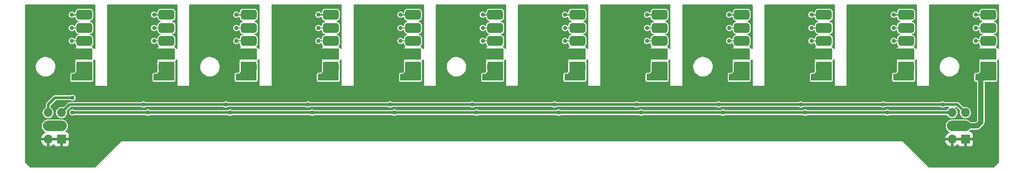
<source format=gbr>
G04 #@! TF.GenerationSoftware,KiCad,Pcbnew,7.0.2-0*
G04 #@! TF.CreationDate,2023-11-08T10:25:58-05:00*
G04 #@! TF.ProjectId,blade12_26-37,626c6164-6531-4325-9f32-362d33372e6b,rev?*
G04 #@! TF.SameCoordinates,Original*
G04 #@! TF.FileFunction,Copper,L2,Bot*
G04 #@! TF.FilePolarity,Positive*
%FSLAX46Y46*%
G04 Gerber Fmt 4.6, Leading zero omitted, Abs format (unit mm)*
G04 Created by KiCad (PCBNEW 7.0.2-0) date 2023-11-08 10:25:58*
%MOMM*%
%LPD*%
G01*
G04 APERTURE LIST*
G04 Aperture macros list*
%AMRoundRect*
0 Rectangle with rounded corners*
0 $1 Rounding radius*
0 $2 $3 $4 $5 $6 $7 $8 $9 X,Y pos of 4 corners*
0 Add a 4 corners polygon primitive as box body*
4,1,4,$2,$3,$4,$5,$6,$7,$8,$9,$2,$3,0*
0 Add four circle primitives for the rounded corners*
1,1,$1+$1,$2,$3*
1,1,$1+$1,$4,$5*
1,1,$1+$1,$6,$7*
1,1,$1+$1,$8,$9*
0 Add four rect primitives between the rounded corners*
20,1,$1+$1,$2,$3,$4,$5,0*
20,1,$1+$1,$4,$5,$6,$7,0*
20,1,$1+$1,$6,$7,$8,$9,0*
20,1,$1+$1,$8,$9,$2,$3,0*%
G04 Aperture macros list end*
G04 #@! TA.AperFunction,ComponentPad*
%ADD10R,1.700000X1.700000*%
G04 #@! TD*
G04 #@! TA.AperFunction,ComponentPad*
%ADD11O,1.700000X1.700000*%
G04 #@! TD*
G04 #@! TA.AperFunction,SMDPad,CuDef*
%ADD12RoundRect,0.475000X-1.025000X0.475000X-1.025000X-0.475000X1.025000X-0.475000X1.025000X0.475000X0*%
G04 #@! TD*
G04 #@! TA.AperFunction,ViaPad*
%ADD13C,0.800000*%
G04 #@! TD*
G04 #@! TA.AperFunction,Conductor*
%ADD14C,0.250000*%
G04 #@! TD*
G04 #@! TA.AperFunction,Conductor*
%ADD15C,1.000000*%
G04 #@! TD*
G04 #@! TA.AperFunction,Conductor*
%ADD16C,2.000000*%
G04 #@! TD*
G04 #@! TA.AperFunction,Conductor*
%ADD17C,0.200000*%
G04 #@! TD*
G04 #@! TA.AperFunction,Conductor*
%ADD18C,0.500000*%
G04 #@! TD*
G04 APERTURE END LIST*
D10*
X28225000Y-50825000D03*
D11*
X25685000Y-50825000D03*
X28225000Y-48285000D03*
X25685000Y-48285000D03*
X28225000Y-45745000D03*
X25685000Y-45745000D03*
D10*
X199825000Y-50825000D03*
D11*
X197285000Y-50825000D03*
X199825000Y-48285000D03*
X197285000Y-48285000D03*
X199825000Y-45745000D03*
X197285000Y-45745000D03*
D12*
X141750114Y-27113687D03*
X141750114Y-29613687D03*
X141750114Y-32113687D03*
X141750114Y-34613687D03*
X141750114Y-37113687D03*
X79350114Y-27113687D03*
X79350114Y-29613687D03*
X79350114Y-32113687D03*
X79350114Y-34613687D03*
X79350114Y-37113687D03*
X188550114Y-27113687D03*
X188550114Y-29613687D03*
X188550114Y-32113687D03*
X188550114Y-34613687D03*
X188550114Y-37113687D03*
X157350114Y-27113687D03*
X157350114Y-29613687D03*
X157350114Y-32113687D03*
X157350114Y-34613687D03*
X157350114Y-37113687D03*
X126150114Y-27113687D03*
X126150114Y-29613687D03*
X126150114Y-32113687D03*
X126150114Y-34613687D03*
X126150114Y-37113687D03*
X32550114Y-27113687D03*
X32550114Y-29613687D03*
X32550114Y-32113687D03*
X32550114Y-34613687D03*
X32550114Y-37113687D03*
X48150114Y-27113687D03*
X48150114Y-29613687D03*
X48150114Y-32113687D03*
X48150114Y-34613687D03*
X48150114Y-37113687D03*
X110550114Y-27113687D03*
X110550114Y-29613687D03*
X110550114Y-32113687D03*
X110550114Y-34613687D03*
X110550114Y-37113687D03*
X172950114Y-27113687D03*
X172950114Y-29613687D03*
X172950114Y-32113687D03*
X172950114Y-34613687D03*
X172950114Y-37113687D03*
X63750114Y-27113687D03*
X63750114Y-29613687D03*
X63750114Y-32113687D03*
X63750114Y-34613687D03*
X63750114Y-37113687D03*
X204150114Y-27113687D03*
X204150114Y-29613687D03*
X204150114Y-32113687D03*
X204150114Y-34613687D03*
X204150114Y-37113687D03*
X94950114Y-27113687D03*
X94950114Y-29613687D03*
X94950114Y-32113687D03*
X94950114Y-34613687D03*
X94950114Y-37113687D03*
D13*
X96600000Y-47200000D03*
X176500000Y-47200000D03*
X40000000Y-47200000D03*
X178400000Y-47200000D03*
X180300000Y-47200000D03*
X77000000Y-34250000D03*
X108200000Y-34250000D03*
X82900000Y-47200000D03*
X170600000Y-35400000D03*
X34300000Y-42400000D03*
X96600000Y-42400000D03*
X36200000Y-42400000D03*
X166600000Y-42400000D03*
X40000000Y-42400000D03*
X133500000Y-47200000D03*
X55600000Y-42400000D03*
X186200000Y-34250000D03*
X151000000Y-42400000D03*
X104200000Y-47200000D03*
X192100000Y-42400000D03*
X123800000Y-35400000D03*
X98500000Y-47200000D03*
X92600000Y-34250000D03*
X162800000Y-42400000D03*
X186200000Y-35400000D03*
X139400000Y-34250000D03*
X174600000Y-47200000D03*
X182200000Y-42400000D03*
X41900000Y-42400000D03*
X41900000Y-47200000D03*
X71100000Y-42400000D03*
X166600000Y-47200000D03*
X49900000Y-42400000D03*
X49900000Y-47200000D03*
X145300000Y-47200000D03*
X38100000Y-47200000D03*
X135400000Y-42400000D03*
X30200000Y-36600000D03*
X145300000Y-42400000D03*
X159000000Y-47200000D03*
X81000000Y-47200000D03*
X116000000Y-42400000D03*
X155000000Y-36600000D03*
X139400000Y-35400000D03*
X151000000Y-47200000D03*
X30200000Y-34250000D03*
X34300000Y-47200000D03*
X203400000Y-52300000D03*
X88600000Y-42400000D03*
X192100000Y-47200000D03*
X160900000Y-42400000D03*
X194000000Y-47200000D03*
X30200000Y-35400000D03*
X203350000Y-49400000D03*
X176500000Y-42400000D03*
X139400000Y-36600000D03*
X127800000Y-47200000D03*
X182200000Y-47200000D03*
X55600000Y-47200000D03*
X104200000Y-42400000D03*
X57500000Y-42400000D03*
X129700000Y-47200000D03*
X119800000Y-42400000D03*
X51800000Y-47200000D03*
X61400000Y-36600000D03*
X123800000Y-36600000D03*
X38100000Y-42400000D03*
X67300000Y-47200000D03*
X51800000Y-42400000D03*
X108200000Y-35400000D03*
X160900000Y-47200000D03*
X65400000Y-47200000D03*
X86700000Y-42400000D03*
X119800000Y-47200000D03*
X155000000Y-35400000D03*
X174600000Y-42400000D03*
X159000000Y-42400000D03*
X100400000Y-42400000D03*
X131600000Y-47200000D03*
X201800000Y-34250000D03*
X92600000Y-35400000D03*
X201800000Y-35400000D03*
X71100000Y-47200000D03*
X186200000Y-36600000D03*
X147200000Y-42400000D03*
X108200000Y-36600000D03*
X100400000Y-47200000D03*
X149100000Y-47200000D03*
X98500000Y-42400000D03*
X53700000Y-47200000D03*
X131600000Y-42400000D03*
X116000000Y-47200000D03*
X190200000Y-42400000D03*
X133500000Y-42400000D03*
X84800000Y-42400000D03*
X92600000Y-36600000D03*
X82900000Y-42400000D03*
X88600000Y-47200000D03*
X69200000Y-47200000D03*
X81000000Y-42400000D03*
X194000000Y-42400000D03*
X112200000Y-42400000D03*
X155000000Y-34250000D03*
X147200000Y-47200000D03*
X143400000Y-47200000D03*
X86700000Y-47200000D03*
X190200000Y-47200000D03*
X164700000Y-47200000D03*
X102300000Y-42400000D03*
X170600000Y-36600000D03*
X178400000Y-42400000D03*
X57500000Y-47200000D03*
X31800000Y-52300000D03*
X112200000Y-47200000D03*
X77000000Y-36600000D03*
X61400000Y-35400000D03*
X127800000Y-42400000D03*
X36200000Y-47200000D03*
X73000000Y-42400000D03*
X22100000Y-49400000D03*
X45800000Y-34250000D03*
X162800000Y-47200000D03*
X53700000Y-42400000D03*
X114100000Y-42400000D03*
X143400000Y-42400000D03*
X102300000Y-47200000D03*
X114100000Y-47200000D03*
X84800000Y-47200000D03*
X117900000Y-47200000D03*
X170600000Y-34250000D03*
X45800000Y-36600000D03*
X65400000Y-42400000D03*
X164700000Y-42400000D03*
X22100000Y-52300000D03*
X73000000Y-47200000D03*
X193700000Y-52300000D03*
X180300000Y-42400000D03*
X135400000Y-47200000D03*
X77000000Y-35400000D03*
X201800000Y-36600000D03*
X149100000Y-42400000D03*
X61400000Y-34250000D03*
X67300000Y-42400000D03*
X69200000Y-42400000D03*
X129700000Y-42400000D03*
X45800000Y-35400000D03*
X123800000Y-34250000D03*
X117900000Y-42400000D03*
X170600000Y-27100000D03*
X45800000Y-27100000D03*
X61400000Y-27100000D03*
X77000000Y-27100000D03*
X201800000Y-27100000D03*
X155000000Y-27100000D03*
X30200000Y-27100000D03*
X108200000Y-27100000D03*
X186200000Y-27100000D03*
X139400000Y-27100000D03*
X92600000Y-27100000D03*
X123800000Y-27100000D03*
X126950000Y-39000000D03*
X141250000Y-39000000D03*
X77650000Y-39000000D03*
X110050000Y-39000000D03*
X171250000Y-39000000D03*
X30850000Y-39000000D03*
X48950000Y-39000000D03*
X203650000Y-39000000D03*
X125650000Y-39000000D03*
X173750000Y-39000000D03*
X111350000Y-39000000D03*
X142550000Y-39000000D03*
X108850000Y-39000000D03*
X189350000Y-39000000D03*
X172450000Y-39000000D03*
X62050000Y-39000000D03*
X46450000Y-39000000D03*
X93250000Y-39000000D03*
X47650000Y-39000000D03*
X63250000Y-39000000D03*
X33350000Y-39000000D03*
X32050000Y-39000000D03*
X78850000Y-39000000D03*
X95750000Y-39000000D03*
X155650000Y-39000000D03*
X94450000Y-39000000D03*
X186850000Y-39000000D03*
X188050000Y-39000000D03*
X80150000Y-39000000D03*
X156850000Y-39000000D03*
X140050000Y-39000000D03*
X64550000Y-39000000D03*
X204950000Y-39000000D03*
X202450000Y-39000000D03*
X158150000Y-39000000D03*
X124450000Y-39000000D03*
X201800000Y-29600000D03*
X186200000Y-29600000D03*
X168600000Y-44200000D03*
X43800000Y-44200000D03*
X153000000Y-44200000D03*
X195500000Y-44200000D03*
X92600000Y-29600000D03*
X137400000Y-44200000D03*
X30200000Y-29600000D03*
X184200000Y-44200000D03*
X45800000Y-29600000D03*
X123800000Y-29600000D03*
X75000000Y-44200000D03*
X108200000Y-29600000D03*
X139400000Y-29600000D03*
X90600000Y-44200000D03*
X121800000Y-44200000D03*
X155000000Y-29600000D03*
X106200000Y-44200000D03*
X59400000Y-44200000D03*
X77000000Y-29600000D03*
X170600000Y-29600000D03*
X61400000Y-29600000D03*
X138200000Y-45745000D03*
X45800000Y-32100000D03*
X92600000Y-32100000D03*
X122600000Y-45745000D03*
X30300000Y-45700000D03*
X170600000Y-32100000D03*
X61400000Y-32100000D03*
X75800000Y-45745000D03*
X185000000Y-45745000D03*
X60200000Y-45745000D03*
X201800000Y-32100000D03*
X77000000Y-32100000D03*
X30300000Y-42900000D03*
X91400000Y-45745000D03*
X139400000Y-32100000D03*
X155000000Y-32100000D03*
X107000000Y-45745000D03*
X169400000Y-45745000D03*
X123800000Y-32100000D03*
X153800000Y-45745000D03*
X30200000Y-32100000D03*
X108200000Y-32100000D03*
X44600000Y-45745000D03*
X186200000Y-32100000D03*
D14*
X77000000Y-27100000D02*
X77013687Y-27113687D01*
X61400000Y-27100000D02*
X61413687Y-27113687D01*
X170613687Y-27113687D02*
X172950114Y-27113687D01*
X139400000Y-27100000D02*
X139413687Y-27113687D01*
X155013687Y-27113687D02*
X157350114Y-27113687D01*
X77013687Y-27113687D02*
X79350114Y-27113687D01*
X108200000Y-27100000D02*
X108213687Y-27113687D01*
X201800000Y-27100000D02*
X201813687Y-27113687D01*
X123813687Y-27113687D02*
X126150114Y-27113687D01*
X170600000Y-27100000D02*
X170613687Y-27113687D01*
X30213687Y-27113687D02*
X32550114Y-27113687D01*
X92613687Y-27113687D02*
X94950114Y-27113687D01*
X186213687Y-27113687D02*
X188550114Y-27113687D01*
X108213687Y-27113687D02*
X110550114Y-27113687D01*
X123800000Y-27100000D02*
X123813687Y-27113687D01*
X92600000Y-27100000D02*
X92613687Y-27113687D01*
X45813687Y-27113687D02*
X48150114Y-27113687D01*
X45800000Y-27100000D02*
X45813687Y-27113687D01*
X186200000Y-27100000D02*
X186213687Y-27113687D01*
X61413687Y-27113687D02*
X63750114Y-27113687D01*
X139413687Y-27113687D02*
X141750114Y-27113687D01*
X201813687Y-27113687D02*
X204150114Y-27113687D01*
X30200000Y-27100000D02*
X30213687Y-27113687D01*
X155000000Y-27100000D02*
X155013687Y-27113687D01*
D15*
X125650000Y-39000000D02*
X124750000Y-39000000D01*
X202750000Y-47550000D02*
X202015000Y-48285000D01*
D16*
X25685000Y-48285000D02*
X28225000Y-48285000D01*
D15*
X202750000Y-39000000D02*
X202750000Y-47550000D01*
X94450000Y-39000000D02*
X93550000Y-39000000D01*
X202015000Y-48285000D02*
X199825000Y-48285000D01*
X63250000Y-39000000D02*
X62350000Y-39000000D01*
X110050000Y-39000000D02*
X109150000Y-39000000D01*
X78850000Y-39000000D02*
X77950000Y-39000000D01*
X172450000Y-39000000D02*
X171550000Y-39000000D01*
X203650000Y-39000000D02*
X202750000Y-39000000D01*
X156850000Y-39000000D02*
X155950000Y-39000000D01*
X188050000Y-39000000D02*
X187150000Y-39000000D01*
X47650000Y-39000000D02*
X46750000Y-39000000D01*
X141250000Y-39000000D02*
X140350000Y-39000000D01*
D16*
X197285000Y-48285000D02*
X199825000Y-48285000D01*
D17*
X61413687Y-29613687D02*
X63750114Y-29613687D01*
X92613687Y-29613687D02*
X94950114Y-29613687D01*
X77013687Y-29613687D02*
X79350114Y-29613687D01*
X92600000Y-29600000D02*
X92613687Y-29613687D01*
X139400000Y-29600000D02*
X139413687Y-29613687D01*
D18*
X29770000Y-44200000D02*
X28225000Y-45745000D01*
D17*
X170613687Y-29613687D02*
X172950114Y-29613687D01*
X123800000Y-29600000D02*
X123813687Y-29613687D01*
X108200000Y-29600000D02*
X108213687Y-29613687D01*
X155000000Y-29600000D02*
X155013687Y-29613687D01*
X201813687Y-29613687D02*
X204150114Y-29613687D01*
D18*
X195500000Y-44200000D02*
X198280000Y-44200000D01*
D17*
X155013687Y-29613687D02*
X157350114Y-29613687D01*
X186200000Y-29600000D02*
X186213687Y-29613687D01*
X199825000Y-45745000D02*
X199800000Y-45720000D01*
X123813687Y-29613687D02*
X126150114Y-29613687D01*
X30213687Y-29613687D02*
X32550114Y-29613687D01*
X61400000Y-29600000D02*
X61413687Y-29613687D01*
X77000000Y-29600000D02*
X77013687Y-29613687D01*
X45800000Y-29600000D02*
X45813687Y-29613687D01*
X108213687Y-29613687D02*
X110550114Y-29613687D01*
X30200000Y-29600000D02*
X30213687Y-29613687D01*
X170600000Y-29600000D02*
X170613687Y-29613687D01*
D18*
X184200000Y-44200000D02*
X29770000Y-44200000D01*
D17*
X186213687Y-29613687D02*
X188550114Y-29613687D01*
X45813687Y-29613687D02*
X48150114Y-29613687D01*
D18*
X184200000Y-44200000D02*
X195500000Y-44200000D01*
X198280000Y-44200000D02*
X199825000Y-45745000D01*
D17*
X139413687Y-29613687D02*
X141750114Y-29613687D01*
X201800000Y-29600000D02*
X201813687Y-29613687D01*
X170600000Y-32100000D02*
X170613687Y-32113687D01*
X77000000Y-32100000D02*
X77013687Y-32113687D01*
X155000000Y-32100000D02*
X155013687Y-32113687D01*
X61400000Y-32100000D02*
X61413687Y-32113687D01*
X123800000Y-32100000D02*
X123813687Y-32113687D01*
X108213687Y-32113687D02*
X110550114Y-32113687D01*
X108200000Y-32100000D02*
X108213687Y-32113687D01*
X170613687Y-32113687D02*
X172950114Y-32113687D01*
X186213687Y-32113687D02*
X188550114Y-32113687D01*
X30200000Y-32100000D02*
X30213687Y-32113687D01*
X45813687Y-32113687D02*
X48150114Y-32113687D01*
X92600000Y-32100000D02*
X92613687Y-32113687D01*
D18*
X25685000Y-44215000D02*
X25685000Y-45745000D01*
D17*
X186200000Y-32100000D02*
X186213687Y-32113687D01*
D18*
X30345000Y-45745000D02*
X30300000Y-45700000D01*
D17*
X77013687Y-32113687D02*
X79350114Y-32113687D01*
X123813687Y-32113687D02*
X126150114Y-32113687D01*
D18*
X185000000Y-45745000D02*
X194555000Y-45745000D01*
D17*
X45800000Y-32100000D02*
X45813687Y-32113687D01*
D18*
X185000000Y-45745000D02*
X31355000Y-45745000D01*
D17*
X61413687Y-32113687D02*
X63750114Y-32113687D01*
X155013687Y-32113687D02*
X157350114Y-32113687D01*
D18*
X30300000Y-42900000D02*
X27000000Y-42900000D01*
D17*
X30213687Y-32113687D02*
X32550114Y-32113687D01*
X201800000Y-32100000D02*
X201813687Y-32113687D01*
X139400000Y-32100000D02*
X139413687Y-32113687D01*
X139413687Y-32113687D02*
X141750114Y-32113687D01*
X201813687Y-32113687D02*
X204150114Y-32113687D01*
D18*
X31355000Y-45745000D02*
X30345000Y-45745000D01*
X194555000Y-45745000D02*
X197285000Y-45745000D01*
X27000000Y-42900000D02*
X25685000Y-44215000D01*
D17*
X92613687Y-32113687D02*
X94950114Y-32113687D01*
G04 #@! TA.AperFunction,Conductor*
G36*
X27765507Y-50615156D02*
G01*
X27725000Y-50753111D01*
X27725000Y-50896889D01*
X27765507Y-51034844D01*
X27793884Y-51079000D01*
X26116116Y-51079000D01*
X26144493Y-51034844D01*
X26185000Y-50896889D01*
X26185000Y-50753111D01*
X26144493Y-50615156D01*
X26116116Y-50571000D01*
X27793884Y-50571000D01*
X27765507Y-50615156D01*
G37*
G04 #@! TD.AperFunction*
G04 #@! TA.AperFunction,Conductor*
G36*
X34566735Y-25159189D02*
G01*
X34613228Y-25212845D01*
X34624614Y-25265187D01*
X34624614Y-33516362D01*
X34604612Y-33584483D01*
X34550956Y-33630976D01*
X34480682Y-33641080D01*
X34416102Y-33611586D01*
X34400962Y-33595987D01*
X34273784Y-33440017D01*
X34118841Y-33313677D01*
X34065055Y-33285582D01*
X34013936Y-33236313D01*
X33997569Y-33167229D01*
X34021149Y-33100263D01*
X34034291Y-33084810D01*
X34110762Y-33008340D01*
X34195626Y-32867957D01*
X34244429Y-32711344D01*
X34250614Y-32643281D01*
X34250614Y-31584093D01*
X34244429Y-31516030D01*
X34195626Y-31359417D01*
X34110762Y-31219034D01*
X34110761Y-31219033D01*
X34110760Y-31219031D01*
X33994769Y-31103040D01*
X33854384Y-31018175D01*
X33744652Y-30983980D01*
X33685569Y-30944619D01*
X33657144Y-30879561D01*
X33668404Y-30809463D01*
X33715775Y-30756581D01*
X33744650Y-30743393D01*
X33854384Y-30709199D01*
X33994767Y-30624335D01*
X34110762Y-30508340D01*
X34195626Y-30367957D01*
X34244429Y-30211344D01*
X34250614Y-30143281D01*
X34250614Y-29084093D01*
X34244429Y-29016030D01*
X34195626Y-28859417D01*
X34110762Y-28719034D01*
X34110761Y-28719033D01*
X34110760Y-28719031D01*
X33994769Y-28603040D01*
X33854384Y-28518175D01*
X33854381Y-28518174D01*
X33744652Y-28483980D01*
X33685569Y-28444619D01*
X33657144Y-28379561D01*
X33668404Y-28309463D01*
X33715775Y-28256581D01*
X33744650Y-28243393D01*
X33854384Y-28209199D01*
X33994767Y-28124335D01*
X34110762Y-28008340D01*
X34195626Y-27867957D01*
X34244429Y-27711344D01*
X34250614Y-27643281D01*
X34250614Y-26584093D01*
X34244429Y-26516030D01*
X34195626Y-26359417D01*
X34110762Y-26219034D01*
X34110761Y-26219033D01*
X34110760Y-26219031D01*
X33994769Y-26103040D01*
X33854384Y-26018175D01*
X33697769Y-25969371D01*
X33632557Y-25963445D01*
X33632537Y-25963444D01*
X33629708Y-25963187D01*
X31470520Y-25963187D01*
X31467691Y-25963444D01*
X31467670Y-25963445D01*
X31402458Y-25969371D01*
X31245843Y-26018175D01*
X31105458Y-26103040D01*
X30989467Y-26219031D01*
X30904602Y-26359416D01*
X30855798Y-26516031D01*
X30849872Y-26581243D01*
X30849871Y-26581264D01*
X30849614Y-26584093D01*
X30849614Y-26586944D01*
X30849613Y-26586967D01*
X30849613Y-26589006D01*
X30849504Y-26589376D01*
X30849485Y-26589800D01*
X30849493Y-26589411D01*
X30829597Y-26657122D01*
X30775932Y-26703604D01*
X30705656Y-26713694D01*
X30641081Y-26684188D01*
X30632082Y-26674634D01*
X30502842Y-26575464D01*
X30356761Y-26514955D01*
X30200000Y-26494318D01*
X30043238Y-26514955D01*
X29897157Y-26575464D01*
X29771717Y-26671717D01*
X29675464Y-26797157D01*
X29614955Y-26943238D01*
X29594318Y-27100000D01*
X29614955Y-27256761D01*
X29675464Y-27402842D01*
X29771717Y-27528282D01*
X29897157Y-27624535D01*
X29897158Y-27624535D01*
X29897159Y-27624536D01*
X30043238Y-27685044D01*
X30200000Y-27705682D01*
X30356762Y-27685044D01*
X30502841Y-27624536D01*
X30628282Y-27528282D01*
X30628282Y-27528281D01*
X30641442Y-27518184D01*
X30642987Y-27520197D01*
X30680990Y-27492449D01*
X30751861Y-27488227D01*
X30813764Y-27522991D01*
X30847045Y-27585704D01*
X30849614Y-27611019D01*
X30849614Y-27643281D01*
X30849871Y-27646110D01*
X30849872Y-27646130D01*
X30855798Y-27711342D01*
X30904602Y-27867957D01*
X30989467Y-28008342D01*
X31105458Y-28124333D01*
X31105460Y-28124334D01*
X31105461Y-28124335D01*
X31245844Y-28209199D01*
X31355574Y-28243392D01*
X31414658Y-28282753D01*
X31443083Y-28347811D01*
X31431823Y-28417909D01*
X31384452Y-28470792D01*
X31355574Y-28483980D01*
X31245846Y-28518174D01*
X31105458Y-28603040D01*
X30989467Y-28719031D01*
X30904602Y-28859416D01*
X30855798Y-29016031D01*
X30849872Y-29081243D01*
X30849871Y-29081264D01*
X30849614Y-29084093D01*
X30849614Y-29086953D01*
X30849614Y-29086954D01*
X30849614Y-29088979D01*
X30849505Y-29089348D01*
X30849485Y-29089800D01*
X30849494Y-29089386D01*
X30829612Y-29157100D01*
X30775956Y-29203593D01*
X30705682Y-29213697D01*
X30641102Y-29184203D01*
X30632092Y-29174641D01*
X30502842Y-29075464D01*
X30356761Y-29014955D01*
X30200000Y-28994318D01*
X30043238Y-29014955D01*
X29897157Y-29075464D01*
X29771717Y-29171717D01*
X29675464Y-29297157D01*
X29614955Y-29443238D01*
X29594318Y-29600000D01*
X29614955Y-29756761D01*
X29675464Y-29902842D01*
X29771717Y-30028282D01*
X29897157Y-30124535D01*
X29897158Y-30124535D01*
X29897159Y-30124536D01*
X30043238Y-30185044D01*
X30200000Y-30205682D01*
X30356762Y-30185044D01*
X30502841Y-30124536D01*
X30628282Y-30028282D01*
X30628282Y-30028281D01*
X30641442Y-30018184D01*
X30642987Y-30020197D01*
X30680990Y-29992449D01*
X30751861Y-29988227D01*
X30813764Y-30022991D01*
X30847045Y-30085704D01*
X30849614Y-30111016D01*
X30849614Y-30143281D01*
X30849871Y-30146110D01*
X30849872Y-30146130D01*
X30855798Y-30211342D01*
X30904602Y-30367957D01*
X30989467Y-30508342D01*
X31105458Y-30624333D01*
X31105460Y-30624334D01*
X31105461Y-30624335D01*
X31245844Y-30709199D01*
X31355573Y-30743392D01*
X31414658Y-30782755D01*
X31443083Y-30847813D01*
X31431822Y-30917911D01*
X31384452Y-30970793D01*
X31355574Y-30983981D01*
X31308933Y-30998515D01*
X31245843Y-31018175D01*
X31105458Y-31103040D01*
X30989467Y-31219031D01*
X30904602Y-31359416D01*
X30855798Y-31516031D01*
X30849872Y-31581243D01*
X30849871Y-31581264D01*
X30849614Y-31584093D01*
X30849614Y-31586953D01*
X30849614Y-31586954D01*
X30849614Y-31588979D01*
X30849505Y-31589348D01*
X30849485Y-31589800D01*
X30849494Y-31589386D01*
X30829612Y-31657100D01*
X30775956Y-31703593D01*
X30705682Y-31713697D01*
X30641102Y-31684203D01*
X30632092Y-31674641D01*
X30502842Y-31575464D01*
X30356761Y-31514955D01*
X30200000Y-31494318D01*
X30043238Y-31514955D01*
X29897157Y-31575464D01*
X29771717Y-31671717D01*
X29675464Y-31797157D01*
X29614955Y-31943238D01*
X29594318Y-32100000D01*
X29614955Y-32256761D01*
X29675464Y-32402842D01*
X29771717Y-32528282D01*
X29897157Y-32624535D01*
X29897158Y-32624535D01*
X29897159Y-32624536D01*
X30043238Y-32685044D01*
X30200000Y-32705682D01*
X30356762Y-32685044D01*
X30502841Y-32624536D01*
X30628282Y-32528282D01*
X30628282Y-32528281D01*
X30641442Y-32518184D01*
X30642987Y-32520197D01*
X30680990Y-32492449D01*
X30751861Y-32488227D01*
X30813764Y-32522991D01*
X30847045Y-32585704D01*
X30849614Y-32611016D01*
X30849614Y-32643281D01*
X30849871Y-32646110D01*
X30849872Y-32646130D01*
X30855798Y-32711342D01*
X30904602Y-32867957D01*
X30989467Y-33008342D01*
X31065930Y-33084805D01*
X31099956Y-33147117D01*
X31094891Y-33217932D01*
X31052344Y-33274768D01*
X31035173Y-33285581D01*
X30981388Y-33313675D01*
X30826444Y-33440017D01*
X30736764Y-33550000D01*
X29500000Y-33550000D01*
X29500000Y-36950000D01*
X30600000Y-36950000D01*
X30824130Y-35784519D01*
X30826444Y-35787356D01*
X30896610Y-35844570D01*
X30936764Y-35903121D01*
X30938890Y-35974085D01*
X30922573Y-36002260D01*
X30926317Y-36004355D01*
X30917473Y-36020164D01*
X30917473Y-36020165D01*
X30897420Y-36056014D01*
X30872825Y-36099984D01*
X30852825Y-36168099D01*
X30844500Y-36226000D01*
X30844499Y-37825442D01*
X30824497Y-37893563D01*
X30813324Y-37908413D01*
X30644400Y-38101471D01*
X30584489Y-38139566D01*
X30549575Y-38144500D01*
X30226000Y-38144500D01*
X30222653Y-38144859D01*
X30222649Y-38144860D01*
X30185682Y-38148834D01*
X30185673Y-38148835D01*
X30182319Y-38149196D01*
X30179019Y-38149913D01*
X30179018Y-38149914D01*
X30129977Y-38160582D01*
X30128412Y-38160953D01*
X30119821Y-38163057D01*
X30039084Y-38206077D01*
X29986891Y-38251303D01*
X29986867Y-38251324D01*
X29985428Y-38252572D01*
X29984068Y-38253904D01*
X29984048Y-38253923D01*
X29967473Y-38270164D01*
X29922825Y-38349984D01*
X29902825Y-38418100D01*
X29902824Y-38418104D01*
X29894500Y-38476000D01*
X29894500Y-39524000D01*
X29899196Y-39567681D01*
X29899914Y-39570981D01*
X29910582Y-39620023D01*
X29910953Y-39621588D01*
X29913057Y-39630178D01*
X29956077Y-39710915D01*
X29988815Y-39748696D01*
X30002572Y-39764572D01*
X30020165Y-39782527D01*
X30099983Y-39827174D01*
X30168104Y-39847176D01*
X30226000Y-39855500D01*
X30226003Y-39855500D01*
X33920631Y-39855500D01*
X33924000Y-39855500D01*
X33967681Y-39850804D01*
X34020023Y-39839418D01*
X34021588Y-39839047D01*
X34030178Y-39836942D01*
X34030198Y-39836931D01*
X34030203Y-39836930D01*
X34089829Y-39805156D01*
X34110915Y-39793922D01*
X34143195Y-39765951D01*
X34164572Y-39747428D01*
X34182527Y-39729835D01*
X34227174Y-39650017D01*
X34247176Y-39581896D01*
X34255500Y-39524000D01*
X34255500Y-36226000D01*
X34250804Y-36182319D01*
X34239418Y-36129977D01*
X34239047Y-36128412D01*
X34236942Y-36119821D01*
X34236930Y-36119799D01*
X34236930Y-36119797D01*
X34217972Y-36084220D01*
X34193922Y-36039084D01*
X34184190Y-36027853D01*
X34154698Y-35963272D01*
X34164803Y-35892998D01*
X34199791Y-35847690D01*
X34273784Y-35787356D01*
X34400962Y-35631386D01*
X34459513Y-35591232D01*
X34530477Y-35589106D01*
X34591326Y-35625685D01*
X34622739Y-35689354D01*
X34624614Y-35711011D01*
X34624614Y-40569867D01*
X34622512Y-40580435D01*
X34622513Y-40599999D01*
X34624614Y-40605072D01*
X34630596Y-40619517D01*
X34650114Y-40627601D01*
X34669689Y-40627601D01*
X34680251Y-40625500D01*
X36819863Y-40625500D01*
X36830425Y-40627601D01*
X36850000Y-40627601D01*
X36869517Y-40619517D01*
X36875500Y-40605072D01*
X36876831Y-40601859D01*
X36881927Y-40589561D01*
X36875520Y-40569100D01*
X36875500Y-40566849D01*
X36875505Y-39981500D01*
X36875613Y-25265185D01*
X36895616Y-25197065D01*
X36949272Y-25150573D01*
X37001613Y-25139187D01*
X45245042Y-25139187D01*
X50098614Y-25139187D01*
X50166735Y-25159189D01*
X50213228Y-25212845D01*
X50224614Y-25265187D01*
X50224614Y-33516362D01*
X50204612Y-33584483D01*
X50150956Y-33630976D01*
X50080682Y-33641080D01*
X50016102Y-33611586D01*
X50000962Y-33595987D01*
X49873784Y-33440017D01*
X49718841Y-33313677D01*
X49665055Y-33285582D01*
X49613936Y-33236313D01*
X49597569Y-33167229D01*
X49621149Y-33100263D01*
X49634291Y-33084810D01*
X49710762Y-33008340D01*
X49795626Y-32867957D01*
X49844429Y-32711344D01*
X49850614Y-32643281D01*
X49850614Y-31584093D01*
X49844429Y-31516030D01*
X49795626Y-31359417D01*
X49710762Y-31219034D01*
X49710761Y-31219033D01*
X49710760Y-31219031D01*
X49594769Y-31103040D01*
X49454384Y-31018175D01*
X49454383Y-31018175D01*
X49344652Y-30983980D01*
X49285569Y-30944619D01*
X49257144Y-30879561D01*
X49268404Y-30809463D01*
X49315775Y-30756581D01*
X49344650Y-30743393D01*
X49454384Y-30709199D01*
X49594767Y-30624335D01*
X49710762Y-30508340D01*
X49795626Y-30367957D01*
X49844429Y-30211344D01*
X49850614Y-30143281D01*
X49850614Y-29084093D01*
X49844429Y-29016030D01*
X49795626Y-28859417D01*
X49710762Y-28719034D01*
X49710761Y-28719033D01*
X49710760Y-28719031D01*
X49594769Y-28603040D01*
X49454382Y-28518174D01*
X49344653Y-28483980D01*
X49285568Y-28444617D01*
X49257144Y-28379559D01*
X49268405Y-28309461D01*
X49315776Y-28256579D01*
X49344646Y-28243394D01*
X49454384Y-28209199D01*
X49594767Y-28124335D01*
X49710762Y-28008340D01*
X49795626Y-27867957D01*
X49844429Y-27711344D01*
X49850614Y-27643281D01*
X49850614Y-26584093D01*
X49844429Y-26516030D01*
X49795626Y-26359417D01*
X49710762Y-26219034D01*
X49710761Y-26219033D01*
X49710760Y-26219031D01*
X49594769Y-26103040D01*
X49454384Y-26018175D01*
X49297769Y-25969371D01*
X49232557Y-25963445D01*
X49232537Y-25963444D01*
X49229708Y-25963187D01*
X47070520Y-25963187D01*
X47067691Y-25963444D01*
X47067670Y-25963445D01*
X47002458Y-25969371D01*
X46845843Y-26018175D01*
X46705458Y-26103040D01*
X46589467Y-26219031D01*
X46504602Y-26359416D01*
X46455798Y-26516031D01*
X46449872Y-26581243D01*
X46449871Y-26581264D01*
X46449614Y-26584093D01*
X46449614Y-26586953D01*
X46449614Y-26586954D01*
X46449614Y-26588980D01*
X46449505Y-26589349D01*
X46449485Y-26589800D01*
X46449494Y-26589387D01*
X46429612Y-26657101D01*
X46375956Y-26703594D01*
X46305682Y-26713698D01*
X46241102Y-26684204D01*
X46232091Y-26674641D01*
X46228280Y-26671717D01*
X46199423Y-26649573D01*
X46102842Y-26575464D01*
X45956761Y-26514955D01*
X45800000Y-26494318D01*
X45643238Y-26514955D01*
X45497157Y-26575464D01*
X45371717Y-26671717D01*
X45275464Y-26797157D01*
X45214955Y-26943238D01*
X45194318Y-27100000D01*
X45214955Y-27256761D01*
X45275464Y-27402842D01*
X45371717Y-27528282D01*
X45497157Y-27624535D01*
X45497158Y-27624535D01*
X45497159Y-27624536D01*
X45643238Y-27685044D01*
X45800000Y-27705682D01*
X45956762Y-27685044D01*
X46102841Y-27624536D01*
X46228282Y-27528282D01*
X46228282Y-27528281D01*
X46241442Y-27518184D01*
X46242987Y-27520197D01*
X46280990Y-27492449D01*
X46351861Y-27488227D01*
X46413764Y-27522991D01*
X46447045Y-27585704D01*
X46449614Y-27611019D01*
X46449614Y-27643281D01*
X46449871Y-27646110D01*
X46449872Y-27646130D01*
X46455798Y-27711342D01*
X46504602Y-27867957D01*
X46589467Y-28008342D01*
X46705458Y-28124333D01*
X46705460Y-28124334D01*
X46705461Y-28124335D01*
X46845844Y-28209199D01*
X46955574Y-28243392D01*
X47014658Y-28282753D01*
X47043083Y-28347811D01*
X47031823Y-28417909D01*
X46984452Y-28470792D01*
X46955574Y-28483980D01*
X46845846Y-28518174D01*
X46705458Y-28603040D01*
X46589467Y-28719031D01*
X46504602Y-28859416D01*
X46455798Y-29016031D01*
X46449872Y-29081243D01*
X46449871Y-29081264D01*
X46449614Y-29084093D01*
X46449614Y-29086953D01*
X46449614Y-29086954D01*
X46449614Y-29088979D01*
X46449505Y-29089348D01*
X46449485Y-29089800D01*
X46449494Y-29089386D01*
X46429612Y-29157100D01*
X46375956Y-29203593D01*
X46305682Y-29213697D01*
X46241102Y-29184203D01*
X46232092Y-29174641D01*
X46102842Y-29075464D01*
X45956761Y-29014955D01*
X45800000Y-28994318D01*
X45643238Y-29014955D01*
X45497157Y-29075464D01*
X45371717Y-29171717D01*
X45275464Y-29297157D01*
X45214955Y-29443238D01*
X45194318Y-29600000D01*
X45214955Y-29756761D01*
X45275464Y-29902842D01*
X45371717Y-30028282D01*
X45497157Y-30124535D01*
X45497158Y-30124535D01*
X45497159Y-30124536D01*
X45643238Y-30185044D01*
X45800000Y-30205682D01*
X45956762Y-30185044D01*
X46102841Y-30124536D01*
X46228282Y-30028282D01*
X46228282Y-30028281D01*
X46241442Y-30018184D01*
X46242987Y-30020197D01*
X46280990Y-29992449D01*
X46351861Y-29988227D01*
X46413764Y-30022991D01*
X46447045Y-30085704D01*
X46449614Y-30111016D01*
X46449614Y-30143281D01*
X46449871Y-30146110D01*
X46449872Y-30146130D01*
X46455798Y-30211342D01*
X46504602Y-30367957D01*
X46589467Y-30508342D01*
X46705458Y-30624333D01*
X46705460Y-30624334D01*
X46705461Y-30624335D01*
X46845844Y-30709199D01*
X46955573Y-30743392D01*
X47014658Y-30782755D01*
X47043083Y-30847813D01*
X47031822Y-30917911D01*
X46984452Y-30970793D01*
X46955574Y-30983981D01*
X46908933Y-30998515D01*
X46845843Y-31018175D01*
X46705458Y-31103040D01*
X46589467Y-31219031D01*
X46504602Y-31359416D01*
X46455798Y-31516031D01*
X46449872Y-31581243D01*
X46449871Y-31581264D01*
X46449614Y-31584093D01*
X46449614Y-31586953D01*
X46449614Y-31586954D01*
X46449614Y-31588979D01*
X46449505Y-31589348D01*
X46449485Y-31589800D01*
X46449494Y-31589386D01*
X46429612Y-31657100D01*
X46375956Y-31703593D01*
X46305682Y-31713697D01*
X46241102Y-31684203D01*
X46232092Y-31674641D01*
X46102842Y-31575464D01*
X45956761Y-31514955D01*
X45800000Y-31494318D01*
X45643238Y-31514955D01*
X45497157Y-31575464D01*
X45371717Y-31671717D01*
X45275464Y-31797157D01*
X45214955Y-31943238D01*
X45194318Y-32100000D01*
X45214955Y-32256761D01*
X45275464Y-32402842D01*
X45371717Y-32528282D01*
X45497157Y-32624535D01*
X45497158Y-32624535D01*
X45497159Y-32624536D01*
X45643238Y-32685044D01*
X45800000Y-32705682D01*
X45956762Y-32685044D01*
X46102841Y-32624536D01*
X46228282Y-32528282D01*
X46228282Y-32528281D01*
X46241442Y-32518184D01*
X46242987Y-32520197D01*
X46280990Y-32492449D01*
X46351861Y-32488227D01*
X46413764Y-32522991D01*
X46447045Y-32585704D01*
X46449614Y-32611016D01*
X46449614Y-32643281D01*
X46449871Y-32646110D01*
X46449872Y-32646130D01*
X46455798Y-32711342D01*
X46504602Y-32867957D01*
X46589467Y-33008342D01*
X46665930Y-33084805D01*
X46699956Y-33147117D01*
X46694891Y-33217932D01*
X46652344Y-33274768D01*
X46635173Y-33285581D01*
X46581388Y-33313675D01*
X46426444Y-33440017D01*
X46336764Y-33550000D01*
X45100000Y-33550000D01*
X45100000Y-36950000D01*
X46200000Y-36950000D01*
X46424130Y-35784519D01*
X46426444Y-35787356D01*
X46496610Y-35844570D01*
X46536764Y-35903121D01*
X46538890Y-35974085D01*
X46522573Y-36002260D01*
X46526317Y-36004355D01*
X46517473Y-36020164D01*
X46517473Y-36020165D01*
X46497420Y-36056014D01*
X46472825Y-36099984D01*
X46452825Y-36168099D01*
X46452824Y-36168104D01*
X46450297Y-36185682D01*
X46444500Y-36226000D01*
X46444500Y-37825442D01*
X46424498Y-37893563D01*
X46413325Y-37908413D01*
X46244400Y-38101471D01*
X46184489Y-38139566D01*
X46149575Y-38144500D01*
X45826000Y-38144500D01*
X45822653Y-38144859D01*
X45822649Y-38144860D01*
X45785682Y-38148834D01*
X45785673Y-38148835D01*
X45782319Y-38149196D01*
X45779019Y-38149913D01*
X45779018Y-38149914D01*
X45729977Y-38160582D01*
X45728412Y-38160953D01*
X45719821Y-38163057D01*
X45639084Y-38206077D01*
X45586891Y-38251303D01*
X45586867Y-38251324D01*
X45585428Y-38252572D01*
X45584068Y-38253904D01*
X45584048Y-38253923D01*
X45567473Y-38270164D01*
X45522825Y-38349984D01*
X45502825Y-38418100D01*
X45502824Y-38418104D01*
X45494500Y-38476000D01*
X45494500Y-39524000D01*
X45499196Y-39567681D01*
X45499914Y-39570981D01*
X45510582Y-39620023D01*
X45510953Y-39621588D01*
X45513057Y-39630178D01*
X45556077Y-39710915D01*
X45588815Y-39748696D01*
X45602572Y-39764572D01*
X45620165Y-39782527D01*
X45699983Y-39827174D01*
X45768104Y-39847176D01*
X45826000Y-39855500D01*
X45826003Y-39855500D01*
X49520631Y-39855500D01*
X49524000Y-39855500D01*
X49567681Y-39850804D01*
X49620023Y-39839418D01*
X49621588Y-39839047D01*
X49630178Y-39836942D01*
X49630198Y-39836931D01*
X49630203Y-39836930D01*
X49689829Y-39805156D01*
X49710915Y-39793922D01*
X49743195Y-39765951D01*
X49764572Y-39747428D01*
X49782527Y-39729835D01*
X49827174Y-39650017D01*
X49847176Y-39581896D01*
X49855500Y-39524000D01*
X49855500Y-36226000D01*
X49850804Y-36182319D01*
X49839418Y-36129977D01*
X49839047Y-36128412D01*
X49836942Y-36119821D01*
X49836930Y-36119799D01*
X49836930Y-36119797D01*
X49817972Y-36084220D01*
X49793922Y-36039084D01*
X49784190Y-36027853D01*
X49754698Y-35963272D01*
X49764803Y-35892998D01*
X49799791Y-35847690D01*
X49873784Y-35787356D01*
X50000962Y-35631386D01*
X50059513Y-35591232D01*
X50130477Y-35589106D01*
X50191326Y-35625685D01*
X50222739Y-35689354D01*
X50224614Y-35711011D01*
X50224614Y-40569867D01*
X50222512Y-40580435D01*
X50222513Y-40599999D01*
X50224614Y-40605072D01*
X50230596Y-40619517D01*
X50250114Y-40627601D01*
X50269689Y-40627601D01*
X50280251Y-40625500D01*
X52419863Y-40625500D01*
X52430425Y-40627601D01*
X52450000Y-40627601D01*
X52469517Y-40619517D01*
X52475500Y-40605072D01*
X52476831Y-40601859D01*
X52481927Y-40589561D01*
X52475520Y-40569100D01*
X52475500Y-40566849D01*
X52475505Y-39981500D01*
X52475526Y-37067766D01*
X54545787Y-37067766D01*
X54575413Y-37337015D01*
X54575414Y-37337018D01*
X54643928Y-37599088D01*
X54749870Y-37848390D01*
X54890982Y-38079610D01*
X55064255Y-38287820D01*
X55064256Y-38287821D01*
X55064258Y-38287823D01*
X55265993Y-38468578D01*
X55265995Y-38468579D01*
X55265998Y-38468582D01*
X55491910Y-38618044D01*
X55624104Y-38680014D01*
X55737171Y-38733018D01*
X55737173Y-38733018D01*
X55737176Y-38733020D01*
X55996569Y-38811060D01*
X55996572Y-38811060D01*
X55996574Y-38811061D01*
X56264558Y-38850500D01*
X56264561Y-38850500D01*
X56465330Y-38850500D01*
X56467631Y-38850500D01*
X56670156Y-38835677D01*
X56934553Y-38776780D01*
X57187558Y-38680014D01*
X57423777Y-38547441D01*
X57638177Y-38381888D01*
X57826186Y-38186881D01*
X57983799Y-37966579D01*
X58107656Y-37725675D01*
X58195118Y-37469305D01*
X58244319Y-37202933D01*
X58254212Y-36932235D01*
X58224586Y-36662982D01*
X58156072Y-36400912D01*
X58050130Y-36151610D01*
X57909018Y-35920390D01*
X57735745Y-35712180D01*
X57734495Y-35711060D01*
X57534006Y-35531421D01*
X57534003Y-35531419D01*
X57534002Y-35531418D01*
X57308090Y-35381956D01*
X57308086Y-35381954D01*
X57062828Y-35266981D01*
X56803425Y-35188938D01*
X56535442Y-35149500D01*
X56535439Y-35149500D01*
X56332369Y-35149500D01*
X56330099Y-35149666D01*
X56330075Y-35149667D01*
X56129839Y-35164323D01*
X55865449Y-35223219D01*
X55612441Y-35319985D01*
X55376225Y-35452557D01*
X55161820Y-35618114D01*
X54973815Y-35813117D01*
X54816200Y-36033422D01*
X54692342Y-36274328D01*
X54604882Y-36530693D01*
X54555681Y-36797065D01*
X54545787Y-37067766D01*
X52475526Y-37067766D01*
X52475613Y-25265185D01*
X52495616Y-25197065D01*
X52549272Y-25150573D01*
X52601613Y-25139187D01*
X60845042Y-25139187D01*
X65698614Y-25139187D01*
X65766735Y-25159189D01*
X65813228Y-25212845D01*
X65824614Y-25265187D01*
X65824614Y-33516362D01*
X65804612Y-33584483D01*
X65750956Y-33630976D01*
X65680682Y-33641080D01*
X65616102Y-33611586D01*
X65600962Y-33595987D01*
X65473784Y-33440017D01*
X65318841Y-33313677D01*
X65265055Y-33285582D01*
X65213936Y-33236313D01*
X65197569Y-33167229D01*
X65221149Y-33100263D01*
X65234291Y-33084810D01*
X65310762Y-33008340D01*
X65395626Y-32867957D01*
X65444429Y-32711344D01*
X65450614Y-32643281D01*
X65450614Y-31584093D01*
X65444429Y-31516030D01*
X65395626Y-31359417D01*
X65310762Y-31219034D01*
X65310761Y-31219033D01*
X65310760Y-31219031D01*
X65194769Y-31103040D01*
X65054384Y-31018175D01*
X65054383Y-31018175D01*
X64944652Y-30983980D01*
X64885569Y-30944619D01*
X64857144Y-30879561D01*
X64868404Y-30809463D01*
X64915775Y-30756581D01*
X64944650Y-30743393D01*
X65054384Y-30709199D01*
X65194767Y-30624335D01*
X65310762Y-30508340D01*
X65395626Y-30367957D01*
X65444429Y-30211344D01*
X65450614Y-30143281D01*
X65450614Y-29084093D01*
X65444429Y-29016030D01*
X65395626Y-28859417D01*
X65310762Y-28719034D01*
X65310761Y-28719033D01*
X65310760Y-28719031D01*
X65194769Y-28603040D01*
X65054382Y-28518174D01*
X64944653Y-28483980D01*
X64885568Y-28444617D01*
X64857144Y-28379559D01*
X64868405Y-28309461D01*
X64915776Y-28256579D01*
X64944646Y-28243394D01*
X65054384Y-28209199D01*
X65194767Y-28124335D01*
X65310762Y-28008340D01*
X65395626Y-27867957D01*
X65444429Y-27711344D01*
X65450614Y-27643281D01*
X65450614Y-26584093D01*
X65444429Y-26516030D01*
X65395626Y-26359417D01*
X65310762Y-26219034D01*
X65310761Y-26219033D01*
X65310760Y-26219031D01*
X65194769Y-26103040D01*
X65054384Y-26018175D01*
X64897769Y-25969371D01*
X64832557Y-25963445D01*
X64832537Y-25963444D01*
X64829708Y-25963187D01*
X62670520Y-25963187D01*
X62667691Y-25963444D01*
X62667670Y-25963445D01*
X62602458Y-25969371D01*
X62445843Y-26018175D01*
X62305458Y-26103040D01*
X62189467Y-26219031D01*
X62104602Y-26359416D01*
X62055798Y-26516031D01*
X62049872Y-26581243D01*
X62049871Y-26581264D01*
X62049614Y-26584093D01*
X62049614Y-26586953D01*
X62049614Y-26586954D01*
X62049614Y-26588980D01*
X62049505Y-26589349D01*
X62049485Y-26589800D01*
X62049494Y-26589387D01*
X62029612Y-26657101D01*
X61975956Y-26703594D01*
X61905682Y-26713698D01*
X61841102Y-26684204D01*
X61832091Y-26674641D01*
X61828280Y-26671717D01*
X61799423Y-26649573D01*
X61702842Y-26575464D01*
X61556761Y-26514955D01*
X61400000Y-26494318D01*
X61243238Y-26514955D01*
X61097157Y-26575464D01*
X60971717Y-26671717D01*
X60875464Y-26797157D01*
X60814955Y-26943238D01*
X60794318Y-27100000D01*
X60814955Y-27256761D01*
X60875464Y-27402842D01*
X60971717Y-27528282D01*
X61097157Y-27624535D01*
X61097158Y-27624535D01*
X61097159Y-27624536D01*
X61243238Y-27685044D01*
X61400000Y-27705682D01*
X61556762Y-27685044D01*
X61702841Y-27624536D01*
X61828282Y-27528282D01*
X61828282Y-27528281D01*
X61841442Y-27518184D01*
X61842987Y-27520197D01*
X61880990Y-27492449D01*
X61951861Y-27488227D01*
X62013764Y-27522991D01*
X62047045Y-27585704D01*
X62049614Y-27611019D01*
X62049614Y-27643281D01*
X62049871Y-27646110D01*
X62049872Y-27646130D01*
X62055798Y-27711342D01*
X62104602Y-27867957D01*
X62189467Y-28008342D01*
X62305458Y-28124333D01*
X62305460Y-28124334D01*
X62305461Y-28124335D01*
X62445844Y-28209199D01*
X62555574Y-28243392D01*
X62614658Y-28282753D01*
X62643083Y-28347811D01*
X62631823Y-28417909D01*
X62584452Y-28470792D01*
X62555574Y-28483980D01*
X62445846Y-28518174D01*
X62305458Y-28603040D01*
X62189467Y-28719031D01*
X62104602Y-28859416D01*
X62055798Y-29016031D01*
X62049872Y-29081243D01*
X62049871Y-29081264D01*
X62049614Y-29084093D01*
X62049614Y-29086953D01*
X62049614Y-29086954D01*
X62049614Y-29088979D01*
X62049505Y-29089348D01*
X62049485Y-29089800D01*
X62049494Y-29089386D01*
X62029612Y-29157100D01*
X61975956Y-29203593D01*
X61905682Y-29213697D01*
X61841102Y-29184203D01*
X61832092Y-29174641D01*
X61702842Y-29075464D01*
X61556761Y-29014955D01*
X61400000Y-28994318D01*
X61243238Y-29014955D01*
X61097157Y-29075464D01*
X60971717Y-29171717D01*
X60875464Y-29297157D01*
X60814955Y-29443238D01*
X60794318Y-29599999D01*
X60814955Y-29756761D01*
X60875464Y-29902842D01*
X60971717Y-30028282D01*
X61097157Y-30124535D01*
X61097158Y-30124535D01*
X61097159Y-30124536D01*
X61243238Y-30185044D01*
X61400000Y-30205682D01*
X61556762Y-30185044D01*
X61702841Y-30124536D01*
X61828282Y-30028282D01*
X61828282Y-30028281D01*
X61841442Y-30018184D01*
X61842987Y-30020197D01*
X61880990Y-29992449D01*
X61951861Y-29988227D01*
X62013764Y-30022991D01*
X62047045Y-30085704D01*
X62049614Y-30111016D01*
X62049614Y-30143281D01*
X62049871Y-30146110D01*
X62049872Y-30146130D01*
X62055798Y-30211342D01*
X62104602Y-30367957D01*
X62189467Y-30508342D01*
X62305458Y-30624333D01*
X62305460Y-30624334D01*
X62305461Y-30624335D01*
X62445844Y-30709199D01*
X62555573Y-30743392D01*
X62614658Y-30782755D01*
X62643083Y-30847813D01*
X62631822Y-30917911D01*
X62584452Y-30970793D01*
X62555574Y-30983981D01*
X62508933Y-30998515D01*
X62445843Y-31018175D01*
X62305458Y-31103040D01*
X62189467Y-31219031D01*
X62104602Y-31359416D01*
X62055798Y-31516031D01*
X62049872Y-31581243D01*
X62049871Y-31581264D01*
X62049614Y-31584093D01*
X62049614Y-31586953D01*
X62049614Y-31586954D01*
X62049614Y-31588979D01*
X62049505Y-31589348D01*
X62049485Y-31589800D01*
X62049494Y-31589386D01*
X62029612Y-31657100D01*
X61975956Y-31703593D01*
X61905682Y-31713697D01*
X61841102Y-31684203D01*
X61832092Y-31674641D01*
X61702842Y-31575464D01*
X61556761Y-31514955D01*
X61400000Y-31494318D01*
X61243238Y-31514955D01*
X61097157Y-31575464D01*
X60971717Y-31671717D01*
X60875464Y-31797157D01*
X60814955Y-31943238D01*
X60794318Y-32100000D01*
X60814955Y-32256761D01*
X60875464Y-32402842D01*
X60971717Y-32528282D01*
X61097157Y-32624535D01*
X61097158Y-32624535D01*
X61097159Y-32624536D01*
X61243238Y-32685044D01*
X61400000Y-32705682D01*
X61556762Y-32685044D01*
X61702841Y-32624536D01*
X61828282Y-32528282D01*
X61828282Y-32528281D01*
X61841442Y-32518184D01*
X61842987Y-32520197D01*
X61880990Y-32492449D01*
X61951861Y-32488227D01*
X62013764Y-32522991D01*
X62047045Y-32585704D01*
X62049614Y-32611016D01*
X62049614Y-32643281D01*
X62049871Y-32646110D01*
X62049872Y-32646130D01*
X62055798Y-32711342D01*
X62104602Y-32867957D01*
X62189467Y-33008342D01*
X62265930Y-33084805D01*
X62299956Y-33147117D01*
X62294891Y-33217932D01*
X62252344Y-33274768D01*
X62235173Y-33285581D01*
X62181388Y-33313675D01*
X62026444Y-33440017D01*
X61936764Y-33550000D01*
X60700000Y-33550000D01*
X60700000Y-36950000D01*
X61800000Y-36950000D01*
X62024130Y-35784519D01*
X62026444Y-35787356D01*
X62096610Y-35844570D01*
X62136764Y-35903121D01*
X62138890Y-35974085D01*
X62122573Y-36002260D01*
X62126317Y-36004355D01*
X62117473Y-36020164D01*
X62117473Y-36020165D01*
X62097420Y-36056014D01*
X62072825Y-36099984D01*
X62052825Y-36168099D01*
X62052824Y-36168104D01*
X62050297Y-36185682D01*
X62044500Y-36226000D01*
X62044500Y-37825442D01*
X62024498Y-37893563D01*
X62013325Y-37908413D01*
X61844400Y-38101471D01*
X61784489Y-38139566D01*
X61749575Y-38144500D01*
X61426000Y-38144500D01*
X61422653Y-38144859D01*
X61422649Y-38144860D01*
X61385682Y-38148834D01*
X61385673Y-38148835D01*
X61382319Y-38149196D01*
X61379019Y-38149913D01*
X61379018Y-38149914D01*
X61329977Y-38160582D01*
X61328412Y-38160953D01*
X61319821Y-38163057D01*
X61239084Y-38206077D01*
X61186891Y-38251303D01*
X61186867Y-38251324D01*
X61185428Y-38252572D01*
X61184068Y-38253904D01*
X61184048Y-38253923D01*
X61167473Y-38270164D01*
X61122825Y-38349984D01*
X61102825Y-38418100D01*
X61102824Y-38418104D01*
X61094500Y-38476000D01*
X61094500Y-39524000D01*
X61099196Y-39567681D01*
X61099914Y-39570981D01*
X61110582Y-39620023D01*
X61110953Y-39621588D01*
X61113057Y-39630178D01*
X61156077Y-39710915D01*
X61188815Y-39748696D01*
X61202572Y-39764572D01*
X61220165Y-39782527D01*
X61299983Y-39827174D01*
X61368104Y-39847176D01*
X61426000Y-39855500D01*
X61426003Y-39855500D01*
X65120631Y-39855500D01*
X65124000Y-39855500D01*
X65167681Y-39850804D01*
X65220023Y-39839418D01*
X65221588Y-39839047D01*
X65230178Y-39836942D01*
X65230198Y-39836931D01*
X65230203Y-39836930D01*
X65289829Y-39805156D01*
X65310915Y-39793922D01*
X65343195Y-39765951D01*
X65364572Y-39747428D01*
X65382527Y-39729835D01*
X65427174Y-39650017D01*
X65447176Y-39581896D01*
X65455500Y-39524000D01*
X65455500Y-36226000D01*
X65450804Y-36182319D01*
X65439418Y-36129977D01*
X65439047Y-36128412D01*
X65436942Y-36119821D01*
X65436930Y-36119799D01*
X65436930Y-36119797D01*
X65417972Y-36084220D01*
X65393922Y-36039084D01*
X65384190Y-36027853D01*
X65354698Y-35963272D01*
X65364803Y-35892998D01*
X65399791Y-35847690D01*
X65473784Y-35787356D01*
X65600962Y-35631386D01*
X65659513Y-35591232D01*
X65730477Y-35589106D01*
X65791326Y-35625685D01*
X65822739Y-35689354D01*
X65824614Y-35711011D01*
X65824614Y-40569867D01*
X65822512Y-40580435D01*
X65822513Y-40599999D01*
X65824614Y-40605072D01*
X65830596Y-40619517D01*
X65850114Y-40627601D01*
X65869689Y-40627601D01*
X65880251Y-40625500D01*
X68019863Y-40625500D01*
X68030425Y-40627601D01*
X68050000Y-40627601D01*
X68069517Y-40619517D01*
X68075500Y-40605072D01*
X68076831Y-40601859D01*
X68081927Y-40589561D01*
X68075520Y-40569100D01*
X68075500Y-40566849D01*
X68075505Y-39981500D01*
X68075613Y-25265185D01*
X68095616Y-25197065D01*
X68149272Y-25150573D01*
X68201613Y-25139187D01*
X76445042Y-25139187D01*
X81298614Y-25139187D01*
X81366735Y-25159189D01*
X81413228Y-25212845D01*
X81424614Y-25265187D01*
X81424614Y-33516362D01*
X81404612Y-33584483D01*
X81350956Y-33630976D01*
X81280682Y-33641080D01*
X81216102Y-33611586D01*
X81200962Y-33595987D01*
X81073784Y-33440017D01*
X80918841Y-33313677D01*
X80865055Y-33285582D01*
X80813936Y-33236313D01*
X80797569Y-33167229D01*
X80821149Y-33100263D01*
X80834291Y-33084810D01*
X80910762Y-33008340D01*
X80995626Y-32867957D01*
X81044429Y-32711344D01*
X81050614Y-32643281D01*
X81050614Y-31584093D01*
X81044429Y-31516030D01*
X80995626Y-31359417D01*
X80910762Y-31219034D01*
X80910761Y-31219033D01*
X80910760Y-31219031D01*
X80794769Y-31103040D01*
X80654384Y-31018175D01*
X80654384Y-31018174D01*
X80544652Y-30983980D01*
X80485569Y-30944619D01*
X80457144Y-30879561D01*
X80468404Y-30809463D01*
X80515775Y-30756581D01*
X80544650Y-30743393D01*
X80654384Y-30709199D01*
X80794767Y-30624335D01*
X80910762Y-30508340D01*
X80995626Y-30367957D01*
X81044429Y-30211344D01*
X81050614Y-30143281D01*
X81050614Y-29084093D01*
X81044429Y-29016030D01*
X80995626Y-28859417D01*
X80910762Y-28719034D01*
X80910761Y-28719033D01*
X80910760Y-28719031D01*
X80794769Y-28603040D01*
X80654382Y-28518174D01*
X80544653Y-28483980D01*
X80485568Y-28444617D01*
X80457144Y-28379559D01*
X80468405Y-28309461D01*
X80515776Y-28256579D01*
X80544646Y-28243394D01*
X80654384Y-28209199D01*
X80794767Y-28124335D01*
X80910762Y-28008340D01*
X80995626Y-27867957D01*
X81044429Y-27711344D01*
X81050614Y-27643281D01*
X81050614Y-26584093D01*
X81044429Y-26516030D01*
X80995626Y-26359417D01*
X80910762Y-26219034D01*
X80910761Y-26219033D01*
X80910760Y-26219031D01*
X80794769Y-26103040D01*
X80654384Y-26018175D01*
X80497769Y-25969371D01*
X80432557Y-25963445D01*
X80432537Y-25963444D01*
X80429708Y-25963187D01*
X78270520Y-25963187D01*
X78267691Y-25963444D01*
X78267670Y-25963445D01*
X78202458Y-25969371D01*
X78045843Y-26018175D01*
X77905458Y-26103040D01*
X77789467Y-26219031D01*
X77704602Y-26359416D01*
X77655798Y-26516031D01*
X77649872Y-26581243D01*
X77649871Y-26581264D01*
X77649614Y-26584093D01*
X77649614Y-26586953D01*
X77649614Y-26586954D01*
X77649614Y-26588980D01*
X77649505Y-26589349D01*
X77649485Y-26589800D01*
X77649494Y-26589387D01*
X77629612Y-26657101D01*
X77575956Y-26703594D01*
X77505682Y-26713698D01*
X77441102Y-26684204D01*
X77432091Y-26674641D01*
X77428280Y-26671717D01*
X77399423Y-26649573D01*
X77302842Y-26575464D01*
X77156761Y-26514955D01*
X77000000Y-26494318D01*
X76843238Y-26514955D01*
X76697157Y-26575464D01*
X76571717Y-26671717D01*
X76475464Y-26797157D01*
X76414955Y-26943238D01*
X76394318Y-27100000D01*
X76414955Y-27256761D01*
X76475464Y-27402842D01*
X76571717Y-27528282D01*
X76697157Y-27624535D01*
X76697158Y-27624535D01*
X76697159Y-27624536D01*
X76843238Y-27685044D01*
X77000000Y-27705682D01*
X77156762Y-27685044D01*
X77302841Y-27624536D01*
X77428282Y-27528282D01*
X77428282Y-27528281D01*
X77441442Y-27518184D01*
X77442987Y-27520197D01*
X77480990Y-27492449D01*
X77551861Y-27488227D01*
X77613764Y-27522991D01*
X77647045Y-27585704D01*
X77649613Y-27611019D01*
X77649614Y-27643281D01*
X77649871Y-27646110D01*
X77649872Y-27646130D01*
X77655798Y-27711342D01*
X77704602Y-27867957D01*
X77789467Y-28008342D01*
X77905458Y-28124333D01*
X77905460Y-28124334D01*
X77905461Y-28124335D01*
X78045844Y-28209199D01*
X78155574Y-28243392D01*
X78214658Y-28282753D01*
X78243083Y-28347811D01*
X78231823Y-28417909D01*
X78184452Y-28470792D01*
X78155574Y-28483980D01*
X78045846Y-28518174D01*
X77905458Y-28603040D01*
X77789467Y-28719031D01*
X77704602Y-28859416D01*
X77655798Y-29016031D01*
X77649872Y-29081243D01*
X77649871Y-29081264D01*
X77649614Y-29084093D01*
X77649614Y-29086953D01*
X77649614Y-29086954D01*
X77649614Y-29088979D01*
X77649505Y-29089348D01*
X77649485Y-29089800D01*
X77649494Y-29089386D01*
X77629612Y-29157100D01*
X77575956Y-29203593D01*
X77505682Y-29213697D01*
X77441102Y-29184203D01*
X77432092Y-29174641D01*
X77302842Y-29075464D01*
X77156761Y-29014955D01*
X77000000Y-28994318D01*
X76843238Y-29014955D01*
X76697157Y-29075464D01*
X76571717Y-29171717D01*
X76475464Y-29297157D01*
X76414955Y-29443238D01*
X76394318Y-29600000D01*
X76414955Y-29756761D01*
X76475464Y-29902842D01*
X76571717Y-30028282D01*
X76697157Y-30124535D01*
X76697158Y-30124535D01*
X76697159Y-30124536D01*
X76843238Y-30185044D01*
X77000000Y-30205682D01*
X77156762Y-30185044D01*
X77302841Y-30124536D01*
X77428282Y-30028282D01*
X77428282Y-30028281D01*
X77441442Y-30018184D01*
X77442987Y-30020197D01*
X77480990Y-29992449D01*
X77551861Y-29988227D01*
X77613764Y-30022991D01*
X77647045Y-30085704D01*
X77649614Y-30111016D01*
X77649614Y-30143281D01*
X77649871Y-30146110D01*
X77649872Y-30146130D01*
X77655798Y-30211342D01*
X77704602Y-30367957D01*
X77789467Y-30508342D01*
X77905458Y-30624333D01*
X77905460Y-30624334D01*
X77905461Y-30624335D01*
X78045844Y-30709199D01*
X78155573Y-30743392D01*
X78214658Y-30782755D01*
X78243083Y-30847813D01*
X78231822Y-30917911D01*
X78184452Y-30970793D01*
X78155574Y-30983981D01*
X78108933Y-30998515D01*
X78045843Y-31018175D01*
X77905458Y-31103040D01*
X77789467Y-31219031D01*
X77704602Y-31359416D01*
X77655798Y-31516031D01*
X77649872Y-31581243D01*
X77649871Y-31581264D01*
X77649614Y-31584093D01*
X77649614Y-31586953D01*
X77649614Y-31586954D01*
X77649614Y-31588979D01*
X77649505Y-31589348D01*
X77649485Y-31589800D01*
X77649494Y-31589386D01*
X77629612Y-31657100D01*
X77575956Y-31703593D01*
X77505682Y-31713697D01*
X77441102Y-31684203D01*
X77432092Y-31674641D01*
X77302842Y-31575464D01*
X77156761Y-31514955D01*
X77000000Y-31494318D01*
X76843238Y-31514955D01*
X76697157Y-31575464D01*
X76571717Y-31671717D01*
X76475464Y-31797157D01*
X76414955Y-31943238D01*
X76394318Y-32100000D01*
X76414955Y-32256761D01*
X76475464Y-32402842D01*
X76571717Y-32528282D01*
X76697157Y-32624535D01*
X76697158Y-32624535D01*
X76697159Y-32624536D01*
X76843238Y-32685044D01*
X77000000Y-32705682D01*
X77156762Y-32685044D01*
X77302841Y-32624536D01*
X77428282Y-32528282D01*
X77428282Y-32528281D01*
X77441442Y-32518184D01*
X77442987Y-32520197D01*
X77480990Y-32492449D01*
X77551861Y-32488227D01*
X77613764Y-32522991D01*
X77647045Y-32585704D01*
X77649614Y-32611016D01*
X77649614Y-32643281D01*
X77649871Y-32646110D01*
X77649872Y-32646130D01*
X77655798Y-32711342D01*
X77704602Y-32867957D01*
X77789467Y-33008342D01*
X77865930Y-33084805D01*
X77899956Y-33147117D01*
X77894891Y-33217932D01*
X77852344Y-33274768D01*
X77835173Y-33285581D01*
X77781388Y-33313675D01*
X77626444Y-33440017D01*
X77536764Y-33550000D01*
X76300000Y-33550000D01*
X76300000Y-36950000D01*
X77400000Y-36950000D01*
X77624130Y-35784519D01*
X77626444Y-35787356D01*
X77696610Y-35844570D01*
X77736764Y-35903121D01*
X77738890Y-35974085D01*
X77722573Y-36002260D01*
X77726317Y-36004355D01*
X77717475Y-36020163D01*
X77717473Y-36020165D01*
X77672829Y-36099978D01*
X77672826Y-36099983D01*
X77652824Y-36168100D01*
X77644500Y-36226000D01*
X77644500Y-37825442D01*
X77624498Y-37893563D01*
X77613325Y-37908413D01*
X77444400Y-38101471D01*
X77384489Y-38139566D01*
X77349575Y-38144500D01*
X77026000Y-38144500D01*
X77022653Y-38144859D01*
X77022649Y-38144860D01*
X76985682Y-38148834D01*
X76985673Y-38148835D01*
X76982319Y-38149196D01*
X76979019Y-38149913D01*
X76979018Y-38149914D01*
X76929977Y-38160582D01*
X76928412Y-38160953D01*
X76919821Y-38163057D01*
X76839084Y-38206077D01*
X76786891Y-38251303D01*
X76786867Y-38251324D01*
X76785428Y-38252572D01*
X76784068Y-38253904D01*
X76784048Y-38253923D01*
X76767473Y-38270164D01*
X76722825Y-38349984D01*
X76702825Y-38418100D01*
X76702824Y-38418104D01*
X76694500Y-38476000D01*
X76694500Y-39524000D01*
X76699196Y-39567681D01*
X76699914Y-39570981D01*
X76710582Y-39620023D01*
X76710953Y-39621588D01*
X76713057Y-39630178D01*
X76756077Y-39710915D01*
X76788815Y-39748696D01*
X76802572Y-39764572D01*
X76820165Y-39782527D01*
X76899983Y-39827174D01*
X76968104Y-39847176D01*
X77026000Y-39855500D01*
X77026003Y-39855500D01*
X80720631Y-39855500D01*
X80724000Y-39855500D01*
X80767681Y-39850804D01*
X80820023Y-39839418D01*
X80821588Y-39839047D01*
X80830178Y-39836942D01*
X80830198Y-39836931D01*
X80830203Y-39836930D01*
X80889829Y-39805156D01*
X80910915Y-39793922D01*
X80943195Y-39765951D01*
X80964572Y-39747428D01*
X80982527Y-39729835D01*
X81027174Y-39650017D01*
X81047176Y-39581896D01*
X81055500Y-39524000D01*
X81055500Y-36226000D01*
X81050804Y-36182319D01*
X81039418Y-36129977D01*
X81039047Y-36128412D01*
X81036942Y-36119821D01*
X81036930Y-36119799D01*
X81036930Y-36119797D01*
X81017972Y-36084220D01*
X80993922Y-36039084D01*
X80984190Y-36027853D01*
X80954698Y-35963272D01*
X80964803Y-35892998D01*
X80999791Y-35847690D01*
X81073784Y-35787356D01*
X81200962Y-35631386D01*
X81259513Y-35591232D01*
X81330477Y-35589106D01*
X81391326Y-35625685D01*
X81422739Y-35689354D01*
X81424614Y-35711011D01*
X81424614Y-40569867D01*
X81422512Y-40580435D01*
X81422513Y-40599999D01*
X81424614Y-40605072D01*
X81430596Y-40619517D01*
X81450114Y-40627601D01*
X81469689Y-40627601D01*
X81480251Y-40625500D01*
X83619863Y-40625500D01*
X83630425Y-40627601D01*
X83650000Y-40627601D01*
X83669517Y-40619517D01*
X83675500Y-40605072D01*
X83676831Y-40601859D01*
X83681927Y-40589561D01*
X83675520Y-40569100D01*
X83675500Y-40566849D01*
X83675505Y-39981500D01*
X83675613Y-25265185D01*
X83695616Y-25197065D01*
X83749272Y-25150573D01*
X83801613Y-25139187D01*
X92045042Y-25139187D01*
X96898614Y-25139187D01*
X96966735Y-25159189D01*
X97013228Y-25212845D01*
X97024614Y-25265187D01*
X97024614Y-33516362D01*
X97004612Y-33584483D01*
X96950956Y-33630976D01*
X96880682Y-33641080D01*
X96816102Y-33611586D01*
X96800962Y-33595987D01*
X96673784Y-33440017D01*
X96518841Y-33313677D01*
X96465055Y-33285582D01*
X96413936Y-33236313D01*
X96397569Y-33167229D01*
X96421149Y-33100263D01*
X96434291Y-33084810D01*
X96510762Y-33008340D01*
X96595626Y-32867957D01*
X96644429Y-32711344D01*
X96650614Y-32643281D01*
X96650614Y-31584093D01*
X96644429Y-31516030D01*
X96595626Y-31359417D01*
X96510762Y-31219034D01*
X96510761Y-31219033D01*
X96510760Y-31219031D01*
X96394769Y-31103040D01*
X96254384Y-31018175D01*
X96144652Y-30983980D01*
X96085569Y-30944619D01*
X96057144Y-30879561D01*
X96068404Y-30809463D01*
X96115775Y-30756581D01*
X96144650Y-30743393D01*
X96254384Y-30709199D01*
X96394767Y-30624335D01*
X96510762Y-30508340D01*
X96595626Y-30367957D01*
X96644429Y-30211344D01*
X96650614Y-30143281D01*
X96650614Y-29084093D01*
X96644429Y-29016030D01*
X96595626Y-28859417D01*
X96510762Y-28719034D01*
X96510761Y-28719033D01*
X96510760Y-28719031D01*
X96394769Y-28603040D01*
X96254382Y-28518174D01*
X96144653Y-28483980D01*
X96085568Y-28444617D01*
X96057144Y-28379559D01*
X96068405Y-28309461D01*
X96115776Y-28256579D01*
X96144646Y-28243394D01*
X96254384Y-28209199D01*
X96394767Y-28124335D01*
X96510762Y-28008340D01*
X96595626Y-27867957D01*
X96644429Y-27711344D01*
X96650614Y-27643281D01*
X96650614Y-26584093D01*
X96644429Y-26516030D01*
X96595626Y-26359417D01*
X96510762Y-26219034D01*
X96510761Y-26219033D01*
X96510760Y-26219031D01*
X96394769Y-26103040D01*
X96254384Y-26018175D01*
X96097769Y-25969371D01*
X96032557Y-25963445D01*
X96032537Y-25963444D01*
X96029708Y-25963187D01*
X93870520Y-25963187D01*
X93867691Y-25963444D01*
X93867670Y-25963445D01*
X93802458Y-25969371D01*
X93645843Y-26018175D01*
X93505458Y-26103040D01*
X93389467Y-26219031D01*
X93304602Y-26359416D01*
X93255798Y-26516031D01*
X93249872Y-26581243D01*
X93249871Y-26581264D01*
X93249614Y-26584093D01*
X93249614Y-26586953D01*
X93249614Y-26586954D01*
X93249614Y-26588980D01*
X93249505Y-26589349D01*
X93249485Y-26589800D01*
X93249494Y-26589387D01*
X93229612Y-26657101D01*
X93175956Y-26703594D01*
X93105682Y-26713698D01*
X93041102Y-26684204D01*
X93032091Y-26674641D01*
X93028280Y-26671717D01*
X92999423Y-26649573D01*
X92902842Y-26575464D01*
X92756761Y-26514955D01*
X92600000Y-26494318D01*
X92443238Y-26514955D01*
X92297157Y-26575464D01*
X92171717Y-26671717D01*
X92075464Y-26797157D01*
X92014955Y-26943238D01*
X91994318Y-27100000D01*
X92014955Y-27256761D01*
X92075464Y-27402842D01*
X92171717Y-27528282D01*
X92297157Y-27624535D01*
X92297158Y-27624535D01*
X92297159Y-27624536D01*
X92443238Y-27685044D01*
X92600000Y-27705682D01*
X92756762Y-27685044D01*
X92902841Y-27624536D01*
X93028282Y-27528282D01*
X93028282Y-27528281D01*
X93041442Y-27518184D01*
X93042987Y-27520197D01*
X93080990Y-27492449D01*
X93151861Y-27488227D01*
X93213764Y-27522991D01*
X93247045Y-27585704D01*
X93249613Y-27611019D01*
X93249614Y-27643281D01*
X93249871Y-27646110D01*
X93249872Y-27646130D01*
X93255798Y-27711342D01*
X93304602Y-27867957D01*
X93389467Y-28008342D01*
X93505458Y-28124333D01*
X93505460Y-28124334D01*
X93505461Y-28124335D01*
X93645844Y-28209199D01*
X93755573Y-28243392D01*
X93814658Y-28282755D01*
X93843083Y-28347813D01*
X93831822Y-28417911D01*
X93784452Y-28470793D01*
X93755574Y-28483981D01*
X93708933Y-28498515D01*
X93645843Y-28518175D01*
X93505458Y-28603040D01*
X93389467Y-28719031D01*
X93304602Y-28859416D01*
X93255798Y-29016031D01*
X93249872Y-29081243D01*
X93249871Y-29081264D01*
X93249614Y-29084093D01*
X93249614Y-29086953D01*
X93249614Y-29086954D01*
X93249614Y-29088979D01*
X93249505Y-29089348D01*
X93249485Y-29089800D01*
X93249494Y-29089386D01*
X93229612Y-29157100D01*
X93175956Y-29203593D01*
X93105682Y-29213697D01*
X93041102Y-29184203D01*
X93032092Y-29174641D01*
X92902842Y-29075464D01*
X92756761Y-29014955D01*
X92600000Y-28994318D01*
X92443238Y-29014955D01*
X92297157Y-29075464D01*
X92171717Y-29171717D01*
X92075464Y-29297157D01*
X92014955Y-29443238D01*
X91994318Y-29600000D01*
X92014955Y-29756761D01*
X92075464Y-29902842D01*
X92171717Y-30028282D01*
X92297157Y-30124535D01*
X92297158Y-30124535D01*
X92297159Y-30124536D01*
X92443238Y-30185044D01*
X92600000Y-30205682D01*
X92756762Y-30185044D01*
X92902841Y-30124536D01*
X93028282Y-30028282D01*
X93028282Y-30028281D01*
X93041442Y-30018184D01*
X93042987Y-30020197D01*
X93080990Y-29992449D01*
X93151861Y-29988227D01*
X93213764Y-30022991D01*
X93247045Y-30085704D01*
X93249614Y-30111016D01*
X93249614Y-30143281D01*
X93249871Y-30146110D01*
X93249872Y-30146130D01*
X93255798Y-30211342D01*
X93304602Y-30367957D01*
X93389467Y-30508342D01*
X93505458Y-30624333D01*
X93505460Y-30624334D01*
X93505461Y-30624335D01*
X93645844Y-30709199D01*
X93755573Y-30743392D01*
X93814658Y-30782755D01*
X93843083Y-30847813D01*
X93831822Y-30917911D01*
X93784452Y-30970793D01*
X93755574Y-30983981D01*
X93708933Y-30998515D01*
X93645843Y-31018175D01*
X93505458Y-31103040D01*
X93389467Y-31219031D01*
X93304602Y-31359416D01*
X93255798Y-31516031D01*
X93249872Y-31581243D01*
X93249871Y-31581264D01*
X93249614Y-31584093D01*
X93249614Y-31586953D01*
X93249614Y-31586954D01*
X93249614Y-31588979D01*
X93249505Y-31589348D01*
X93249485Y-31589800D01*
X93249494Y-31589386D01*
X93229612Y-31657100D01*
X93175956Y-31703593D01*
X93105682Y-31713697D01*
X93041102Y-31684203D01*
X93032092Y-31674641D01*
X92902842Y-31575464D01*
X92756761Y-31514955D01*
X92600000Y-31494318D01*
X92443238Y-31514955D01*
X92297157Y-31575464D01*
X92171717Y-31671717D01*
X92075464Y-31797157D01*
X92014955Y-31943238D01*
X91994318Y-32100000D01*
X92014955Y-32256761D01*
X92075464Y-32402842D01*
X92171717Y-32528282D01*
X92297157Y-32624535D01*
X92297158Y-32624535D01*
X92297159Y-32624536D01*
X92443238Y-32685044D01*
X92600000Y-32705682D01*
X92756762Y-32685044D01*
X92902841Y-32624536D01*
X93028282Y-32528282D01*
X93028282Y-32528281D01*
X93041442Y-32518184D01*
X93042987Y-32520197D01*
X93080990Y-32492449D01*
X93151861Y-32488227D01*
X93213764Y-32522991D01*
X93247045Y-32585704D01*
X93249614Y-32611016D01*
X93249614Y-32643281D01*
X93249871Y-32646110D01*
X93249872Y-32646130D01*
X93255798Y-32711342D01*
X93304602Y-32867957D01*
X93389467Y-33008342D01*
X93465930Y-33084805D01*
X93499956Y-33147117D01*
X93494891Y-33217932D01*
X93452344Y-33274768D01*
X93435173Y-33285581D01*
X93381388Y-33313675D01*
X93226444Y-33440017D01*
X93136764Y-33550000D01*
X91900000Y-33550000D01*
X91900000Y-36950000D01*
X93000000Y-36950000D01*
X93224130Y-35784519D01*
X93226444Y-35787356D01*
X93296610Y-35844570D01*
X93336764Y-35903121D01*
X93338890Y-35974085D01*
X93322573Y-36002260D01*
X93326317Y-36004355D01*
X93317475Y-36020163D01*
X93317473Y-36020165D01*
X93272829Y-36099978D01*
X93272826Y-36099983D01*
X93252824Y-36168100D01*
X93244500Y-36226000D01*
X93244500Y-37825442D01*
X93224498Y-37893563D01*
X93213325Y-37908413D01*
X93044400Y-38101471D01*
X92984489Y-38139566D01*
X92949575Y-38144500D01*
X92626000Y-38144500D01*
X92622653Y-38144859D01*
X92622649Y-38144860D01*
X92585682Y-38148834D01*
X92585673Y-38148835D01*
X92582319Y-38149196D01*
X92579019Y-38149913D01*
X92579018Y-38149914D01*
X92529977Y-38160582D01*
X92528412Y-38160953D01*
X92519821Y-38163057D01*
X92439084Y-38206077D01*
X92386891Y-38251303D01*
X92386867Y-38251324D01*
X92385428Y-38252572D01*
X92384068Y-38253904D01*
X92384048Y-38253923D01*
X92367473Y-38270164D01*
X92322825Y-38349984D01*
X92302825Y-38418100D01*
X92302824Y-38418104D01*
X92294500Y-38476000D01*
X92294500Y-39524000D01*
X92299196Y-39567681D01*
X92299914Y-39570981D01*
X92310582Y-39620023D01*
X92310953Y-39621588D01*
X92313057Y-39630178D01*
X92356077Y-39710915D01*
X92388815Y-39748696D01*
X92402572Y-39764572D01*
X92420165Y-39782527D01*
X92499983Y-39827174D01*
X92568104Y-39847176D01*
X92626000Y-39855500D01*
X92626003Y-39855500D01*
X96320631Y-39855500D01*
X96324000Y-39855500D01*
X96367681Y-39850804D01*
X96420023Y-39839418D01*
X96421588Y-39839047D01*
X96430178Y-39836942D01*
X96430198Y-39836931D01*
X96430203Y-39836930D01*
X96489829Y-39805156D01*
X96510915Y-39793922D01*
X96543195Y-39765951D01*
X96564572Y-39747428D01*
X96582527Y-39729835D01*
X96627174Y-39650017D01*
X96647176Y-39581896D01*
X96655500Y-39524000D01*
X96655500Y-36226000D01*
X96650804Y-36182319D01*
X96639418Y-36129977D01*
X96639047Y-36128412D01*
X96636942Y-36119821D01*
X96636930Y-36119799D01*
X96636930Y-36119797D01*
X96617972Y-36084220D01*
X96593922Y-36039084D01*
X96584190Y-36027853D01*
X96554698Y-35963272D01*
X96564803Y-35892998D01*
X96599791Y-35847690D01*
X96673784Y-35787356D01*
X96800962Y-35631386D01*
X96859513Y-35591232D01*
X96930477Y-35589106D01*
X96991326Y-35625685D01*
X97022739Y-35689354D01*
X97024614Y-35711011D01*
X97024614Y-40569867D01*
X97022512Y-40580435D01*
X97022513Y-40599999D01*
X97024614Y-40605072D01*
X97030596Y-40619517D01*
X97050114Y-40627601D01*
X97069689Y-40627601D01*
X97080251Y-40625500D01*
X99219863Y-40625500D01*
X99230425Y-40627601D01*
X99250000Y-40627601D01*
X99269517Y-40619517D01*
X99275500Y-40605072D01*
X99276831Y-40601859D01*
X99281927Y-40589561D01*
X99275520Y-40569100D01*
X99275500Y-40566849D01*
X99275505Y-39981500D01*
X99275526Y-37067766D01*
X101345787Y-37067766D01*
X101375413Y-37337015D01*
X101375414Y-37337018D01*
X101443928Y-37599088D01*
X101549870Y-37848390D01*
X101690982Y-38079610D01*
X101864255Y-38287820D01*
X101864256Y-38287821D01*
X101864258Y-38287823D01*
X102065993Y-38468578D01*
X102065995Y-38468579D01*
X102065998Y-38468582D01*
X102291910Y-38618044D01*
X102424104Y-38680014D01*
X102537171Y-38733018D01*
X102537173Y-38733018D01*
X102537176Y-38733020D01*
X102796569Y-38811060D01*
X102796572Y-38811060D01*
X102796574Y-38811061D01*
X103064558Y-38850500D01*
X103064561Y-38850500D01*
X103265330Y-38850500D01*
X103267631Y-38850500D01*
X103470156Y-38835677D01*
X103734553Y-38776780D01*
X103987558Y-38680014D01*
X104223777Y-38547441D01*
X104438177Y-38381888D01*
X104626186Y-38186881D01*
X104783799Y-37966579D01*
X104907656Y-37725675D01*
X104995118Y-37469305D01*
X105044319Y-37202933D01*
X105054212Y-36932235D01*
X105024586Y-36662982D01*
X104956072Y-36400912D01*
X104850130Y-36151610D01*
X104709018Y-35920390D01*
X104535745Y-35712180D01*
X104534495Y-35711060D01*
X104334006Y-35531421D01*
X104334003Y-35531419D01*
X104334002Y-35531418D01*
X104108090Y-35381956D01*
X104108086Y-35381954D01*
X103862828Y-35266981D01*
X103603425Y-35188938D01*
X103335442Y-35149500D01*
X103335439Y-35149500D01*
X103132369Y-35149500D01*
X103130099Y-35149666D01*
X103130075Y-35149667D01*
X102929839Y-35164323D01*
X102665449Y-35223219D01*
X102412441Y-35319985D01*
X102176225Y-35452557D01*
X101961820Y-35618114D01*
X101773815Y-35813117D01*
X101616200Y-36033422D01*
X101492342Y-36274328D01*
X101404882Y-36530693D01*
X101355681Y-36797065D01*
X101345787Y-37067766D01*
X99275526Y-37067766D01*
X99275613Y-25265185D01*
X99295616Y-25197065D01*
X99349272Y-25150573D01*
X99401613Y-25139187D01*
X107645042Y-25139187D01*
X112498614Y-25139187D01*
X112566735Y-25159189D01*
X112613228Y-25212845D01*
X112624614Y-25265187D01*
X112624614Y-33516362D01*
X112604612Y-33584483D01*
X112550956Y-33630976D01*
X112480682Y-33641080D01*
X112416102Y-33611586D01*
X112400962Y-33595987D01*
X112273784Y-33440017D01*
X112118841Y-33313677D01*
X112065055Y-33285582D01*
X112013936Y-33236313D01*
X111997569Y-33167229D01*
X112021149Y-33100263D01*
X112034291Y-33084810D01*
X112110762Y-33008340D01*
X112195626Y-32867957D01*
X112244429Y-32711344D01*
X112250614Y-32643281D01*
X112250614Y-31584093D01*
X112244429Y-31516030D01*
X112195626Y-31359417D01*
X112110762Y-31219034D01*
X112110761Y-31219033D01*
X112110760Y-31219031D01*
X111994769Y-31103040D01*
X111854384Y-31018175D01*
X111854384Y-31018174D01*
X111744652Y-30983980D01*
X111685569Y-30944619D01*
X111657144Y-30879561D01*
X111668404Y-30809463D01*
X111715775Y-30756581D01*
X111744650Y-30743393D01*
X111854384Y-30709199D01*
X111994767Y-30624335D01*
X112110762Y-30508340D01*
X112195626Y-30367957D01*
X112244429Y-30211344D01*
X112250614Y-30143281D01*
X112250614Y-29084093D01*
X112244429Y-29016030D01*
X112195626Y-28859417D01*
X112110762Y-28719034D01*
X112110761Y-28719033D01*
X112110760Y-28719031D01*
X111994769Y-28603040D01*
X111854382Y-28518174D01*
X111744653Y-28483980D01*
X111685568Y-28444617D01*
X111657144Y-28379559D01*
X111668405Y-28309461D01*
X111715776Y-28256579D01*
X111744646Y-28243394D01*
X111854384Y-28209199D01*
X111994767Y-28124335D01*
X112110762Y-28008340D01*
X112195626Y-27867957D01*
X112244429Y-27711344D01*
X112250614Y-27643281D01*
X112250614Y-26584093D01*
X112244429Y-26516030D01*
X112195626Y-26359417D01*
X112110762Y-26219034D01*
X112110761Y-26219033D01*
X112110760Y-26219031D01*
X111994769Y-26103040D01*
X111854384Y-26018175D01*
X111697769Y-25969371D01*
X111632557Y-25963445D01*
X111632537Y-25963444D01*
X111629708Y-25963187D01*
X109470520Y-25963187D01*
X109467691Y-25963444D01*
X109467670Y-25963445D01*
X109402458Y-25969371D01*
X109245843Y-26018175D01*
X109105458Y-26103040D01*
X108989467Y-26219031D01*
X108904602Y-26359416D01*
X108855798Y-26516031D01*
X108849872Y-26581243D01*
X108849871Y-26581264D01*
X108849614Y-26584093D01*
X108849614Y-26586953D01*
X108849614Y-26586954D01*
X108849614Y-26588980D01*
X108849505Y-26589349D01*
X108849485Y-26589800D01*
X108849494Y-26589387D01*
X108829612Y-26657101D01*
X108775956Y-26703594D01*
X108705682Y-26713698D01*
X108641102Y-26684204D01*
X108632091Y-26674641D01*
X108628280Y-26671717D01*
X108599423Y-26649573D01*
X108502842Y-26575464D01*
X108356761Y-26514955D01*
X108200000Y-26494318D01*
X108043238Y-26514955D01*
X107897157Y-26575464D01*
X107771717Y-26671717D01*
X107675464Y-26797157D01*
X107614955Y-26943238D01*
X107594318Y-27100000D01*
X107614955Y-27256761D01*
X107675464Y-27402842D01*
X107771717Y-27528282D01*
X107897157Y-27624535D01*
X107897158Y-27624535D01*
X107897159Y-27624536D01*
X108043238Y-27685044D01*
X108200000Y-27705682D01*
X108356762Y-27685044D01*
X108502841Y-27624536D01*
X108628282Y-27528282D01*
X108628282Y-27528281D01*
X108641442Y-27518184D01*
X108642987Y-27520197D01*
X108680990Y-27492449D01*
X108751861Y-27488227D01*
X108813764Y-27522991D01*
X108847045Y-27585704D01*
X108849613Y-27611019D01*
X108849614Y-27643281D01*
X108849871Y-27646110D01*
X108849872Y-27646130D01*
X108855798Y-27711342D01*
X108904602Y-27867957D01*
X108989467Y-28008342D01*
X109105458Y-28124333D01*
X109105460Y-28124334D01*
X109105461Y-28124335D01*
X109245844Y-28209199D01*
X109355573Y-28243392D01*
X109414658Y-28282755D01*
X109443083Y-28347813D01*
X109431822Y-28417911D01*
X109384452Y-28470793D01*
X109355574Y-28483981D01*
X109308933Y-28498515D01*
X109245843Y-28518175D01*
X109105458Y-28603040D01*
X108989467Y-28719031D01*
X108904602Y-28859416D01*
X108855798Y-29016031D01*
X108849872Y-29081243D01*
X108849871Y-29081264D01*
X108849614Y-29084093D01*
X108849614Y-29086953D01*
X108849614Y-29086954D01*
X108849614Y-29088979D01*
X108849505Y-29089348D01*
X108849485Y-29089800D01*
X108849494Y-29089386D01*
X108829612Y-29157100D01*
X108775956Y-29203593D01*
X108705682Y-29213697D01*
X108641102Y-29184203D01*
X108632092Y-29174641D01*
X108502842Y-29075464D01*
X108356761Y-29014955D01*
X108200000Y-28994318D01*
X108043238Y-29014955D01*
X107897157Y-29075464D01*
X107771717Y-29171717D01*
X107675464Y-29297157D01*
X107614955Y-29443238D01*
X107594318Y-29600000D01*
X107614955Y-29756761D01*
X107675464Y-29902842D01*
X107771717Y-30028282D01*
X107897157Y-30124535D01*
X107897158Y-30124535D01*
X107897159Y-30124536D01*
X108043238Y-30185044D01*
X108200000Y-30205682D01*
X108356762Y-30185044D01*
X108502841Y-30124536D01*
X108628282Y-30028282D01*
X108628282Y-30028281D01*
X108641442Y-30018184D01*
X108642987Y-30020197D01*
X108680978Y-29992452D01*
X108751849Y-29988224D01*
X108813755Y-30022983D01*
X108847041Y-30085693D01*
X108849613Y-30111016D01*
X108849613Y-30140417D01*
X108849614Y-30140439D01*
X108849614Y-30143281D01*
X108849871Y-30146110D01*
X108849872Y-30146130D01*
X108855798Y-30211342D01*
X108904602Y-30367957D01*
X108989467Y-30508342D01*
X109105458Y-30624333D01*
X109105460Y-30624334D01*
X109105461Y-30624335D01*
X109245844Y-30709199D01*
X109355573Y-30743392D01*
X109414658Y-30782755D01*
X109443083Y-30847813D01*
X109431822Y-30917911D01*
X109384452Y-30970793D01*
X109355574Y-30983981D01*
X109308933Y-30998515D01*
X109245843Y-31018175D01*
X109105458Y-31103040D01*
X108989467Y-31219031D01*
X108904602Y-31359416D01*
X108855798Y-31516031D01*
X108849872Y-31581243D01*
X108849871Y-31581264D01*
X108849614Y-31584093D01*
X108849614Y-31586953D01*
X108849614Y-31586954D01*
X108849614Y-31588979D01*
X108849505Y-31589348D01*
X108849485Y-31589800D01*
X108849494Y-31589386D01*
X108829612Y-31657100D01*
X108775956Y-31703593D01*
X108705682Y-31713697D01*
X108641102Y-31684203D01*
X108632092Y-31674641D01*
X108502842Y-31575464D01*
X108356761Y-31514955D01*
X108200000Y-31494318D01*
X108043238Y-31514955D01*
X107897157Y-31575464D01*
X107771717Y-31671717D01*
X107675464Y-31797157D01*
X107614955Y-31943238D01*
X107594318Y-32100000D01*
X107614955Y-32256761D01*
X107675464Y-32402842D01*
X107771717Y-32528282D01*
X107897157Y-32624535D01*
X107897158Y-32624535D01*
X107897159Y-32624536D01*
X108043238Y-32685044D01*
X108200000Y-32705682D01*
X108356762Y-32685044D01*
X108502841Y-32624536D01*
X108628282Y-32528282D01*
X108628282Y-32528281D01*
X108641442Y-32518184D01*
X108642987Y-32520197D01*
X108680978Y-32492452D01*
X108751849Y-32488224D01*
X108813755Y-32522983D01*
X108847041Y-32585693D01*
X108849613Y-32611016D01*
X108849613Y-32640417D01*
X108849614Y-32640439D01*
X108849614Y-32643281D01*
X108849871Y-32646110D01*
X108849872Y-32646130D01*
X108855798Y-32711342D01*
X108904602Y-32867957D01*
X108989467Y-33008342D01*
X109065930Y-33084805D01*
X109099956Y-33147117D01*
X109094891Y-33217932D01*
X109052344Y-33274768D01*
X109035173Y-33285581D01*
X108981388Y-33313675D01*
X108826444Y-33440017D01*
X108736764Y-33550000D01*
X107500000Y-33550000D01*
X107500000Y-36950000D01*
X108600000Y-36950000D01*
X108824130Y-35784519D01*
X108826444Y-35787356D01*
X108896610Y-35844570D01*
X108936764Y-35903121D01*
X108938890Y-35974085D01*
X108922573Y-36002260D01*
X108926317Y-36004355D01*
X108917475Y-36020163D01*
X108917473Y-36020165D01*
X108872829Y-36099978D01*
X108872826Y-36099983D01*
X108852824Y-36168100D01*
X108844500Y-36226000D01*
X108844500Y-37825442D01*
X108824498Y-37893563D01*
X108813325Y-37908413D01*
X108644400Y-38101471D01*
X108584489Y-38139566D01*
X108549575Y-38144500D01*
X108226000Y-38144500D01*
X108222653Y-38144859D01*
X108222649Y-38144860D01*
X108185682Y-38148834D01*
X108185673Y-38148835D01*
X108182319Y-38149196D01*
X108179019Y-38149913D01*
X108179018Y-38149914D01*
X108129977Y-38160582D01*
X108128412Y-38160953D01*
X108119821Y-38163057D01*
X108039084Y-38206077D01*
X107986891Y-38251303D01*
X107986867Y-38251324D01*
X107985428Y-38252572D01*
X107984068Y-38253904D01*
X107984048Y-38253923D01*
X107967473Y-38270164D01*
X107922825Y-38349984D01*
X107902825Y-38418100D01*
X107902824Y-38418104D01*
X107894500Y-38476000D01*
X107894500Y-39524000D01*
X107899196Y-39567681D01*
X107899914Y-39570981D01*
X107910582Y-39620023D01*
X107910953Y-39621588D01*
X107913057Y-39630178D01*
X107956077Y-39710915D01*
X107988815Y-39748696D01*
X108002572Y-39764572D01*
X108020165Y-39782527D01*
X108099983Y-39827174D01*
X108168104Y-39847176D01*
X108226000Y-39855500D01*
X108226003Y-39855500D01*
X111920631Y-39855500D01*
X111924000Y-39855500D01*
X111967681Y-39850804D01*
X112020023Y-39839418D01*
X112021588Y-39839047D01*
X112030178Y-39836942D01*
X112030198Y-39836931D01*
X112030203Y-39836930D01*
X112089829Y-39805156D01*
X112110915Y-39793922D01*
X112143195Y-39765951D01*
X112164572Y-39747428D01*
X112182527Y-39729835D01*
X112227174Y-39650017D01*
X112247176Y-39581896D01*
X112255500Y-39524000D01*
X112255500Y-36226000D01*
X112250804Y-36182319D01*
X112239418Y-36129977D01*
X112239047Y-36128412D01*
X112236942Y-36119821D01*
X112236930Y-36119799D01*
X112236930Y-36119797D01*
X112217972Y-36084220D01*
X112193922Y-36039084D01*
X112184190Y-36027853D01*
X112154698Y-35963272D01*
X112164803Y-35892998D01*
X112199791Y-35847690D01*
X112273784Y-35787356D01*
X112400962Y-35631386D01*
X112459513Y-35591232D01*
X112530477Y-35589106D01*
X112591326Y-35625685D01*
X112622739Y-35689354D01*
X112624614Y-35711011D01*
X112624614Y-40569867D01*
X112622512Y-40580435D01*
X112622513Y-40599999D01*
X112624614Y-40605072D01*
X112630596Y-40619517D01*
X112650114Y-40627601D01*
X112669689Y-40627601D01*
X112680251Y-40625500D01*
X114819863Y-40625500D01*
X114830425Y-40627601D01*
X114850000Y-40627601D01*
X114869517Y-40619517D01*
X114875500Y-40605072D01*
X114876831Y-40601859D01*
X114881927Y-40589561D01*
X114875520Y-40569100D01*
X114875500Y-40566849D01*
X114875505Y-39981500D01*
X114875613Y-25265185D01*
X114895616Y-25197065D01*
X114949272Y-25150573D01*
X115001613Y-25139187D01*
X123245042Y-25139187D01*
X128098614Y-25139187D01*
X128166735Y-25159189D01*
X128213228Y-25212845D01*
X128224614Y-25265187D01*
X128224614Y-33516362D01*
X128204612Y-33584483D01*
X128150956Y-33630976D01*
X128080682Y-33641080D01*
X128016102Y-33611586D01*
X128000962Y-33595987D01*
X127873784Y-33440017D01*
X127718841Y-33313677D01*
X127665055Y-33285582D01*
X127613936Y-33236313D01*
X127597569Y-33167229D01*
X127621149Y-33100263D01*
X127634291Y-33084810D01*
X127710762Y-33008340D01*
X127795626Y-32867957D01*
X127844429Y-32711344D01*
X127850614Y-32643281D01*
X127850614Y-31584093D01*
X127844429Y-31516030D01*
X127795626Y-31359417D01*
X127710762Y-31219034D01*
X127710761Y-31219033D01*
X127710760Y-31219031D01*
X127594769Y-31103040D01*
X127454384Y-31018175D01*
X127454383Y-31018175D01*
X127344652Y-30983980D01*
X127285569Y-30944619D01*
X127257144Y-30879561D01*
X127268404Y-30809463D01*
X127315775Y-30756581D01*
X127344650Y-30743393D01*
X127454384Y-30709199D01*
X127594767Y-30624335D01*
X127710762Y-30508340D01*
X127795626Y-30367957D01*
X127844429Y-30211344D01*
X127850614Y-30143281D01*
X127850614Y-29084093D01*
X127844429Y-29016030D01*
X127795626Y-28859417D01*
X127710762Y-28719034D01*
X127710761Y-28719033D01*
X127710760Y-28719031D01*
X127594769Y-28603040D01*
X127454382Y-28518174D01*
X127344653Y-28483980D01*
X127285568Y-28444617D01*
X127257144Y-28379559D01*
X127268405Y-28309461D01*
X127315776Y-28256579D01*
X127344646Y-28243394D01*
X127454384Y-28209199D01*
X127594767Y-28124335D01*
X127710762Y-28008340D01*
X127795626Y-27867957D01*
X127844429Y-27711344D01*
X127850614Y-27643281D01*
X127850614Y-26584093D01*
X127844429Y-26516030D01*
X127795626Y-26359417D01*
X127710762Y-26219034D01*
X127710761Y-26219033D01*
X127710760Y-26219031D01*
X127594769Y-26103040D01*
X127454384Y-26018175D01*
X127297769Y-25969371D01*
X127232557Y-25963445D01*
X127232537Y-25963444D01*
X127229708Y-25963187D01*
X125070520Y-25963187D01*
X125067691Y-25963444D01*
X125067670Y-25963445D01*
X125002458Y-25969371D01*
X124845843Y-26018175D01*
X124705458Y-26103040D01*
X124589467Y-26219031D01*
X124504602Y-26359416D01*
X124455798Y-26516031D01*
X124449872Y-26581243D01*
X124449871Y-26581264D01*
X124449614Y-26584093D01*
X124449614Y-26586954D01*
X124449614Y-26588980D01*
X124449505Y-26589349D01*
X124449485Y-26589800D01*
X124449494Y-26589387D01*
X124429612Y-26657101D01*
X124375956Y-26703594D01*
X124305682Y-26713698D01*
X124241102Y-26684204D01*
X124232091Y-26674641D01*
X124228280Y-26671717D01*
X124199423Y-26649573D01*
X124102842Y-26575464D01*
X123956761Y-26514955D01*
X123800000Y-26494318D01*
X123643238Y-26514955D01*
X123497157Y-26575464D01*
X123371717Y-26671717D01*
X123275464Y-26797157D01*
X123214955Y-26943238D01*
X123194318Y-27100000D01*
X123214955Y-27256761D01*
X123275464Y-27402842D01*
X123371717Y-27528282D01*
X123497157Y-27624535D01*
X123497158Y-27624535D01*
X123497159Y-27624536D01*
X123643238Y-27685044D01*
X123800000Y-27705682D01*
X123956762Y-27685044D01*
X124102841Y-27624536D01*
X124228282Y-27528282D01*
X124228282Y-27528281D01*
X124241442Y-27518184D01*
X124242987Y-27520197D01*
X124280990Y-27492449D01*
X124351861Y-27488227D01*
X124413764Y-27522991D01*
X124447045Y-27585704D01*
X124449613Y-27611019D01*
X124449614Y-27643281D01*
X124449871Y-27646110D01*
X124449872Y-27646130D01*
X124455798Y-27711342D01*
X124504602Y-27867957D01*
X124589467Y-28008342D01*
X124705458Y-28124333D01*
X124705460Y-28124334D01*
X124705461Y-28124335D01*
X124845844Y-28209199D01*
X124955573Y-28243392D01*
X125014658Y-28282755D01*
X125043083Y-28347813D01*
X125031822Y-28417911D01*
X124984452Y-28470793D01*
X124955574Y-28483981D01*
X124908933Y-28498515D01*
X124845843Y-28518175D01*
X124705458Y-28603040D01*
X124589467Y-28719031D01*
X124504602Y-28859416D01*
X124455798Y-29016031D01*
X124449872Y-29081243D01*
X124449871Y-29081264D01*
X124449614Y-29084093D01*
X124449614Y-29086954D01*
X124449614Y-29088979D01*
X124449505Y-29089348D01*
X124449485Y-29089800D01*
X124449494Y-29089386D01*
X124429612Y-29157100D01*
X124375956Y-29203593D01*
X124305682Y-29213697D01*
X124241102Y-29184203D01*
X124232092Y-29174641D01*
X124102842Y-29075464D01*
X123956761Y-29014955D01*
X123800000Y-28994318D01*
X123643238Y-29014955D01*
X123497157Y-29075464D01*
X123371717Y-29171717D01*
X123275464Y-29297157D01*
X123214955Y-29443238D01*
X123194318Y-29600000D01*
X123214955Y-29756761D01*
X123275464Y-29902842D01*
X123371717Y-30028282D01*
X123497157Y-30124535D01*
X123497158Y-30124535D01*
X123497159Y-30124536D01*
X123643238Y-30185044D01*
X123800000Y-30205682D01*
X123956762Y-30185044D01*
X124102841Y-30124536D01*
X124228282Y-30028282D01*
X124228282Y-30028281D01*
X124241442Y-30018184D01*
X124242987Y-30020197D01*
X124280990Y-29992449D01*
X124351861Y-29988227D01*
X124413764Y-30022991D01*
X124447045Y-30085704D01*
X124449614Y-30111016D01*
X124449614Y-30143281D01*
X124449871Y-30146110D01*
X124449872Y-30146130D01*
X124455798Y-30211342D01*
X124504602Y-30367957D01*
X124589467Y-30508342D01*
X124705458Y-30624333D01*
X124705460Y-30624334D01*
X124705461Y-30624335D01*
X124845844Y-30709199D01*
X124955573Y-30743392D01*
X125014658Y-30782755D01*
X125043083Y-30847813D01*
X125031822Y-30917911D01*
X124984452Y-30970793D01*
X124955574Y-30983981D01*
X124908933Y-30998515D01*
X124845843Y-31018175D01*
X124705458Y-31103040D01*
X124589467Y-31219031D01*
X124504602Y-31359416D01*
X124455798Y-31516031D01*
X124449872Y-31581243D01*
X124449871Y-31581264D01*
X124449614Y-31584093D01*
X124449614Y-31586954D01*
X124449614Y-31588979D01*
X124449505Y-31589348D01*
X124449485Y-31589800D01*
X124449494Y-31589386D01*
X124429612Y-31657100D01*
X124375956Y-31703593D01*
X124305682Y-31713697D01*
X124241102Y-31684203D01*
X124232092Y-31674641D01*
X124102842Y-31575464D01*
X123956761Y-31514955D01*
X123800000Y-31494318D01*
X123643238Y-31514955D01*
X123497157Y-31575464D01*
X123371717Y-31671717D01*
X123275464Y-31797157D01*
X123214955Y-31943238D01*
X123194318Y-32100000D01*
X123214955Y-32256761D01*
X123275464Y-32402842D01*
X123371717Y-32528282D01*
X123497157Y-32624535D01*
X123497158Y-32624535D01*
X123497159Y-32624536D01*
X123643238Y-32685044D01*
X123800000Y-32705682D01*
X123956762Y-32685044D01*
X124102841Y-32624536D01*
X124228282Y-32528282D01*
X124228282Y-32528281D01*
X124241442Y-32518184D01*
X124242987Y-32520197D01*
X124280990Y-32492449D01*
X124351861Y-32488227D01*
X124413764Y-32522991D01*
X124447045Y-32585704D01*
X124449614Y-32611016D01*
X124449614Y-32643281D01*
X124449871Y-32646110D01*
X124449872Y-32646130D01*
X124455798Y-32711342D01*
X124504602Y-32867957D01*
X124589467Y-33008342D01*
X124665930Y-33084805D01*
X124699956Y-33147117D01*
X124694891Y-33217932D01*
X124652344Y-33274768D01*
X124635173Y-33285581D01*
X124581388Y-33313675D01*
X124426444Y-33440017D01*
X124336764Y-33550000D01*
X123100000Y-33550000D01*
X123100000Y-36950000D01*
X124200000Y-36950000D01*
X124424130Y-35784519D01*
X124426444Y-35787356D01*
X124496610Y-35844570D01*
X124536764Y-35903121D01*
X124538890Y-35974085D01*
X124522562Y-36002253D01*
X124526318Y-36004354D01*
X124472827Y-36099978D01*
X124452822Y-36168105D01*
X124444498Y-36225995D01*
X124444498Y-37825442D01*
X124424496Y-37893563D01*
X124413323Y-37908413D01*
X124244400Y-38101471D01*
X124184490Y-38139566D01*
X124149575Y-38144500D01*
X123826000Y-38144500D01*
X123822653Y-38144859D01*
X123822649Y-38144860D01*
X123785682Y-38148834D01*
X123785673Y-38148835D01*
X123782319Y-38149196D01*
X123779019Y-38149913D01*
X123779018Y-38149914D01*
X123729977Y-38160582D01*
X123728412Y-38160953D01*
X123719821Y-38163057D01*
X123639084Y-38206077D01*
X123586891Y-38251303D01*
X123586867Y-38251324D01*
X123585428Y-38252572D01*
X123584068Y-38253904D01*
X123584048Y-38253923D01*
X123567473Y-38270164D01*
X123522825Y-38349984D01*
X123502825Y-38418100D01*
X123502824Y-38418104D01*
X123494500Y-38476000D01*
X123494500Y-39524000D01*
X123499196Y-39567681D01*
X123499914Y-39570981D01*
X123510582Y-39620023D01*
X123510953Y-39621588D01*
X123513057Y-39630178D01*
X123556077Y-39710915D01*
X123588815Y-39748696D01*
X123602572Y-39764572D01*
X123620165Y-39782527D01*
X123699983Y-39827174D01*
X123768104Y-39847176D01*
X123826000Y-39855500D01*
X123826003Y-39855500D01*
X127520631Y-39855500D01*
X127524000Y-39855500D01*
X127567681Y-39850804D01*
X127620023Y-39839418D01*
X127621588Y-39839047D01*
X127630178Y-39836942D01*
X127630198Y-39836931D01*
X127630203Y-39836930D01*
X127689829Y-39805156D01*
X127710915Y-39793922D01*
X127743195Y-39765951D01*
X127764572Y-39747428D01*
X127782527Y-39729835D01*
X127827174Y-39650017D01*
X127847176Y-39581896D01*
X127855500Y-39524000D01*
X127855500Y-36226000D01*
X127850804Y-36182319D01*
X127839418Y-36129977D01*
X127839047Y-36128412D01*
X127836942Y-36119821D01*
X127836930Y-36119799D01*
X127836930Y-36119797D01*
X127817972Y-36084220D01*
X127793922Y-36039084D01*
X127784190Y-36027853D01*
X127754698Y-35963272D01*
X127764803Y-35892998D01*
X127799791Y-35847690D01*
X127873784Y-35787356D01*
X128000962Y-35631386D01*
X128059513Y-35591232D01*
X128130477Y-35589106D01*
X128191326Y-35625685D01*
X128222739Y-35689354D01*
X128224614Y-35711011D01*
X128224613Y-40569867D01*
X128222512Y-40580435D01*
X128222513Y-40599999D01*
X128224614Y-40605072D01*
X128230596Y-40619517D01*
X128250114Y-40627601D01*
X128269689Y-40627601D01*
X128280251Y-40625500D01*
X130419863Y-40625500D01*
X130430425Y-40627601D01*
X130450000Y-40627601D01*
X130469517Y-40619517D01*
X130475500Y-40605072D01*
X130476831Y-40601859D01*
X130481927Y-40589561D01*
X130475520Y-40569100D01*
X130475500Y-40566849D01*
X130475505Y-39981500D01*
X130475613Y-25265185D01*
X130495616Y-25197065D01*
X130549272Y-25150573D01*
X130601613Y-25139187D01*
X138845042Y-25139187D01*
X143698614Y-25139187D01*
X143766735Y-25159189D01*
X143813228Y-25212845D01*
X143824614Y-25265187D01*
X143824614Y-33516362D01*
X143804612Y-33584483D01*
X143750956Y-33630976D01*
X143680682Y-33641080D01*
X143616102Y-33611586D01*
X143600962Y-33595987D01*
X143473784Y-33440017D01*
X143318841Y-33313677D01*
X143265055Y-33285582D01*
X143213936Y-33236313D01*
X143197569Y-33167229D01*
X143221149Y-33100263D01*
X143234291Y-33084810D01*
X143310762Y-33008340D01*
X143395626Y-32867957D01*
X143444429Y-32711344D01*
X143450614Y-32643281D01*
X143450614Y-31584093D01*
X143444429Y-31516030D01*
X143395626Y-31359417D01*
X143310762Y-31219034D01*
X143310761Y-31219033D01*
X143310760Y-31219031D01*
X143194769Y-31103040D01*
X143054384Y-31018175D01*
X143054383Y-31018175D01*
X142944652Y-30983980D01*
X142885569Y-30944619D01*
X142857144Y-30879561D01*
X142868404Y-30809463D01*
X142915775Y-30756581D01*
X142944650Y-30743393D01*
X143054384Y-30709199D01*
X143194767Y-30624335D01*
X143310762Y-30508340D01*
X143395626Y-30367957D01*
X143444429Y-30211344D01*
X143450614Y-30143281D01*
X143450614Y-29084093D01*
X143444429Y-29016030D01*
X143395626Y-28859417D01*
X143310762Y-28719034D01*
X143310761Y-28719033D01*
X143310760Y-28719031D01*
X143194769Y-28603040D01*
X143054384Y-28518175D01*
X143054381Y-28518174D01*
X142944652Y-28483980D01*
X142885569Y-28444619D01*
X142857144Y-28379561D01*
X142868404Y-28309463D01*
X142915775Y-28256581D01*
X142944650Y-28243393D01*
X143054384Y-28209199D01*
X143194767Y-28124335D01*
X143310762Y-28008340D01*
X143395626Y-27867957D01*
X143444429Y-27711344D01*
X143450614Y-27643281D01*
X143450614Y-26584093D01*
X143444429Y-26516030D01*
X143395626Y-26359417D01*
X143310762Y-26219034D01*
X143310761Y-26219033D01*
X143310760Y-26219031D01*
X143194769Y-26103040D01*
X143054384Y-26018175D01*
X142897769Y-25969371D01*
X142832557Y-25963445D01*
X142832537Y-25963444D01*
X142829708Y-25963187D01*
X140670520Y-25963187D01*
X140667691Y-25963444D01*
X140667670Y-25963445D01*
X140602458Y-25969371D01*
X140445843Y-26018175D01*
X140305458Y-26103040D01*
X140189467Y-26219031D01*
X140104602Y-26359416D01*
X140055798Y-26516031D01*
X140049872Y-26581243D01*
X140049871Y-26581264D01*
X140049614Y-26584093D01*
X140049614Y-26586954D01*
X140049614Y-26588980D01*
X140049505Y-26589349D01*
X140049485Y-26589800D01*
X140049494Y-26589387D01*
X140029612Y-26657101D01*
X139975956Y-26703594D01*
X139905682Y-26713698D01*
X139841102Y-26684204D01*
X139832091Y-26674641D01*
X139828280Y-26671717D01*
X139799423Y-26649573D01*
X139702842Y-26575464D01*
X139556761Y-26514955D01*
X139400000Y-26494318D01*
X139243238Y-26514955D01*
X139097157Y-26575464D01*
X138971717Y-26671717D01*
X138875464Y-26797157D01*
X138814955Y-26943238D01*
X138794318Y-27100000D01*
X138814955Y-27256761D01*
X138875464Y-27402842D01*
X138971717Y-27528282D01*
X139097157Y-27624535D01*
X139097158Y-27624535D01*
X139097159Y-27624536D01*
X139243238Y-27685044D01*
X139400000Y-27705682D01*
X139556762Y-27685044D01*
X139702841Y-27624536D01*
X139828282Y-27528282D01*
X139828282Y-27528281D01*
X139841442Y-27518184D01*
X139842987Y-27520197D01*
X139880990Y-27492449D01*
X139951861Y-27488227D01*
X140013764Y-27522991D01*
X140047045Y-27585704D01*
X140049614Y-27611019D01*
X140049614Y-27643281D01*
X140049871Y-27646110D01*
X140049872Y-27646130D01*
X140055798Y-27711342D01*
X140104602Y-27867957D01*
X140189467Y-28008342D01*
X140305458Y-28124333D01*
X140305460Y-28124334D01*
X140305461Y-28124335D01*
X140445844Y-28209199D01*
X140555573Y-28243392D01*
X140614658Y-28282755D01*
X140643083Y-28347813D01*
X140631822Y-28417911D01*
X140584452Y-28470793D01*
X140555574Y-28483981D01*
X140508933Y-28498515D01*
X140445843Y-28518175D01*
X140305458Y-28603040D01*
X140189467Y-28719031D01*
X140104602Y-28859416D01*
X140055798Y-29016031D01*
X140049872Y-29081243D01*
X140049871Y-29081264D01*
X140049614Y-29084093D01*
X140049614Y-29086954D01*
X140049614Y-29088979D01*
X140049505Y-29089348D01*
X140049485Y-29089800D01*
X140049494Y-29089386D01*
X140029612Y-29157100D01*
X139975956Y-29203593D01*
X139905682Y-29213697D01*
X139841102Y-29184203D01*
X139832092Y-29174641D01*
X139702842Y-29075464D01*
X139556761Y-29014955D01*
X139400000Y-28994318D01*
X139243238Y-29014955D01*
X139097157Y-29075464D01*
X138971717Y-29171717D01*
X138875464Y-29297157D01*
X138814955Y-29443238D01*
X138794318Y-29600000D01*
X138814955Y-29756761D01*
X138875464Y-29902842D01*
X138971717Y-30028282D01*
X139097157Y-30124535D01*
X139097158Y-30124535D01*
X139097159Y-30124536D01*
X139243238Y-30185044D01*
X139400000Y-30205682D01*
X139556762Y-30185044D01*
X139702841Y-30124536D01*
X139828282Y-30028282D01*
X139828282Y-30028281D01*
X139841442Y-30018184D01*
X139842987Y-30020197D01*
X139880990Y-29992449D01*
X139951861Y-29988227D01*
X140013764Y-30022991D01*
X140047045Y-30085704D01*
X140049614Y-30111016D01*
X140049614Y-30143281D01*
X140049871Y-30146110D01*
X140049872Y-30146130D01*
X140055798Y-30211342D01*
X140104602Y-30367957D01*
X140189467Y-30508342D01*
X140305458Y-30624333D01*
X140305460Y-30624334D01*
X140305461Y-30624335D01*
X140445844Y-30709199D01*
X140555573Y-30743392D01*
X140614658Y-30782755D01*
X140643083Y-30847813D01*
X140631822Y-30917911D01*
X140584452Y-30970793D01*
X140555574Y-30983981D01*
X140508933Y-30998515D01*
X140445843Y-31018175D01*
X140305458Y-31103040D01*
X140189467Y-31219031D01*
X140104602Y-31359416D01*
X140055798Y-31516031D01*
X140049872Y-31581243D01*
X140049871Y-31581264D01*
X140049614Y-31584093D01*
X140049614Y-31586954D01*
X140049614Y-31588979D01*
X140049505Y-31589348D01*
X140049485Y-31589800D01*
X140049494Y-31589386D01*
X140029612Y-31657100D01*
X139975956Y-31703593D01*
X139905682Y-31713697D01*
X139841102Y-31684203D01*
X139832092Y-31674641D01*
X139702842Y-31575464D01*
X139556761Y-31514955D01*
X139400000Y-31494318D01*
X139243238Y-31514955D01*
X139097157Y-31575464D01*
X138971717Y-31671717D01*
X138875464Y-31797157D01*
X138814955Y-31943238D01*
X138794318Y-32099999D01*
X138814955Y-32256761D01*
X138875464Y-32402842D01*
X138971717Y-32528282D01*
X139097157Y-32624535D01*
X139097158Y-32624535D01*
X139097159Y-32624536D01*
X139243238Y-32685044D01*
X139400000Y-32705682D01*
X139556762Y-32685044D01*
X139702841Y-32624536D01*
X139828282Y-32528282D01*
X139828282Y-32528281D01*
X139841442Y-32518184D01*
X139842987Y-32520197D01*
X139880990Y-32492449D01*
X139951861Y-32488227D01*
X140013764Y-32522991D01*
X140047045Y-32585704D01*
X140049614Y-32611016D01*
X140049614Y-32643281D01*
X140049871Y-32646110D01*
X140049872Y-32646130D01*
X140055798Y-32711342D01*
X140104602Y-32867957D01*
X140189467Y-33008342D01*
X140265930Y-33084805D01*
X140299956Y-33147117D01*
X140294891Y-33217932D01*
X140252344Y-33274768D01*
X140235173Y-33285581D01*
X140181388Y-33313675D01*
X140026444Y-33440017D01*
X139936764Y-33550000D01*
X138700000Y-33550000D01*
X138700000Y-36950000D01*
X139800000Y-36950000D01*
X140024130Y-35784519D01*
X140026444Y-35787356D01*
X140096610Y-35844570D01*
X140136764Y-35903121D01*
X140138890Y-35974085D01*
X140122573Y-36002260D01*
X140126317Y-36004355D01*
X140117475Y-36020163D01*
X140117473Y-36020165D01*
X140072829Y-36099978D01*
X140072826Y-36099983D01*
X140052824Y-36168100D01*
X140044500Y-36226000D01*
X140044500Y-37825442D01*
X140024498Y-37893563D01*
X140013325Y-37908413D01*
X139844400Y-38101471D01*
X139784489Y-38139566D01*
X139749575Y-38144500D01*
X139426000Y-38144500D01*
X139422653Y-38144859D01*
X139422649Y-38144860D01*
X139385682Y-38148834D01*
X139385673Y-38148835D01*
X139382319Y-38149196D01*
X139379019Y-38149913D01*
X139379018Y-38149914D01*
X139329977Y-38160582D01*
X139328412Y-38160953D01*
X139319821Y-38163057D01*
X139239084Y-38206077D01*
X139186891Y-38251303D01*
X139186867Y-38251324D01*
X139185428Y-38252572D01*
X139184068Y-38253904D01*
X139184048Y-38253923D01*
X139167473Y-38270164D01*
X139122825Y-38349984D01*
X139102825Y-38418100D01*
X139102824Y-38418104D01*
X139094500Y-38476000D01*
X139094500Y-39524000D01*
X139099196Y-39567681D01*
X139099914Y-39570981D01*
X139110582Y-39620023D01*
X139110953Y-39621588D01*
X139113057Y-39630178D01*
X139156077Y-39710915D01*
X139188815Y-39748696D01*
X139202572Y-39764572D01*
X139220165Y-39782527D01*
X139299983Y-39827174D01*
X139368104Y-39847176D01*
X139426000Y-39855500D01*
X139426003Y-39855500D01*
X143120631Y-39855500D01*
X143124000Y-39855500D01*
X143167681Y-39850804D01*
X143220023Y-39839418D01*
X143221588Y-39839047D01*
X143230178Y-39836942D01*
X143230198Y-39836931D01*
X143230203Y-39836930D01*
X143289829Y-39805156D01*
X143310915Y-39793922D01*
X143343195Y-39765951D01*
X143364572Y-39747428D01*
X143382527Y-39729835D01*
X143427174Y-39650017D01*
X143447176Y-39581896D01*
X143455500Y-39524000D01*
X143455500Y-36226000D01*
X143450804Y-36182319D01*
X143439418Y-36129977D01*
X143439047Y-36128412D01*
X143436942Y-36119821D01*
X143436930Y-36119799D01*
X143436930Y-36119797D01*
X143417972Y-36084220D01*
X143393922Y-36039084D01*
X143384190Y-36027853D01*
X143354698Y-35963272D01*
X143364803Y-35892998D01*
X143399791Y-35847690D01*
X143473784Y-35787356D01*
X143600962Y-35631386D01*
X143659513Y-35591232D01*
X143730477Y-35589106D01*
X143791326Y-35625685D01*
X143822739Y-35689354D01*
X143824614Y-35711011D01*
X143824614Y-40569867D01*
X143822512Y-40580435D01*
X143822513Y-40599999D01*
X143824614Y-40605072D01*
X143830596Y-40619517D01*
X143850114Y-40627601D01*
X143869689Y-40627601D01*
X143880251Y-40625500D01*
X146019863Y-40625500D01*
X146030425Y-40627601D01*
X146050000Y-40627601D01*
X146069517Y-40619517D01*
X146075500Y-40605072D01*
X146076831Y-40601859D01*
X146081927Y-40589561D01*
X146075520Y-40569100D01*
X146075500Y-40566849D01*
X146075505Y-39981500D01*
X146075526Y-37067766D01*
X148145787Y-37067766D01*
X148175413Y-37337015D01*
X148175414Y-37337018D01*
X148243928Y-37599088D01*
X148349870Y-37848390D01*
X148490982Y-38079610D01*
X148664255Y-38287820D01*
X148664256Y-38287821D01*
X148664258Y-38287823D01*
X148865993Y-38468578D01*
X148865995Y-38468579D01*
X148865998Y-38468582D01*
X149091910Y-38618044D01*
X149224104Y-38680014D01*
X149337171Y-38733018D01*
X149337173Y-38733018D01*
X149337176Y-38733020D01*
X149596569Y-38811060D01*
X149596572Y-38811060D01*
X149596574Y-38811061D01*
X149864558Y-38850500D01*
X149864561Y-38850500D01*
X150065330Y-38850500D01*
X150067631Y-38850500D01*
X150270156Y-38835677D01*
X150534553Y-38776780D01*
X150787558Y-38680014D01*
X151023777Y-38547441D01*
X151238177Y-38381888D01*
X151426186Y-38186881D01*
X151583799Y-37966579D01*
X151707656Y-37725675D01*
X151795118Y-37469305D01*
X151844319Y-37202933D01*
X151854212Y-36932235D01*
X151824586Y-36662982D01*
X151756072Y-36400912D01*
X151650130Y-36151610D01*
X151509018Y-35920390D01*
X151335745Y-35712180D01*
X151334495Y-35711060D01*
X151134006Y-35531421D01*
X151134003Y-35531419D01*
X151134002Y-35531418D01*
X150908090Y-35381956D01*
X150908086Y-35381954D01*
X150662828Y-35266981D01*
X150403425Y-35188938D01*
X150135442Y-35149500D01*
X150135439Y-35149500D01*
X149932369Y-35149500D01*
X149930099Y-35149666D01*
X149930075Y-35149667D01*
X149729839Y-35164323D01*
X149465449Y-35223219D01*
X149212441Y-35319985D01*
X148976225Y-35452557D01*
X148761820Y-35618114D01*
X148573815Y-35813117D01*
X148416200Y-36033422D01*
X148292342Y-36274328D01*
X148204882Y-36530693D01*
X148155681Y-36797065D01*
X148145787Y-37067766D01*
X146075526Y-37067766D01*
X146075613Y-25265185D01*
X146095616Y-25197065D01*
X146149272Y-25150573D01*
X146201613Y-25139187D01*
X154445042Y-25139187D01*
X159298614Y-25139187D01*
X159366735Y-25159189D01*
X159413228Y-25212845D01*
X159424614Y-25265187D01*
X159424614Y-33516362D01*
X159404612Y-33584483D01*
X159350956Y-33630976D01*
X159280682Y-33641080D01*
X159216102Y-33611586D01*
X159200962Y-33595987D01*
X159073784Y-33440017D01*
X158918841Y-33313677D01*
X158865055Y-33285582D01*
X158813936Y-33236313D01*
X158797569Y-33167229D01*
X158821149Y-33100263D01*
X158834291Y-33084810D01*
X158910762Y-33008340D01*
X158995626Y-32867957D01*
X159044429Y-32711344D01*
X159050614Y-32643281D01*
X159050614Y-31584093D01*
X159044429Y-31516030D01*
X158995626Y-31359417D01*
X158910762Y-31219034D01*
X158910761Y-31219033D01*
X158910760Y-31219031D01*
X158794769Y-31103040D01*
X158654384Y-31018175D01*
X158544652Y-30983980D01*
X158485569Y-30944619D01*
X158457144Y-30879561D01*
X158468404Y-30809463D01*
X158515775Y-30756581D01*
X158544650Y-30743393D01*
X158654384Y-30709199D01*
X158794767Y-30624335D01*
X158910762Y-30508340D01*
X158995626Y-30367957D01*
X159044429Y-30211344D01*
X159050614Y-30143281D01*
X159050614Y-29084093D01*
X159044429Y-29016030D01*
X158995626Y-28859417D01*
X158910762Y-28719034D01*
X158910761Y-28719033D01*
X158910760Y-28719031D01*
X158794769Y-28603040D01*
X158654384Y-28518175D01*
X158654381Y-28518174D01*
X158544652Y-28483980D01*
X158485569Y-28444619D01*
X158457144Y-28379561D01*
X158468404Y-28309463D01*
X158515775Y-28256581D01*
X158544650Y-28243393D01*
X158654384Y-28209199D01*
X158794767Y-28124335D01*
X158910762Y-28008340D01*
X158995626Y-27867957D01*
X159044429Y-27711344D01*
X159050614Y-27643281D01*
X159050614Y-26584093D01*
X159044429Y-26516030D01*
X158995626Y-26359417D01*
X158910762Y-26219034D01*
X158910761Y-26219033D01*
X158910760Y-26219031D01*
X158794769Y-26103040D01*
X158654384Y-26018175D01*
X158497769Y-25969371D01*
X158432557Y-25963445D01*
X158432537Y-25963444D01*
X158429708Y-25963187D01*
X156270520Y-25963187D01*
X156267691Y-25963444D01*
X156267670Y-25963445D01*
X156202458Y-25969371D01*
X156045843Y-26018175D01*
X155905458Y-26103040D01*
X155789467Y-26219031D01*
X155704602Y-26359416D01*
X155655798Y-26516031D01*
X155649872Y-26581243D01*
X155649871Y-26581264D01*
X155649614Y-26584093D01*
X155649614Y-26586954D01*
X155649614Y-26588980D01*
X155649505Y-26589349D01*
X155649485Y-26589800D01*
X155649494Y-26589387D01*
X155629612Y-26657101D01*
X155575956Y-26703594D01*
X155505682Y-26713698D01*
X155441102Y-26684204D01*
X155432091Y-26674641D01*
X155428280Y-26671717D01*
X155399423Y-26649573D01*
X155302842Y-26575464D01*
X155156761Y-26514955D01*
X155000000Y-26494318D01*
X154843238Y-26514955D01*
X154697157Y-26575464D01*
X154571717Y-26671717D01*
X154475464Y-26797157D01*
X154414955Y-26943238D01*
X154394318Y-27099999D01*
X154414955Y-27256761D01*
X154475464Y-27402842D01*
X154571717Y-27528282D01*
X154697157Y-27624535D01*
X154697158Y-27624535D01*
X154697159Y-27624536D01*
X154843238Y-27685044D01*
X155000000Y-27705682D01*
X155156762Y-27685044D01*
X155302841Y-27624536D01*
X155428282Y-27528282D01*
X155428282Y-27528281D01*
X155441442Y-27518184D01*
X155442987Y-27520197D01*
X155480990Y-27492449D01*
X155551861Y-27488227D01*
X155613764Y-27522991D01*
X155647045Y-27585704D01*
X155649614Y-27611019D01*
X155649614Y-27643281D01*
X155649871Y-27646110D01*
X155649872Y-27646130D01*
X155655798Y-27711342D01*
X155704602Y-27867957D01*
X155789467Y-28008342D01*
X155905458Y-28124333D01*
X155905460Y-28124334D01*
X155905461Y-28124335D01*
X156045844Y-28209199D01*
X156155573Y-28243392D01*
X156214658Y-28282755D01*
X156243083Y-28347813D01*
X156231822Y-28417911D01*
X156184452Y-28470793D01*
X156155574Y-28483981D01*
X156108933Y-28498515D01*
X156045843Y-28518175D01*
X155905458Y-28603040D01*
X155789467Y-28719031D01*
X155704602Y-28859416D01*
X155655798Y-29016031D01*
X155649872Y-29081243D01*
X155649871Y-29081264D01*
X155649614Y-29084093D01*
X155649614Y-29086954D01*
X155649614Y-29088979D01*
X155649505Y-29089348D01*
X155649485Y-29089800D01*
X155649494Y-29089386D01*
X155629612Y-29157100D01*
X155575956Y-29203593D01*
X155505682Y-29213697D01*
X155441102Y-29184203D01*
X155432092Y-29174641D01*
X155302842Y-29075464D01*
X155156761Y-29014955D01*
X155000000Y-28994318D01*
X154843238Y-29014955D01*
X154697157Y-29075464D01*
X154571717Y-29171717D01*
X154475464Y-29297157D01*
X154414955Y-29443238D01*
X154394318Y-29600000D01*
X154414955Y-29756761D01*
X154475464Y-29902842D01*
X154571717Y-30028282D01*
X154697157Y-30124535D01*
X154697158Y-30124535D01*
X154697159Y-30124536D01*
X154843238Y-30185044D01*
X155000000Y-30205682D01*
X155156762Y-30185044D01*
X155302841Y-30124536D01*
X155428282Y-30028282D01*
X155428282Y-30028281D01*
X155441442Y-30018184D01*
X155442987Y-30020197D01*
X155480990Y-29992449D01*
X155551861Y-29988227D01*
X155613764Y-30022991D01*
X155647045Y-30085704D01*
X155649614Y-30111016D01*
X155649614Y-30143281D01*
X155649871Y-30146110D01*
X155649872Y-30146130D01*
X155655798Y-30211342D01*
X155704602Y-30367957D01*
X155789467Y-30508342D01*
X155905458Y-30624333D01*
X155905460Y-30624334D01*
X155905461Y-30624335D01*
X156045844Y-30709199D01*
X156155573Y-30743392D01*
X156214658Y-30782755D01*
X156243083Y-30847813D01*
X156231822Y-30917911D01*
X156184452Y-30970793D01*
X156155574Y-30983981D01*
X156108933Y-30998515D01*
X156045843Y-31018175D01*
X155905458Y-31103040D01*
X155789467Y-31219031D01*
X155704602Y-31359416D01*
X155655798Y-31516031D01*
X155649872Y-31581243D01*
X155649871Y-31581264D01*
X155649614Y-31584093D01*
X155649614Y-31586954D01*
X155649614Y-31588979D01*
X155649505Y-31589348D01*
X155649485Y-31589800D01*
X155649494Y-31589386D01*
X155629612Y-31657100D01*
X155575956Y-31703593D01*
X155505682Y-31713697D01*
X155441102Y-31684203D01*
X155432092Y-31674641D01*
X155302842Y-31575464D01*
X155156761Y-31514955D01*
X155000000Y-31494318D01*
X154843238Y-31514955D01*
X154697157Y-31575464D01*
X154571717Y-31671717D01*
X154475464Y-31797157D01*
X154414955Y-31943238D01*
X154394318Y-32100000D01*
X154414955Y-32256761D01*
X154475464Y-32402842D01*
X154571717Y-32528282D01*
X154697157Y-32624535D01*
X154697158Y-32624535D01*
X154697159Y-32624536D01*
X154843238Y-32685044D01*
X155000000Y-32705682D01*
X155156762Y-32685044D01*
X155302841Y-32624536D01*
X155428282Y-32528282D01*
X155428282Y-32528281D01*
X155441442Y-32518184D01*
X155442987Y-32520197D01*
X155480990Y-32492449D01*
X155551861Y-32488227D01*
X155613764Y-32522991D01*
X155647045Y-32585704D01*
X155649614Y-32611016D01*
X155649614Y-32643281D01*
X155649871Y-32646110D01*
X155649872Y-32646130D01*
X155655798Y-32711342D01*
X155704602Y-32867957D01*
X155789467Y-33008342D01*
X155865930Y-33084805D01*
X155899956Y-33147117D01*
X155894891Y-33217932D01*
X155852344Y-33274768D01*
X155835173Y-33285581D01*
X155781388Y-33313675D01*
X155626444Y-33440017D01*
X155536764Y-33550000D01*
X154300000Y-33550000D01*
X154300000Y-36950000D01*
X155400000Y-36950000D01*
X155624130Y-35784519D01*
X155626444Y-35787356D01*
X155696610Y-35844570D01*
X155736764Y-35903121D01*
X155738890Y-35974085D01*
X155722573Y-36002260D01*
X155726317Y-36004355D01*
X155717473Y-36020164D01*
X155717473Y-36020165D01*
X155697420Y-36056014D01*
X155672825Y-36099984D01*
X155652825Y-36168099D01*
X155652824Y-36168104D01*
X155650297Y-36185682D01*
X155644500Y-36226000D01*
X155644500Y-37825442D01*
X155624498Y-37893563D01*
X155613325Y-37908413D01*
X155444400Y-38101471D01*
X155384489Y-38139566D01*
X155349575Y-38144500D01*
X155026000Y-38144500D01*
X155022653Y-38144859D01*
X155022649Y-38144860D01*
X154985682Y-38148834D01*
X154985673Y-38148835D01*
X154982319Y-38149196D01*
X154979019Y-38149913D01*
X154979018Y-38149914D01*
X154929977Y-38160582D01*
X154928412Y-38160953D01*
X154919821Y-38163057D01*
X154839084Y-38206077D01*
X154786891Y-38251303D01*
X154786867Y-38251324D01*
X154785428Y-38252572D01*
X154784068Y-38253904D01*
X154784048Y-38253923D01*
X154767473Y-38270164D01*
X154722825Y-38349984D01*
X154702825Y-38418100D01*
X154702824Y-38418104D01*
X154694500Y-38476000D01*
X154694500Y-39524000D01*
X154699196Y-39567681D01*
X154699914Y-39570981D01*
X154710582Y-39620023D01*
X154710953Y-39621588D01*
X154713057Y-39630178D01*
X154756077Y-39710915D01*
X154788815Y-39748696D01*
X154802572Y-39764572D01*
X154820165Y-39782527D01*
X154899983Y-39827174D01*
X154968104Y-39847176D01*
X155026000Y-39855500D01*
X155026003Y-39855500D01*
X158720631Y-39855500D01*
X158724000Y-39855500D01*
X158767681Y-39850804D01*
X158820023Y-39839418D01*
X158821588Y-39839047D01*
X158830178Y-39836942D01*
X158830198Y-39836931D01*
X158830203Y-39836930D01*
X158889829Y-39805156D01*
X158910915Y-39793922D01*
X158943195Y-39765951D01*
X158964572Y-39747428D01*
X158982527Y-39729835D01*
X159027174Y-39650017D01*
X159047176Y-39581896D01*
X159055500Y-39524000D01*
X159055500Y-36226000D01*
X159050804Y-36182319D01*
X159039418Y-36129977D01*
X159039047Y-36128412D01*
X159036942Y-36119821D01*
X159036930Y-36119799D01*
X159036930Y-36119797D01*
X159017972Y-36084220D01*
X158993922Y-36039084D01*
X158984190Y-36027853D01*
X158954698Y-35963272D01*
X158964803Y-35892998D01*
X158999791Y-35847690D01*
X159073784Y-35787356D01*
X159200962Y-35631386D01*
X159259513Y-35591232D01*
X159330477Y-35589106D01*
X159391326Y-35625685D01*
X159422739Y-35689354D01*
X159424614Y-35711011D01*
X159424614Y-40569867D01*
X159422512Y-40580435D01*
X159422513Y-40599999D01*
X159424614Y-40605072D01*
X159430596Y-40619517D01*
X159450114Y-40627601D01*
X159469689Y-40627601D01*
X159480251Y-40625500D01*
X161619863Y-40625500D01*
X161630425Y-40627601D01*
X161650000Y-40627601D01*
X161669517Y-40619517D01*
X161675500Y-40605072D01*
X161676831Y-40601859D01*
X161681927Y-40589561D01*
X161675520Y-40569100D01*
X161675500Y-40566849D01*
X161675505Y-39981500D01*
X161675613Y-25265185D01*
X161695616Y-25197065D01*
X161749272Y-25150573D01*
X161801613Y-25139187D01*
X170045042Y-25139187D01*
X174898614Y-25139187D01*
X174966735Y-25159189D01*
X175013228Y-25212845D01*
X175024614Y-25265187D01*
X175024614Y-33516362D01*
X175004612Y-33584483D01*
X174950956Y-33630976D01*
X174880682Y-33641080D01*
X174816102Y-33611586D01*
X174800962Y-33595987D01*
X174673784Y-33440017D01*
X174518841Y-33313677D01*
X174465055Y-33285582D01*
X174413936Y-33236313D01*
X174397569Y-33167229D01*
X174421149Y-33100263D01*
X174434291Y-33084810D01*
X174510762Y-33008340D01*
X174595626Y-32867957D01*
X174644429Y-32711344D01*
X174650614Y-32643281D01*
X174650614Y-31584093D01*
X174644429Y-31516030D01*
X174595626Y-31359417D01*
X174510762Y-31219034D01*
X174510761Y-31219033D01*
X174510760Y-31219031D01*
X174394769Y-31103040D01*
X174254384Y-31018175D01*
X174144652Y-30983980D01*
X174085569Y-30944619D01*
X174057144Y-30879561D01*
X174068404Y-30809463D01*
X174115775Y-30756581D01*
X174144650Y-30743393D01*
X174254384Y-30709199D01*
X174394767Y-30624335D01*
X174510762Y-30508340D01*
X174595626Y-30367957D01*
X174644429Y-30211344D01*
X174650614Y-30143281D01*
X174650614Y-29084093D01*
X174644429Y-29016030D01*
X174595626Y-28859417D01*
X174510762Y-28719034D01*
X174510761Y-28719033D01*
X174510760Y-28719031D01*
X174394769Y-28603040D01*
X174254384Y-28518175D01*
X174254381Y-28518174D01*
X174144652Y-28483980D01*
X174085569Y-28444619D01*
X174057144Y-28379561D01*
X174068404Y-28309463D01*
X174115775Y-28256581D01*
X174144650Y-28243393D01*
X174254384Y-28209199D01*
X174394767Y-28124335D01*
X174510762Y-28008340D01*
X174595626Y-27867957D01*
X174644429Y-27711344D01*
X174650614Y-27643281D01*
X174650614Y-26584093D01*
X174644429Y-26516030D01*
X174595626Y-26359417D01*
X174510762Y-26219034D01*
X174510761Y-26219033D01*
X174510760Y-26219031D01*
X174394769Y-26103040D01*
X174254384Y-26018175D01*
X174097769Y-25969371D01*
X174032557Y-25963445D01*
X174032537Y-25963444D01*
X174029708Y-25963187D01*
X171870520Y-25963187D01*
X171867691Y-25963444D01*
X171867670Y-25963445D01*
X171802458Y-25969371D01*
X171645843Y-26018175D01*
X171505458Y-26103040D01*
X171389467Y-26219031D01*
X171304602Y-26359416D01*
X171255798Y-26516031D01*
X171249872Y-26581243D01*
X171249871Y-26581264D01*
X171249614Y-26584093D01*
X171249614Y-26586954D01*
X171249614Y-26588980D01*
X171249505Y-26589349D01*
X171249485Y-26589800D01*
X171249494Y-26589387D01*
X171229612Y-26657101D01*
X171175956Y-26703594D01*
X171105682Y-26713698D01*
X171041102Y-26684204D01*
X171032091Y-26674641D01*
X171028280Y-26671717D01*
X170999423Y-26649573D01*
X170902842Y-26575464D01*
X170756761Y-26514955D01*
X170600000Y-26494318D01*
X170443238Y-26514955D01*
X170297157Y-26575464D01*
X170171717Y-26671717D01*
X170075464Y-26797157D01*
X170014955Y-26943238D01*
X169994318Y-27100000D01*
X170014955Y-27256761D01*
X170075464Y-27402842D01*
X170171717Y-27528282D01*
X170297157Y-27624535D01*
X170297158Y-27624535D01*
X170297159Y-27624536D01*
X170443238Y-27685044D01*
X170600000Y-27705682D01*
X170756762Y-27685044D01*
X170902841Y-27624536D01*
X171028282Y-27528282D01*
X171028282Y-27528281D01*
X171041442Y-27518184D01*
X171042987Y-27520197D01*
X171080990Y-27492449D01*
X171151861Y-27488227D01*
X171213764Y-27522991D01*
X171247045Y-27585704D01*
X171249614Y-27611019D01*
X171249614Y-27643281D01*
X171249871Y-27646110D01*
X171249872Y-27646130D01*
X171255798Y-27711342D01*
X171304602Y-27867957D01*
X171389467Y-28008342D01*
X171505458Y-28124333D01*
X171505460Y-28124334D01*
X171505461Y-28124335D01*
X171645844Y-28209199D01*
X171755573Y-28243392D01*
X171814658Y-28282755D01*
X171843083Y-28347813D01*
X171831822Y-28417911D01*
X171784452Y-28470793D01*
X171755574Y-28483981D01*
X171708933Y-28498515D01*
X171645843Y-28518175D01*
X171505458Y-28603040D01*
X171389467Y-28719031D01*
X171304602Y-28859416D01*
X171255798Y-29016031D01*
X171249872Y-29081243D01*
X171249871Y-29081264D01*
X171249614Y-29084093D01*
X171249614Y-29086954D01*
X171249614Y-29088979D01*
X171249505Y-29089348D01*
X171249485Y-29089800D01*
X171249494Y-29089386D01*
X171229612Y-29157100D01*
X171175956Y-29203593D01*
X171105682Y-29213697D01*
X171041102Y-29184203D01*
X171032092Y-29174641D01*
X170902842Y-29075464D01*
X170756761Y-29014955D01*
X170600000Y-28994318D01*
X170443238Y-29014955D01*
X170297157Y-29075464D01*
X170171717Y-29171717D01*
X170075464Y-29297157D01*
X170014955Y-29443238D01*
X169994318Y-29600000D01*
X170014955Y-29756761D01*
X170075464Y-29902842D01*
X170171717Y-30028282D01*
X170297157Y-30124535D01*
X170297158Y-30124535D01*
X170297159Y-30124536D01*
X170443238Y-30185044D01*
X170600000Y-30205682D01*
X170756762Y-30185044D01*
X170902841Y-30124536D01*
X171028282Y-30028282D01*
X171028282Y-30028281D01*
X171041442Y-30018184D01*
X171042987Y-30020197D01*
X171080990Y-29992449D01*
X171151861Y-29988227D01*
X171213764Y-30022991D01*
X171247045Y-30085704D01*
X171249614Y-30111016D01*
X171249614Y-30143281D01*
X171249871Y-30146110D01*
X171249872Y-30146130D01*
X171255798Y-30211342D01*
X171304602Y-30367957D01*
X171389467Y-30508342D01*
X171505458Y-30624333D01*
X171505460Y-30624334D01*
X171505461Y-30624335D01*
X171645844Y-30709199D01*
X171755573Y-30743392D01*
X171814658Y-30782755D01*
X171843083Y-30847813D01*
X171831822Y-30917911D01*
X171784452Y-30970793D01*
X171755574Y-30983981D01*
X171708933Y-30998515D01*
X171645843Y-31018175D01*
X171505458Y-31103040D01*
X171389467Y-31219031D01*
X171304602Y-31359416D01*
X171255798Y-31516031D01*
X171249872Y-31581243D01*
X171249871Y-31581264D01*
X171249614Y-31584093D01*
X171249614Y-31586954D01*
X171249614Y-31588979D01*
X171249505Y-31589348D01*
X171249485Y-31589800D01*
X171249494Y-31589386D01*
X171229612Y-31657100D01*
X171175956Y-31703593D01*
X171105682Y-31713697D01*
X171041102Y-31684203D01*
X171032092Y-31674641D01*
X170902842Y-31575464D01*
X170756761Y-31514955D01*
X170600000Y-31494318D01*
X170443238Y-31514955D01*
X170297157Y-31575464D01*
X170171717Y-31671717D01*
X170075464Y-31797157D01*
X170014955Y-31943238D01*
X169994318Y-32099999D01*
X170014955Y-32256761D01*
X170075464Y-32402842D01*
X170171717Y-32528282D01*
X170297157Y-32624535D01*
X170297158Y-32624535D01*
X170297159Y-32624536D01*
X170443238Y-32685044D01*
X170600000Y-32705682D01*
X170756762Y-32685044D01*
X170902841Y-32624536D01*
X171028282Y-32528282D01*
X171028282Y-32528281D01*
X171041442Y-32518184D01*
X171042987Y-32520197D01*
X171080990Y-32492449D01*
X171151861Y-32488227D01*
X171213764Y-32522991D01*
X171247045Y-32585704D01*
X171249614Y-32611016D01*
X171249614Y-32643281D01*
X171249871Y-32646110D01*
X171249872Y-32646130D01*
X171255798Y-32711342D01*
X171304602Y-32867957D01*
X171389467Y-33008342D01*
X171465930Y-33084805D01*
X171499956Y-33147117D01*
X171494891Y-33217932D01*
X171452344Y-33274768D01*
X171435173Y-33285581D01*
X171381388Y-33313675D01*
X171226444Y-33440017D01*
X171136764Y-33550000D01*
X169900000Y-33550000D01*
X169900000Y-36950000D01*
X171000000Y-36950000D01*
X171224130Y-35784519D01*
X171226444Y-35787356D01*
X171296610Y-35844570D01*
X171336764Y-35903121D01*
X171338890Y-35974085D01*
X171322573Y-36002260D01*
X171326317Y-36004355D01*
X171317475Y-36020163D01*
X171317473Y-36020165D01*
X171272829Y-36099978D01*
X171272826Y-36099983D01*
X171252824Y-36168100D01*
X171244500Y-36226000D01*
X171244500Y-37825442D01*
X171224498Y-37893563D01*
X171213325Y-37908413D01*
X171044400Y-38101471D01*
X170984489Y-38139566D01*
X170949575Y-38144500D01*
X170626000Y-38144500D01*
X170622653Y-38144859D01*
X170622649Y-38144860D01*
X170585682Y-38148834D01*
X170585673Y-38148835D01*
X170582319Y-38149196D01*
X170579019Y-38149913D01*
X170579018Y-38149914D01*
X170529977Y-38160582D01*
X170528412Y-38160953D01*
X170519821Y-38163057D01*
X170439084Y-38206077D01*
X170386891Y-38251303D01*
X170386867Y-38251324D01*
X170385428Y-38252572D01*
X170384068Y-38253904D01*
X170384048Y-38253923D01*
X170367473Y-38270164D01*
X170322825Y-38349984D01*
X170302825Y-38418100D01*
X170302824Y-38418104D01*
X170294500Y-38476000D01*
X170294500Y-39524000D01*
X170299196Y-39567681D01*
X170299914Y-39570981D01*
X170310582Y-39620023D01*
X170310953Y-39621588D01*
X170313057Y-39630178D01*
X170356077Y-39710915D01*
X170388815Y-39748696D01*
X170402572Y-39764572D01*
X170420165Y-39782527D01*
X170499983Y-39827174D01*
X170568104Y-39847176D01*
X170626000Y-39855500D01*
X170626003Y-39855500D01*
X174320631Y-39855500D01*
X174324000Y-39855500D01*
X174367681Y-39850804D01*
X174420023Y-39839418D01*
X174421588Y-39839047D01*
X174430178Y-39836942D01*
X174430198Y-39836931D01*
X174430203Y-39836930D01*
X174489829Y-39805156D01*
X174510915Y-39793922D01*
X174543195Y-39765951D01*
X174564572Y-39747428D01*
X174582527Y-39729835D01*
X174627174Y-39650017D01*
X174647176Y-39581896D01*
X174655500Y-39524000D01*
X174655500Y-36226000D01*
X174650804Y-36182319D01*
X174639418Y-36129977D01*
X174639047Y-36128412D01*
X174636942Y-36119821D01*
X174636930Y-36119799D01*
X174636930Y-36119797D01*
X174617972Y-36084220D01*
X174593922Y-36039084D01*
X174584190Y-36027853D01*
X174554698Y-35963272D01*
X174564803Y-35892998D01*
X174599791Y-35847690D01*
X174673784Y-35787356D01*
X174800962Y-35631386D01*
X174859513Y-35591232D01*
X174930477Y-35589106D01*
X174991326Y-35625685D01*
X175022739Y-35689354D01*
X175024614Y-35711011D01*
X175024614Y-40569867D01*
X175022512Y-40580435D01*
X175022513Y-40599999D01*
X175024614Y-40605072D01*
X175030596Y-40619517D01*
X175050114Y-40627601D01*
X175069689Y-40627601D01*
X175080251Y-40625500D01*
X177219863Y-40625500D01*
X177230425Y-40627601D01*
X177250000Y-40627601D01*
X177269517Y-40619517D01*
X177275500Y-40605072D01*
X177276831Y-40601859D01*
X177281927Y-40589561D01*
X177275520Y-40569100D01*
X177275500Y-40566849D01*
X177275505Y-39981500D01*
X177275613Y-25265185D01*
X177295616Y-25197065D01*
X177349272Y-25150573D01*
X177401613Y-25139187D01*
X185645042Y-25139187D01*
X190498614Y-25139187D01*
X190566735Y-25159189D01*
X190613228Y-25212845D01*
X190624614Y-25265187D01*
X190624614Y-33516362D01*
X190604612Y-33584483D01*
X190550956Y-33630976D01*
X190480682Y-33641080D01*
X190416102Y-33611586D01*
X190400962Y-33595987D01*
X190273784Y-33440017D01*
X190118841Y-33313677D01*
X190065055Y-33285582D01*
X190013936Y-33236313D01*
X189997569Y-33167229D01*
X190021149Y-33100263D01*
X190034291Y-33084810D01*
X190110762Y-33008340D01*
X190195626Y-32867957D01*
X190244429Y-32711344D01*
X190250614Y-32643281D01*
X190250614Y-31584093D01*
X190244429Y-31516030D01*
X190195626Y-31359417D01*
X190110762Y-31219034D01*
X190110761Y-31219033D01*
X190110760Y-31219031D01*
X189994769Y-31103040D01*
X189854384Y-31018175D01*
X189854384Y-31018174D01*
X189744652Y-30983980D01*
X189685569Y-30944619D01*
X189657144Y-30879561D01*
X189668404Y-30809463D01*
X189715775Y-30756581D01*
X189744650Y-30743393D01*
X189854384Y-30709199D01*
X189994767Y-30624335D01*
X190110762Y-30508340D01*
X190195626Y-30367957D01*
X190244429Y-30211344D01*
X190250614Y-30143281D01*
X190250614Y-29084093D01*
X190244429Y-29016030D01*
X190195626Y-28859417D01*
X190110762Y-28719034D01*
X190110761Y-28719033D01*
X190110760Y-28719031D01*
X189994769Y-28603040D01*
X189854384Y-28518175D01*
X189854384Y-28518174D01*
X189744652Y-28483980D01*
X189685569Y-28444619D01*
X189657144Y-28379561D01*
X189668404Y-28309463D01*
X189715775Y-28256581D01*
X189744650Y-28243393D01*
X189854384Y-28209199D01*
X189994767Y-28124335D01*
X190110762Y-28008340D01*
X190195626Y-27867957D01*
X190244429Y-27711344D01*
X190250614Y-27643281D01*
X190250614Y-26584093D01*
X190244429Y-26516030D01*
X190195626Y-26359417D01*
X190110762Y-26219034D01*
X190110761Y-26219033D01*
X190110760Y-26219031D01*
X189994769Y-26103040D01*
X189854384Y-26018175D01*
X189697769Y-25969371D01*
X189632557Y-25963445D01*
X189632537Y-25963444D01*
X189629708Y-25963187D01*
X187470520Y-25963187D01*
X187467691Y-25963444D01*
X187467670Y-25963445D01*
X187402458Y-25969371D01*
X187245843Y-26018175D01*
X187105458Y-26103040D01*
X186989467Y-26219031D01*
X186904602Y-26359416D01*
X186855798Y-26516031D01*
X186849872Y-26581243D01*
X186849871Y-26581264D01*
X186849614Y-26584093D01*
X186849614Y-26586954D01*
X186849614Y-26588980D01*
X186849505Y-26589349D01*
X186849485Y-26589800D01*
X186849494Y-26589387D01*
X186829612Y-26657101D01*
X186775956Y-26703594D01*
X186705682Y-26713698D01*
X186641102Y-26684204D01*
X186632091Y-26674641D01*
X186628280Y-26671717D01*
X186599423Y-26649573D01*
X186502842Y-26575464D01*
X186356761Y-26514955D01*
X186200000Y-26494318D01*
X186043238Y-26514955D01*
X185897157Y-26575464D01*
X185771717Y-26671717D01*
X185675464Y-26797157D01*
X185614955Y-26943238D01*
X185594318Y-27100000D01*
X185614955Y-27256761D01*
X185675464Y-27402842D01*
X185771717Y-27528282D01*
X185897157Y-27624535D01*
X185897158Y-27624535D01*
X185897159Y-27624536D01*
X186043238Y-27685044D01*
X186200000Y-27705682D01*
X186356762Y-27685044D01*
X186502841Y-27624536D01*
X186628282Y-27528282D01*
X186628282Y-27528281D01*
X186641442Y-27518184D01*
X186642987Y-27520197D01*
X186680990Y-27492449D01*
X186751861Y-27488227D01*
X186813764Y-27522991D01*
X186847045Y-27585704D01*
X186849614Y-27611019D01*
X186849614Y-27643281D01*
X186849871Y-27646110D01*
X186849872Y-27646130D01*
X186855798Y-27711342D01*
X186904602Y-27867957D01*
X186989467Y-28008342D01*
X187105458Y-28124333D01*
X187105460Y-28124334D01*
X187105461Y-28124335D01*
X187245844Y-28209199D01*
X187355573Y-28243392D01*
X187414658Y-28282755D01*
X187443083Y-28347813D01*
X187431822Y-28417911D01*
X187384452Y-28470793D01*
X187355574Y-28483981D01*
X187308933Y-28498515D01*
X187245843Y-28518175D01*
X187105458Y-28603040D01*
X186989467Y-28719031D01*
X186904602Y-28859416D01*
X186855798Y-29016031D01*
X186849872Y-29081243D01*
X186849871Y-29081264D01*
X186849614Y-29084093D01*
X186849614Y-29086954D01*
X186849614Y-29088979D01*
X186849505Y-29089348D01*
X186849485Y-29089800D01*
X186849494Y-29089386D01*
X186829612Y-29157100D01*
X186775956Y-29203593D01*
X186705682Y-29213697D01*
X186641102Y-29184203D01*
X186632092Y-29174641D01*
X186502842Y-29075464D01*
X186356761Y-29014955D01*
X186200000Y-28994318D01*
X186043238Y-29014955D01*
X185897157Y-29075464D01*
X185771717Y-29171717D01*
X185675464Y-29297157D01*
X185614955Y-29443238D01*
X185594318Y-29600000D01*
X185614955Y-29756761D01*
X185675464Y-29902842D01*
X185771717Y-30028282D01*
X185897157Y-30124535D01*
X185897158Y-30124535D01*
X185897159Y-30124536D01*
X186043238Y-30185044D01*
X186200000Y-30205682D01*
X186356762Y-30185044D01*
X186502841Y-30124536D01*
X186628282Y-30028282D01*
X186628282Y-30028281D01*
X186641442Y-30018184D01*
X186642987Y-30020197D01*
X186680990Y-29992449D01*
X186751861Y-29988227D01*
X186813764Y-30022991D01*
X186847045Y-30085704D01*
X186849614Y-30111016D01*
X186849614Y-30143281D01*
X186849871Y-30146110D01*
X186849872Y-30146130D01*
X186855798Y-30211342D01*
X186904602Y-30367957D01*
X186989467Y-30508342D01*
X187105458Y-30624333D01*
X187105460Y-30624334D01*
X187105461Y-30624335D01*
X187245844Y-30709199D01*
X187355573Y-30743392D01*
X187414658Y-30782755D01*
X187443083Y-30847813D01*
X187431822Y-30917911D01*
X187384452Y-30970793D01*
X187355574Y-30983981D01*
X187308933Y-30998515D01*
X187245843Y-31018175D01*
X187105458Y-31103040D01*
X186989467Y-31219031D01*
X186904602Y-31359416D01*
X186855798Y-31516031D01*
X186849872Y-31581243D01*
X186849871Y-31581264D01*
X186849614Y-31584093D01*
X186849614Y-31586954D01*
X186849614Y-31588979D01*
X186849505Y-31589348D01*
X186849485Y-31589800D01*
X186849494Y-31589386D01*
X186829612Y-31657100D01*
X186775956Y-31703593D01*
X186705682Y-31713697D01*
X186641102Y-31684203D01*
X186632092Y-31674641D01*
X186502842Y-31575464D01*
X186356761Y-31514955D01*
X186200000Y-31494318D01*
X186043238Y-31514955D01*
X185897157Y-31575464D01*
X185771717Y-31671717D01*
X185675464Y-31797157D01*
X185614955Y-31943238D01*
X185594318Y-32099999D01*
X185614955Y-32256761D01*
X185675464Y-32402842D01*
X185771717Y-32528282D01*
X185897157Y-32624535D01*
X185897158Y-32624535D01*
X185897159Y-32624536D01*
X186043238Y-32685044D01*
X186200000Y-32705682D01*
X186356762Y-32685044D01*
X186502841Y-32624536D01*
X186628282Y-32528282D01*
X186628282Y-32528281D01*
X186641442Y-32518184D01*
X186642987Y-32520197D01*
X186680990Y-32492449D01*
X186751861Y-32488227D01*
X186813764Y-32522991D01*
X186847045Y-32585704D01*
X186849614Y-32611016D01*
X186849614Y-32643281D01*
X186849871Y-32646110D01*
X186849872Y-32646130D01*
X186855798Y-32711342D01*
X186904602Y-32867957D01*
X186989467Y-33008342D01*
X187065930Y-33084805D01*
X187099956Y-33147117D01*
X187094891Y-33217932D01*
X187052344Y-33274768D01*
X187035173Y-33285581D01*
X186981388Y-33313675D01*
X186826444Y-33440017D01*
X186736764Y-33550000D01*
X185500000Y-33550000D01*
X185500000Y-36950000D01*
X186600000Y-36950000D01*
X186824130Y-35784519D01*
X186826444Y-35787356D01*
X186896610Y-35844570D01*
X186936764Y-35903121D01*
X186938890Y-35974085D01*
X186922573Y-36002260D01*
X186926317Y-36004355D01*
X186917473Y-36020164D01*
X186917473Y-36020165D01*
X186897420Y-36056014D01*
X186872825Y-36099984D01*
X186852825Y-36168099D01*
X186852824Y-36168104D01*
X186850297Y-36185682D01*
X186844500Y-36226000D01*
X186844500Y-37825442D01*
X186824498Y-37893563D01*
X186813325Y-37908413D01*
X186644400Y-38101471D01*
X186584489Y-38139566D01*
X186549575Y-38144500D01*
X186226000Y-38144500D01*
X186222653Y-38144859D01*
X186222649Y-38144860D01*
X186185682Y-38148834D01*
X186185673Y-38148835D01*
X186182319Y-38149196D01*
X186179019Y-38149913D01*
X186179018Y-38149914D01*
X186129977Y-38160582D01*
X186128412Y-38160953D01*
X186119821Y-38163057D01*
X186039084Y-38206077D01*
X185986891Y-38251303D01*
X185986867Y-38251324D01*
X185985428Y-38252572D01*
X185984068Y-38253904D01*
X185984048Y-38253923D01*
X185967473Y-38270164D01*
X185922825Y-38349984D01*
X185902825Y-38418100D01*
X185902824Y-38418104D01*
X185894500Y-38476000D01*
X185894500Y-39524000D01*
X185899196Y-39567681D01*
X185899914Y-39570981D01*
X185910582Y-39620023D01*
X185910953Y-39621588D01*
X185913057Y-39630178D01*
X185956077Y-39710915D01*
X185988815Y-39748696D01*
X186002572Y-39764572D01*
X186020165Y-39782527D01*
X186099983Y-39827174D01*
X186168104Y-39847176D01*
X186226000Y-39855500D01*
X186226003Y-39855500D01*
X189920631Y-39855500D01*
X189924000Y-39855500D01*
X189967681Y-39850804D01*
X190020023Y-39839418D01*
X190021588Y-39839047D01*
X190030178Y-39836942D01*
X190030198Y-39836931D01*
X190030203Y-39836930D01*
X190089829Y-39805156D01*
X190110915Y-39793922D01*
X190143195Y-39765951D01*
X190164572Y-39747428D01*
X190182527Y-39729835D01*
X190227174Y-39650017D01*
X190247176Y-39581896D01*
X190255500Y-39524000D01*
X190255500Y-36226000D01*
X190250804Y-36182319D01*
X190239418Y-36129977D01*
X190239047Y-36128412D01*
X190236942Y-36119821D01*
X190236930Y-36119799D01*
X190236930Y-36119797D01*
X190217972Y-36084220D01*
X190193922Y-36039084D01*
X190184190Y-36027853D01*
X190154698Y-35963272D01*
X190164803Y-35892998D01*
X190199791Y-35847690D01*
X190273784Y-35787356D01*
X190400962Y-35631386D01*
X190459513Y-35591232D01*
X190530477Y-35589106D01*
X190591326Y-35625685D01*
X190622739Y-35689354D01*
X190624614Y-35711011D01*
X190624614Y-40569867D01*
X190622512Y-40580435D01*
X190622513Y-40599999D01*
X190624614Y-40605072D01*
X190630596Y-40619517D01*
X190650114Y-40627601D01*
X190669689Y-40627601D01*
X190680251Y-40625500D01*
X192819863Y-40625500D01*
X192830425Y-40627601D01*
X192850000Y-40627601D01*
X192869517Y-40619517D01*
X192875500Y-40605072D01*
X192876831Y-40601859D01*
X192881927Y-40589561D01*
X192875520Y-40569100D01*
X192875500Y-40566849D01*
X192875505Y-39981500D01*
X192875526Y-37067766D01*
X194945787Y-37067766D01*
X194975413Y-37337015D01*
X194975414Y-37337018D01*
X195043928Y-37599088D01*
X195149870Y-37848390D01*
X195290982Y-38079610D01*
X195464255Y-38287820D01*
X195464256Y-38287821D01*
X195464258Y-38287823D01*
X195665993Y-38468578D01*
X195665995Y-38468579D01*
X195665998Y-38468582D01*
X195891910Y-38618044D01*
X196024104Y-38680014D01*
X196137171Y-38733018D01*
X196137173Y-38733018D01*
X196137176Y-38733020D01*
X196396569Y-38811060D01*
X196396572Y-38811060D01*
X196396574Y-38811061D01*
X196664558Y-38850500D01*
X196664561Y-38850500D01*
X196865330Y-38850500D01*
X196867631Y-38850500D01*
X197070156Y-38835677D01*
X197334553Y-38776780D01*
X197587558Y-38680014D01*
X197823777Y-38547441D01*
X198038177Y-38381888D01*
X198226186Y-38186881D01*
X198383799Y-37966579D01*
X198507656Y-37725675D01*
X198595118Y-37469305D01*
X198644319Y-37202933D01*
X198654212Y-36932235D01*
X198624586Y-36662982D01*
X198556072Y-36400912D01*
X198450130Y-36151610D01*
X198309018Y-35920390D01*
X198135745Y-35712180D01*
X198134495Y-35711060D01*
X197934006Y-35531421D01*
X197934003Y-35531419D01*
X197934002Y-35531418D01*
X197708090Y-35381956D01*
X197708086Y-35381954D01*
X197462828Y-35266981D01*
X197203425Y-35188938D01*
X196935442Y-35149500D01*
X196935439Y-35149500D01*
X196732369Y-35149500D01*
X196730099Y-35149666D01*
X196730075Y-35149667D01*
X196529839Y-35164323D01*
X196265449Y-35223219D01*
X196012441Y-35319985D01*
X195776225Y-35452557D01*
X195561820Y-35618114D01*
X195373815Y-35813117D01*
X195216200Y-36033422D01*
X195092342Y-36274328D01*
X195004882Y-36530693D01*
X194955681Y-36797065D01*
X194945787Y-37067766D01*
X192875526Y-37067766D01*
X192875613Y-25265185D01*
X192895616Y-25197065D01*
X192949272Y-25150573D01*
X193001613Y-25139187D01*
X201245042Y-25139187D01*
X206098614Y-25139187D01*
X206166735Y-25159189D01*
X206213228Y-25212845D01*
X206224613Y-25265184D01*
X206224595Y-30085693D01*
X206224582Y-33516323D01*
X206204580Y-33584444D01*
X206150924Y-33630937D01*
X206080650Y-33641040D01*
X206016069Y-33611547D01*
X206000930Y-33595948D01*
X205873783Y-33440017D01*
X205718841Y-33313677D01*
X205665055Y-33285582D01*
X205613936Y-33236313D01*
X205597569Y-33167229D01*
X205621149Y-33100263D01*
X205634291Y-33084810D01*
X205710762Y-33008340D01*
X205795626Y-32867957D01*
X205844429Y-32711344D01*
X205850614Y-32643281D01*
X205850614Y-31584093D01*
X205844429Y-31516030D01*
X205795626Y-31359417D01*
X205710762Y-31219034D01*
X205710761Y-31219033D01*
X205710760Y-31219031D01*
X205594769Y-31103040D01*
X205454384Y-31018175D01*
X205454384Y-31018174D01*
X205344652Y-30983980D01*
X205285569Y-30944619D01*
X205257144Y-30879561D01*
X205268404Y-30809463D01*
X205315775Y-30756581D01*
X205344650Y-30743393D01*
X205454384Y-30709199D01*
X205594767Y-30624335D01*
X205710762Y-30508340D01*
X205795626Y-30367957D01*
X205844429Y-30211344D01*
X205850614Y-30143281D01*
X205850614Y-29084093D01*
X205844429Y-29016030D01*
X205795626Y-28859417D01*
X205710762Y-28719034D01*
X205710761Y-28719033D01*
X205710760Y-28719031D01*
X205594769Y-28603040D01*
X205454384Y-28518175D01*
X205454383Y-28518174D01*
X205344652Y-28483980D01*
X205285569Y-28444619D01*
X205257144Y-28379561D01*
X205268404Y-28309463D01*
X205315775Y-28256581D01*
X205344650Y-28243393D01*
X205454384Y-28209199D01*
X205594767Y-28124335D01*
X205710762Y-28008340D01*
X205795626Y-27867957D01*
X205844429Y-27711344D01*
X205850614Y-27643281D01*
X205850614Y-26584093D01*
X205844429Y-26516030D01*
X205795626Y-26359417D01*
X205710762Y-26219034D01*
X205710761Y-26219033D01*
X205710760Y-26219031D01*
X205594769Y-26103040D01*
X205454384Y-26018175D01*
X205297769Y-25969371D01*
X205232557Y-25963445D01*
X205232537Y-25963444D01*
X205229708Y-25963187D01*
X203070520Y-25963187D01*
X203067691Y-25963444D01*
X203067670Y-25963445D01*
X203002458Y-25969371D01*
X202845843Y-26018175D01*
X202705458Y-26103040D01*
X202589467Y-26219031D01*
X202504602Y-26359416D01*
X202455798Y-26516031D01*
X202449872Y-26581243D01*
X202449871Y-26581264D01*
X202449614Y-26584093D01*
X202449614Y-26586954D01*
X202449614Y-26588980D01*
X202449505Y-26589349D01*
X202449485Y-26589800D01*
X202449494Y-26589387D01*
X202429612Y-26657101D01*
X202375956Y-26703594D01*
X202305682Y-26713698D01*
X202241102Y-26684204D01*
X202232091Y-26674641D01*
X202228280Y-26671717D01*
X202199423Y-26649573D01*
X202102842Y-26575464D01*
X201956761Y-26514955D01*
X201800000Y-26494318D01*
X201643238Y-26514955D01*
X201497157Y-26575464D01*
X201371717Y-26671717D01*
X201275464Y-26797157D01*
X201214955Y-26943238D01*
X201194318Y-27099999D01*
X201214955Y-27256761D01*
X201275464Y-27402842D01*
X201371717Y-27528282D01*
X201497157Y-27624535D01*
X201497158Y-27624535D01*
X201497159Y-27624536D01*
X201643238Y-27685044D01*
X201800000Y-27705682D01*
X201956762Y-27685044D01*
X202102841Y-27624536D01*
X202228282Y-27528282D01*
X202228282Y-27528281D01*
X202241442Y-27518184D01*
X202242987Y-27520197D01*
X202280990Y-27492449D01*
X202351861Y-27488227D01*
X202413764Y-27522991D01*
X202447045Y-27585704D01*
X202449614Y-27611019D01*
X202449614Y-27643281D01*
X202449871Y-27646110D01*
X202449872Y-27646130D01*
X202455798Y-27711342D01*
X202504602Y-27867957D01*
X202589467Y-28008342D01*
X202705458Y-28124333D01*
X202705460Y-28124334D01*
X202705461Y-28124335D01*
X202845844Y-28209199D01*
X202955573Y-28243392D01*
X203014658Y-28282755D01*
X203043083Y-28347813D01*
X203031822Y-28417911D01*
X202984452Y-28470793D01*
X202955574Y-28483981D01*
X202908933Y-28498515D01*
X202845843Y-28518175D01*
X202705458Y-28603040D01*
X202589467Y-28719031D01*
X202504602Y-28859416D01*
X202455798Y-29016031D01*
X202449872Y-29081243D01*
X202449871Y-29081264D01*
X202449614Y-29084093D01*
X202449614Y-29086954D01*
X202449614Y-29088979D01*
X202449505Y-29089348D01*
X202449485Y-29089800D01*
X202449494Y-29089386D01*
X202429612Y-29157100D01*
X202375956Y-29203593D01*
X202305682Y-29213697D01*
X202241102Y-29184203D01*
X202232092Y-29174641D01*
X202102842Y-29075464D01*
X201956761Y-29014955D01*
X201800000Y-28994318D01*
X201643238Y-29014955D01*
X201497157Y-29075464D01*
X201371717Y-29171717D01*
X201275464Y-29297157D01*
X201214955Y-29443238D01*
X201194318Y-29600000D01*
X201214955Y-29756761D01*
X201275464Y-29902842D01*
X201371717Y-30028282D01*
X201497157Y-30124535D01*
X201497158Y-30124535D01*
X201497159Y-30124536D01*
X201643238Y-30185044D01*
X201800000Y-30205682D01*
X201956762Y-30185044D01*
X202102841Y-30124536D01*
X202228282Y-30028282D01*
X202228282Y-30028281D01*
X202241442Y-30018184D01*
X202242987Y-30020197D01*
X202280990Y-29992449D01*
X202351861Y-29988227D01*
X202413764Y-30022991D01*
X202447045Y-30085704D01*
X202449614Y-30111016D01*
X202449614Y-30143281D01*
X202449871Y-30146110D01*
X202449872Y-30146130D01*
X202455798Y-30211342D01*
X202504602Y-30367957D01*
X202589467Y-30508342D01*
X202705458Y-30624333D01*
X202705460Y-30624334D01*
X202705461Y-30624335D01*
X202845844Y-30709199D01*
X202955573Y-30743392D01*
X203014658Y-30782755D01*
X203043083Y-30847813D01*
X203031822Y-30917911D01*
X202984452Y-30970793D01*
X202955574Y-30983981D01*
X202908933Y-30998515D01*
X202845843Y-31018175D01*
X202705458Y-31103040D01*
X202589467Y-31219031D01*
X202504602Y-31359416D01*
X202455798Y-31516031D01*
X202449872Y-31581243D01*
X202449871Y-31581264D01*
X202449614Y-31584093D01*
X202449614Y-31586954D01*
X202449614Y-31588979D01*
X202449505Y-31589348D01*
X202449485Y-31589800D01*
X202449494Y-31589386D01*
X202429612Y-31657100D01*
X202375956Y-31703593D01*
X202305682Y-31713697D01*
X202241102Y-31684203D01*
X202232092Y-31674641D01*
X202102842Y-31575464D01*
X201956761Y-31514955D01*
X201800000Y-31494318D01*
X201643238Y-31514955D01*
X201497157Y-31575464D01*
X201371717Y-31671717D01*
X201275464Y-31797157D01*
X201214955Y-31943238D01*
X201194318Y-32100000D01*
X201214955Y-32256761D01*
X201275464Y-32402842D01*
X201371717Y-32528282D01*
X201497157Y-32624535D01*
X201497158Y-32624535D01*
X201497159Y-32624536D01*
X201643238Y-32685044D01*
X201800000Y-32705682D01*
X201956762Y-32685044D01*
X202102841Y-32624536D01*
X202228282Y-32528282D01*
X202228282Y-32528281D01*
X202241442Y-32518184D01*
X202242987Y-32520197D01*
X202280990Y-32492449D01*
X202351861Y-32488227D01*
X202413764Y-32522991D01*
X202447045Y-32585704D01*
X202449614Y-32611016D01*
X202449614Y-32643281D01*
X202449871Y-32646110D01*
X202449872Y-32646130D01*
X202455798Y-32711342D01*
X202504602Y-32867957D01*
X202589467Y-33008342D01*
X202665930Y-33084805D01*
X202699956Y-33147117D01*
X202694891Y-33217932D01*
X202652344Y-33274768D01*
X202635173Y-33285581D01*
X202581388Y-33313675D01*
X202426444Y-33440017D01*
X202336764Y-33550000D01*
X201100000Y-33550000D01*
X201100000Y-36950000D01*
X202200000Y-36950000D01*
X202424130Y-35784519D01*
X202426444Y-35787356D01*
X202496610Y-35844570D01*
X202536764Y-35903121D01*
X202538890Y-35974085D01*
X202522573Y-36002260D01*
X202526317Y-36004355D01*
X202517475Y-36020163D01*
X202517473Y-36020165D01*
X202472829Y-36099978D01*
X202472826Y-36099983D01*
X202452824Y-36168100D01*
X202444500Y-36226000D01*
X202444500Y-37825442D01*
X202424498Y-37893563D01*
X202413325Y-37908413D01*
X202244400Y-38101471D01*
X202184489Y-38139566D01*
X202149575Y-38144500D01*
X201826000Y-38144500D01*
X201822653Y-38144859D01*
X201822649Y-38144860D01*
X201785682Y-38148834D01*
X201785673Y-38148835D01*
X201782319Y-38149196D01*
X201779019Y-38149913D01*
X201779018Y-38149914D01*
X201729977Y-38160582D01*
X201728412Y-38160953D01*
X201719821Y-38163057D01*
X201639084Y-38206077D01*
X201586891Y-38251303D01*
X201586867Y-38251324D01*
X201585428Y-38252572D01*
X201584068Y-38253904D01*
X201584048Y-38253923D01*
X201567473Y-38270164D01*
X201522825Y-38349984D01*
X201502825Y-38418100D01*
X201494499Y-38476003D01*
X201494500Y-39520631D01*
X201494500Y-39524000D01*
X201499196Y-39567681D01*
X201499914Y-39570981D01*
X201510582Y-39620023D01*
X201510953Y-39621588D01*
X201513057Y-39630178D01*
X201556077Y-39710915D01*
X201588815Y-39748696D01*
X201602572Y-39764572D01*
X201620165Y-39782527D01*
X201699983Y-39827174D01*
X201768104Y-39847176D01*
X201826000Y-39855500D01*
X201923500Y-39855500D01*
X201991621Y-39875502D01*
X202038114Y-39929158D01*
X202049500Y-39981500D01*
X202049500Y-47207653D01*
X202029498Y-47275774D01*
X202012595Y-47296748D01*
X201761748Y-47547595D01*
X201699436Y-47581621D01*
X201672653Y-47584500D01*
X200866517Y-47584500D01*
X200798396Y-47564498D01*
X200773402Y-47543386D01*
X200637236Y-47394019D01*
X200459689Y-47259942D01*
X200459490Y-47259843D01*
X200260527Y-47160770D01*
X200046534Y-47099884D01*
X199883419Y-47084769D01*
X199883393Y-47084767D01*
X199880503Y-47084500D01*
X197229497Y-47084500D01*
X197226607Y-47084767D01*
X197226580Y-47084769D01*
X197063465Y-47099884D01*
X196849472Y-47160770D01*
X196650310Y-47259942D01*
X196472765Y-47394018D01*
X196322873Y-47558441D01*
X196205754Y-47747594D01*
X196125382Y-47955059D01*
X196122874Y-47968476D01*
X196084500Y-48173757D01*
X196084500Y-48396243D01*
X196125381Y-48614939D01*
X196125382Y-48614940D01*
X196205754Y-48822405D01*
X196322873Y-49011558D01*
X196322874Y-49011559D01*
X196322876Y-49011562D01*
X196472764Y-49175981D01*
X196558135Y-49240450D01*
X196650312Y-49310059D01*
X196735623Y-49352539D01*
X196787687Y-49400808D01*
X196805389Y-49469562D01*
X196783110Y-49536972D01*
X196739430Y-49576142D01*
X196539702Y-49684230D01*
X196362096Y-49822466D01*
X196209678Y-49988037D01*
X196086580Y-50176451D01*
X195996177Y-50382548D01*
X195948455Y-50570999D01*
X195948456Y-50571000D01*
X196853884Y-50571000D01*
X196825507Y-50615156D01*
X196785000Y-50753111D01*
X196785000Y-50896889D01*
X196825507Y-51034844D01*
X196853884Y-51079000D01*
X195948455Y-51079000D01*
X195996177Y-51267451D01*
X196086580Y-51473548D01*
X196209678Y-51661962D01*
X196362096Y-51827533D01*
X196539697Y-51965766D01*
X196737631Y-52072883D01*
X196950485Y-52145955D01*
X197031000Y-52159391D01*
X197031000Y-51258674D01*
X197142685Y-51309680D01*
X197249237Y-51325000D01*
X197320763Y-51325000D01*
X197427315Y-51309680D01*
X197539000Y-51258674D01*
X197539000Y-52159390D01*
X197619514Y-52145955D01*
X197832368Y-52072883D01*
X198030302Y-51965766D01*
X198207903Y-51827534D01*
X198269427Y-51760700D01*
X198330279Y-51724128D01*
X198401244Y-51726261D01*
X198459790Y-51766422D01*
X198480185Y-51802004D01*
X198524554Y-51920962D01*
X198612095Y-52037904D01*
X198729037Y-52125445D01*
X198865906Y-52176494D01*
X198923063Y-52182640D01*
X198929777Y-52183000D01*
X199571000Y-52183000D01*
X199571000Y-51258674D01*
X199682685Y-51309680D01*
X199789237Y-51325000D01*
X199860763Y-51325000D01*
X199967315Y-51309680D01*
X200079000Y-51258674D01*
X200079000Y-52183000D01*
X200720223Y-52183000D01*
X200726936Y-52182640D01*
X200784093Y-52176494D01*
X200920962Y-52125445D01*
X201037904Y-52037904D01*
X201125445Y-51920962D01*
X201176494Y-51784093D01*
X201182640Y-51726936D01*
X201183000Y-51720222D01*
X201183000Y-51079000D01*
X200256116Y-51079000D01*
X200284493Y-51034844D01*
X200325000Y-50896889D01*
X200325000Y-50753111D01*
X200284493Y-50615156D01*
X200256116Y-50571000D01*
X201183000Y-50571000D01*
X201183000Y-49929777D01*
X201182640Y-49923063D01*
X201176494Y-49865906D01*
X201125445Y-49729037D01*
X201037904Y-49612095D01*
X200920962Y-49524554D01*
X200784093Y-49473505D01*
X200726936Y-49467359D01*
X200720223Y-49467000D01*
X200627797Y-49467000D01*
X200559676Y-49446998D01*
X200513183Y-49393342D01*
X200503079Y-49323068D01*
X200532573Y-49258488D01*
X200551865Y-49240450D01*
X200637236Y-49175981D01*
X200773402Y-49026613D01*
X200834076Y-48989748D01*
X200866517Y-48985500D01*
X201990025Y-48985500D01*
X201997632Y-48985729D01*
X202027089Y-48987511D01*
X202057605Y-48989358D01*
X202057605Y-48989357D01*
X202057606Y-48989358D01*
X202116729Y-48978522D01*
X202124247Y-48977379D01*
X202183872Y-48970140D01*
X202193174Y-48966611D01*
X202215132Y-48960490D01*
X202224932Y-48958695D01*
X202279756Y-48934020D01*
X202286738Y-48931128D01*
X202342930Y-48909818D01*
X202351116Y-48904166D01*
X202370987Y-48892960D01*
X202375161Y-48891081D01*
X202380057Y-48888878D01*
X202427360Y-48851817D01*
X202433462Y-48847326D01*
X202482929Y-48813183D01*
X202522784Y-48768194D01*
X202527969Y-48762686D01*
X203227686Y-48062969D01*
X203233194Y-48057784D01*
X203278183Y-48017929D01*
X203312326Y-47968462D01*
X203316817Y-47962360D01*
X203353878Y-47915057D01*
X203357959Y-47905986D01*
X203369163Y-47886121D01*
X203374818Y-47877930D01*
X203396127Y-47821738D01*
X203399022Y-47814747D01*
X203423695Y-47759931D01*
X203425489Y-47750136D01*
X203431615Y-47728165D01*
X203435140Y-47718872D01*
X203442383Y-47659213D01*
X203443524Y-47651722D01*
X203454358Y-47592605D01*
X203450730Y-47532632D01*
X203450500Y-47525024D01*
X203450500Y-39981500D01*
X203470502Y-39913379D01*
X203524158Y-39866886D01*
X203576500Y-39855500D01*
X205520631Y-39855500D01*
X205524000Y-39855500D01*
X205567681Y-39850804D01*
X205620023Y-39839418D01*
X205621588Y-39839047D01*
X205630178Y-39836942D01*
X205630198Y-39836931D01*
X205630203Y-39836930D01*
X205689829Y-39805156D01*
X205710915Y-39793922D01*
X205743195Y-39765951D01*
X205764572Y-39747428D01*
X205782527Y-39729835D01*
X205827174Y-39650017D01*
X205847176Y-39581896D01*
X205855500Y-39524000D01*
X205855500Y-36226000D01*
X205850804Y-36182319D01*
X205839418Y-36129977D01*
X205839047Y-36128412D01*
X205836942Y-36119821D01*
X205836930Y-36119799D01*
X205836930Y-36119797D01*
X205817972Y-36084220D01*
X205793922Y-36039084D01*
X205784190Y-36027853D01*
X205754698Y-35963272D01*
X205764803Y-35892998D01*
X205799791Y-35847690D01*
X205873783Y-35787356D01*
X206000921Y-35631435D01*
X206059471Y-35591281D01*
X206130436Y-35589155D01*
X206191284Y-35625734D01*
X206222698Y-35689402D01*
X206224573Y-35711060D01*
X206224500Y-55137246D01*
X206204498Y-55205367D01*
X206187596Y-55226340D01*
X205276340Y-56137596D01*
X205214030Y-56171620D01*
X205187247Y-56174500D01*
X192912753Y-56174500D01*
X192844632Y-56154498D01*
X192823658Y-56137595D01*
X187889344Y-51203281D01*
X187883366Y-51194332D01*
X187869518Y-51180484D01*
X187869517Y-51180483D01*
X187864445Y-51178382D01*
X187850000Y-51172399D01*
X187849999Y-51172399D01*
X187830425Y-51172399D01*
X187819863Y-51174500D01*
X39680137Y-51174500D01*
X39669575Y-51172399D01*
X39649995Y-51172399D01*
X39630481Y-51180483D01*
X39616646Y-51194318D01*
X39610662Y-51203273D01*
X34676342Y-56137595D01*
X34614030Y-56171620D01*
X34587247Y-56174500D01*
X22312752Y-56174500D01*
X22244631Y-56154498D01*
X22223661Y-56137599D01*
X21312402Y-55226339D01*
X21278379Y-55164030D01*
X21275500Y-55137247D01*
X21275512Y-52145955D01*
X21275516Y-51079000D01*
X24348455Y-51079000D01*
X24396177Y-51267451D01*
X24486580Y-51473548D01*
X24609678Y-51661962D01*
X24762096Y-51827533D01*
X24939697Y-51965766D01*
X25137631Y-52072883D01*
X25350485Y-52145955D01*
X25430999Y-52159391D01*
X25430999Y-51258674D01*
X25542685Y-51309680D01*
X25649237Y-51325000D01*
X25720763Y-51325000D01*
X25827315Y-51309680D01*
X25939000Y-51258674D01*
X25939000Y-52159390D01*
X26019514Y-52145955D01*
X26232368Y-52072883D01*
X26430302Y-51965766D01*
X26607903Y-51827534D01*
X26669427Y-51760700D01*
X26730279Y-51724128D01*
X26801244Y-51726261D01*
X26859790Y-51766422D01*
X26880185Y-51802004D01*
X26924554Y-51920962D01*
X27012095Y-52037904D01*
X27129037Y-52125445D01*
X27265906Y-52176494D01*
X27323063Y-52182640D01*
X27329777Y-52183000D01*
X27971000Y-52183000D01*
X27971000Y-51258674D01*
X28082685Y-51309680D01*
X28189237Y-51325000D01*
X28260763Y-51325000D01*
X28367315Y-51309680D01*
X28479000Y-51258674D01*
X28479000Y-52183000D01*
X29120223Y-52183000D01*
X29126936Y-52182640D01*
X29184093Y-52176494D01*
X29320962Y-52125445D01*
X29437904Y-52037904D01*
X29525445Y-51920962D01*
X29576494Y-51784093D01*
X29582640Y-51726936D01*
X29583000Y-51720222D01*
X29583000Y-51079000D01*
X28656116Y-51079000D01*
X28684493Y-51034844D01*
X28725000Y-50896889D01*
X28725000Y-50753111D01*
X28684493Y-50615156D01*
X28656116Y-50571000D01*
X29583000Y-50571000D01*
X29583000Y-49929777D01*
X29582640Y-49923063D01*
X29576494Y-49865906D01*
X29525445Y-49729037D01*
X29437904Y-49612095D01*
X29320962Y-49524554D01*
X29184093Y-49473505D01*
X29126936Y-49467359D01*
X29120223Y-49467000D01*
X29027797Y-49467000D01*
X28959676Y-49446998D01*
X28913183Y-49393342D01*
X28903079Y-49323068D01*
X28932573Y-49258488D01*
X28951865Y-49240450D01*
X29037236Y-49175981D01*
X29187124Y-49011562D01*
X29260559Y-48892960D01*
X29304245Y-48822405D01*
X29325239Y-48768214D01*
X29384618Y-48614940D01*
X29425500Y-48396243D01*
X29425500Y-48173757D01*
X29384618Y-47955060D01*
X29304247Y-47747599D01*
X29304246Y-47747598D01*
X29304245Y-47747594D01*
X29187126Y-47558441D01*
X29187125Y-47558440D01*
X29187124Y-47558438D01*
X29037236Y-47394019D01*
X28859689Y-47259942D01*
X28859490Y-47259843D01*
X28660527Y-47160770D01*
X28446534Y-47099884D01*
X28283419Y-47084769D01*
X28283393Y-47084767D01*
X28280503Y-47084500D01*
X25629497Y-47084500D01*
X25626607Y-47084767D01*
X25626580Y-47084769D01*
X25463465Y-47099884D01*
X25249472Y-47160770D01*
X25050310Y-47259942D01*
X24872765Y-47394018D01*
X24722873Y-47558441D01*
X24605754Y-47747594D01*
X24525382Y-47955059D01*
X24522874Y-47968476D01*
X24484500Y-48173757D01*
X24484500Y-48396243D01*
X24525381Y-48614940D01*
X24525382Y-48614940D01*
X24605754Y-48822405D01*
X24722873Y-49011558D01*
X24722874Y-49011559D01*
X24722876Y-49011562D01*
X24872764Y-49175981D01*
X24958135Y-49240450D01*
X25050312Y-49310059D01*
X25135623Y-49352539D01*
X25187687Y-49400808D01*
X25205389Y-49469562D01*
X25183110Y-49536972D01*
X25139430Y-49576142D01*
X24939702Y-49684230D01*
X24762096Y-49822466D01*
X24609678Y-49988037D01*
X24486580Y-50176451D01*
X24396177Y-50382548D01*
X24348455Y-50570999D01*
X24348456Y-50571000D01*
X25253884Y-50571000D01*
X25225507Y-50615156D01*
X25185000Y-50753111D01*
X25185000Y-50896889D01*
X25225507Y-51034844D01*
X25253884Y-51079000D01*
X24348455Y-51079000D01*
X21275516Y-51079000D01*
X21275535Y-45745000D01*
X24629416Y-45745000D01*
X24649699Y-45950929D01*
X24649699Y-45950931D01*
X24649700Y-45950934D01*
X24709768Y-46148954D01*
X24709769Y-46148956D01*
X24807314Y-46331449D01*
X24938589Y-46491410D01*
X25098550Y-46622685D01*
X25281046Y-46720232D01*
X25479066Y-46780300D01*
X25685000Y-46800583D01*
X25890934Y-46780300D01*
X26088954Y-46720232D01*
X26271450Y-46622685D01*
X26431410Y-46491410D01*
X26562685Y-46331450D01*
X26660232Y-46148954D01*
X26720300Y-45950934D01*
X26740583Y-45745000D01*
X26740583Y-45744999D01*
X27169416Y-45744999D01*
X27189699Y-45950929D01*
X27189699Y-45950931D01*
X27189700Y-45950934D01*
X27249768Y-46148954D01*
X27249769Y-46148956D01*
X27347314Y-46331449D01*
X27478589Y-46491410D01*
X27638550Y-46622685D01*
X27821046Y-46720232D01*
X28019066Y-46780300D01*
X28183813Y-46796526D01*
X28224999Y-46800583D01*
X28224999Y-46800582D01*
X28225000Y-46800583D01*
X28430934Y-46780300D01*
X28628954Y-46720232D01*
X28811450Y-46622685D01*
X28971410Y-46491410D01*
X29102685Y-46331450D01*
X29200232Y-46148954D01*
X29260300Y-45950934D01*
X29280583Y-45745000D01*
X29260300Y-45539066D01*
X29237474Y-45463818D01*
X29236841Y-45392824D01*
X29268951Y-45338151D01*
X29919700Y-44687402D01*
X29982010Y-44653379D01*
X30008793Y-44650500D01*
X43357901Y-44650500D01*
X43426022Y-44670502D01*
X43434605Y-44676537D01*
X43451391Y-44689417D01*
X43497159Y-44724536D01*
X43643238Y-44785044D01*
X43800000Y-44805682D01*
X43956762Y-44785044D01*
X44102841Y-44724536D01*
X44165394Y-44676537D01*
X44231616Y-44650937D01*
X44242099Y-44650500D01*
X58957901Y-44650500D01*
X59026022Y-44670502D01*
X59034605Y-44676537D01*
X59051391Y-44689417D01*
X59097159Y-44724536D01*
X59243238Y-44785044D01*
X59400000Y-44805682D01*
X59556762Y-44785044D01*
X59702841Y-44724536D01*
X59765394Y-44676537D01*
X59831616Y-44650937D01*
X59842099Y-44650500D01*
X74557901Y-44650500D01*
X74626022Y-44670502D01*
X74634605Y-44676537D01*
X74651391Y-44689417D01*
X74697159Y-44724536D01*
X74843238Y-44785044D01*
X75000000Y-44805682D01*
X75156762Y-44785044D01*
X75302841Y-44724536D01*
X75365394Y-44676537D01*
X75431616Y-44650937D01*
X75442099Y-44650500D01*
X90157901Y-44650500D01*
X90226022Y-44670502D01*
X90234605Y-44676537D01*
X90251391Y-44689417D01*
X90297159Y-44724536D01*
X90443238Y-44785044D01*
X90600000Y-44805682D01*
X90756762Y-44785044D01*
X90902841Y-44724536D01*
X90965394Y-44676537D01*
X91031616Y-44650937D01*
X91042099Y-44650500D01*
X105757901Y-44650500D01*
X105826022Y-44670502D01*
X105834605Y-44676537D01*
X105851391Y-44689417D01*
X105897159Y-44724536D01*
X106043238Y-44785044D01*
X106200000Y-44805682D01*
X106356762Y-44785044D01*
X106502841Y-44724536D01*
X106565394Y-44676537D01*
X106631616Y-44650937D01*
X106642099Y-44650500D01*
X121357901Y-44650500D01*
X121426022Y-44670502D01*
X121434605Y-44676537D01*
X121451391Y-44689417D01*
X121497159Y-44724536D01*
X121643238Y-44785044D01*
X121800000Y-44805682D01*
X121956762Y-44785044D01*
X122102841Y-44724536D01*
X122165394Y-44676537D01*
X122231616Y-44650937D01*
X122242099Y-44650500D01*
X136957901Y-44650500D01*
X137026022Y-44670502D01*
X137034605Y-44676537D01*
X137051391Y-44689417D01*
X137097159Y-44724536D01*
X137243238Y-44785044D01*
X137400000Y-44805682D01*
X137556762Y-44785044D01*
X137702841Y-44724536D01*
X137765394Y-44676537D01*
X137831616Y-44650937D01*
X137842099Y-44650500D01*
X152557901Y-44650500D01*
X152626022Y-44670502D01*
X152634605Y-44676537D01*
X152651391Y-44689417D01*
X152697159Y-44724536D01*
X152843238Y-44785044D01*
X153000000Y-44805682D01*
X153156762Y-44785044D01*
X153302841Y-44724536D01*
X153365394Y-44676537D01*
X153431616Y-44650937D01*
X153442099Y-44650500D01*
X168157901Y-44650500D01*
X168226022Y-44670502D01*
X168234605Y-44676537D01*
X168251391Y-44689417D01*
X168297159Y-44724536D01*
X168443238Y-44785044D01*
X168600000Y-44805682D01*
X168756762Y-44785044D01*
X168902841Y-44724536D01*
X168965394Y-44676537D01*
X169031616Y-44650937D01*
X169042099Y-44650500D01*
X183757901Y-44650500D01*
X183826022Y-44670502D01*
X183834605Y-44676537D01*
X183851391Y-44689417D01*
X183897159Y-44724536D01*
X184043238Y-44785044D01*
X184200000Y-44805682D01*
X184356762Y-44785044D01*
X184502841Y-44724536D01*
X184565394Y-44676537D01*
X184631616Y-44650937D01*
X184642099Y-44650500D01*
X195057901Y-44650500D01*
X195126022Y-44670502D01*
X195134605Y-44676537D01*
X195151391Y-44689417D01*
X195197159Y-44724536D01*
X195343238Y-44785044D01*
X195500000Y-44805682D01*
X195656762Y-44785044D01*
X195802841Y-44724536D01*
X195865394Y-44676537D01*
X195931616Y-44650937D01*
X195942099Y-44650500D01*
X196610593Y-44650500D01*
X196678714Y-44670502D01*
X196725207Y-44724158D01*
X196735311Y-44794432D01*
X196705817Y-44859012D01*
X196690526Y-44873900D01*
X196538589Y-44998589D01*
X196407314Y-45158551D01*
X196370249Y-45227896D01*
X196320497Y-45278544D01*
X196259127Y-45294500D01*
X185442099Y-45294500D01*
X185373978Y-45274498D01*
X185365395Y-45268463D01*
X185302840Y-45220463D01*
X185156761Y-45159955D01*
X185000000Y-45139318D01*
X184843238Y-45159955D01*
X184697159Y-45220463D01*
X184634605Y-45268463D01*
X184568384Y-45294063D01*
X184557901Y-45294500D01*
X169842099Y-45294500D01*
X169773978Y-45274498D01*
X169765395Y-45268463D01*
X169702840Y-45220463D01*
X169556761Y-45159955D01*
X169400000Y-45139318D01*
X169243238Y-45159955D01*
X169097159Y-45220463D01*
X169034605Y-45268463D01*
X168968384Y-45294063D01*
X168957901Y-45294500D01*
X154242099Y-45294500D01*
X154173978Y-45274498D01*
X154165395Y-45268463D01*
X154102840Y-45220463D01*
X153956761Y-45159955D01*
X153800000Y-45139318D01*
X153643238Y-45159955D01*
X153497159Y-45220463D01*
X153434605Y-45268463D01*
X153368384Y-45294063D01*
X153357901Y-45294500D01*
X138642099Y-45294500D01*
X138573978Y-45274498D01*
X138565395Y-45268463D01*
X138502840Y-45220463D01*
X138356761Y-45159955D01*
X138200000Y-45139318D01*
X138043238Y-45159955D01*
X137897159Y-45220463D01*
X137834605Y-45268463D01*
X137768384Y-45294063D01*
X137757901Y-45294500D01*
X123042099Y-45294500D01*
X122973978Y-45274498D01*
X122965395Y-45268463D01*
X122902840Y-45220463D01*
X122756761Y-45159955D01*
X122600000Y-45139318D01*
X122443238Y-45159955D01*
X122297159Y-45220463D01*
X122234605Y-45268463D01*
X122168384Y-45294063D01*
X122157901Y-45294500D01*
X107442099Y-45294500D01*
X107373978Y-45274498D01*
X107365395Y-45268463D01*
X107302840Y-45220463D01*
X107156761Y-45159955D01*
X107000000Y-45139318D01*
X106843238Y-45159955D01*
X106697159Y-45220463D01*
X106634605Y-45268463D01*
X106568384Y-45294063D01*
X106557901Y-45294500D01*
X91842099Y-45294500D01*
X91773978Y-45274498D01*
X91765395Y-45268463D01*
X91702840Y-45220463D01*
X91556761Y-45159955D01*
X91400000Y-45139318D01*
X91243238Y-45159955D01*
X91097159Y-45220463D01*
X91034605Y-45268463D01*
X90968384Y-45294063D01*
X90957901Y-45294500D01*
X76242099Y-45294500D01*
X76173978Y-45274498D01*
X76165395Y-45268463D01*
X76102840Y-45220463D01*
X75956761Y-45159955D01*
X75800000Y-45139318D01*
X75643238Y-45159955D01*
X75497159Y-45220463D01*
X75434605Y-45268463D01*
X75368384Y-45294063D01*
X75357901Y-45294500D01*
X60642099Y-45294500D01*
X60573978Y-45274498D01*
X60565395Y-45268463D01*
X60502840Y-45220463D01*
X60356761Y-45159955D01*
X60200000Y-45139318D01*
X60043238Y-45159955D01*
X59897159Y-45220463D01*
X59834605Y-45268463D01*
X59768384Y-45294063D01*
X59757901Y-45294500D01*
X45042099Y-45294500D01*
X44973978Y-45274498D01*
X44965395Y-45268463D01*
X44902840Y-45220463D01*
X44756761Y-45159955D01*
X44600000Y-45139318D01*
X44443238Y-45159955D01*
X44297159Y-45220463D01*
X44234605Y-45268463D01*
X44168384Y-45294063D01*
X44157901Y-45294500D01*
X30800744Y-45294500D01*
X30732623Y-45274498D01*
X30724040Y-45268463D01*
X30602840Y-45175463D01*
X30456761Y-45114955D01*
X30300000Y-45094318D01*
X30143238Y-45114955D01*
X29997157Y-45175464D01*
X29871717Y-45271717D01*
X29775464Y-45397157D01*
X29714955Y-45543238D01*
X29694318Y-45700000D01*
X29714955Y-45856761D01*
X29775464Y-46002842D01*
X29871717Y-46128282D01*
X29997157Y-46224535D01*
X29997158Y-46224535D01*
X29997159Y-46224536D01*
X30143238Y-46285044D01*
X30300000Y-46305682D01*
X30456762Y-46285044D01*
X30602841Y-46224536D01*
X30606085Y-46222046D01*
X30606751Y-46221536D01*
X30672972Y-46195937D01*
X30683453Y-46195500D01*
X31287098Y-46195500D01*
X44157901Y-46195500D01*
X44226022Y-46215502D01*
X44234605Y-46221537D01*
X44287473Y-46262104D01*
X44297159Y-46269536D01*
X44443238Y-46330044D01*
X44600000Y-46350682D01*
X44756762Y-46330044D01*
X44902841Y-46269536D01*
X44954034Y-46230254D01*
X44965395Y-46221537D01*
X45031616Y-46195937D01*
X45042099Y-46195500D01*
X59757901Y-46195500D01*
X59826022Y-46215502D01*
X59834605Y-46221537D01*
X59887473Y-46262104D01*
X59897159Y-46269536D01*
X60043238Y-46330044D01*
X60200000Y-46350682D01*
X60356762Y-46330044D01*
X60502841Y-46269536D01*
X60554034Y-46230254D01*
X60565395Y-46221537D01*
X60631616Y-46195937D01*
X60642099Y-46195500D01*
X75357901Y-46195500D01*
X75426022Y-46215502D01*
X75434605Y-46221537D01*
X75487473Y-46262104D01*
X75497159Y-46269536D01*
X75643238Y-46330044D01*
X75800000Y-46350682D01*
X75956762Y-46330044D01*
X76102841Y-46269536D01*
X76154034Y-46230254D01*
X76165395Y-46221537D01*
X76231616Y-46195937D01*
X76242099Y-46195500D01*
X90957901Y-46195500D01*
X91026022Y-46215502D01*
X91034605Y-46221537D01*
X91087473Y-46262104D01*
X91097159Y-46269536D01*
X91243238Y-46330044D01*
X91400000Y-46350682D01*
X91556762Y-46330044D01*
X91702841Y-46269536D01*
X91754034Y-46230254D01*
X91765395Y-46221537D01*
X91831616Y-46195937D01*
X91842099Y-46195500D01*
X106557901Y-46195500D01*
X106626022Y-46215502D01*
X106634605Y-46221537D01*
X106687473Y-46262104D01*
X106697159Y-46269536D01*
X106843238Y-46330044D01*
X107000000Y-46350682D01*
X107156762Y-46330044D01*
X107302841Y-46269536D01*
X107354034Y-46230254D01*
X107365395Y-46221537D01*
X107431616Y-46195937D01*
X107442099Y-46195500D01*
X122157901Y-46195500D01*
X122226022Y-46215502D01*
X122234605Y-46221537D01*
X122287473Y-46262104D01*
X122297159Y-46269536D01*
X122443238Y-46330044D01*
X122600000Y-46350682D01*
X122756762Y-46330044D01*
X122902841Y-46269536D01*
X122954034Y-46230254D01*
X122965395Y-46221537D01*
X123031616Y-46195937D01*
X123042099Y-46195500D01*
X137757901Y-46195500D01*
X137826022Y-46215502D01*
X137834605Y-46221537D01*
X137887473Y-46262104D01*
X137897159Y-46269536D01*
X138043238Y-46330044D01*
X138200000Y-46350682D01*
X138356762Y-46330044D01*
X138502841Y-46269536D01*
X138554034Y-46230254D01*
X138565395Y-46221537D01*
X138631616Y-46195937D01*
X138642099Y-46195500D01*
X153357901Y-46195500D01*
X153426022Y-46215502D01*
X153434605Y-46221537D01*
X153487473Y-46262104D01*
X153497159Y-46269536D01*
X153643238Y-46330044D01*
X153800000Y-46350682D01*
X153956762Y-46330044D01*
X154102841Y-46269536D01*
X154154034Y-46230254D01*
X154165395Y-46221537D01*
X154231616Y-46195937D01*
X154242099Y-46195500D01*
X168957901Y-46195500D01*
X169026022Y-46215502D01*
X169034605Y-46221537D01*
X169087473Y-46262104D01*
X169097159Y-46269536D01*
X169243238Y-46330044D01*
X169400000Y-46350682D01*
X169556762Y-46330044D01*
X169702841Y-46269536D01*
X169754034Y-46230254D01*
X169765395Y-46221537D01*
X169831616Y-46195937D01*
X169842099Y-46195500D01*
X184557901Y-46195500D01*
X184626022Y-46215502D01*
X184634605Y-46221537D01*
X184687473Y-46262104D01*
X184697159Y-46269536D01*
X184843238Y-46330044D01*
X185000000Y-46350682D01*
X185156762Y-46330044D01*
X185302841Y-46269536D01*
X185354034Y-46230254D01*
X185365395Y-46221537D01*
X185431616Y-46195937D01*
X185442099Y-46195500D01*
X194487098Y-46195500D01*
X196259127Y-46195500D01*
X196327248Y-46215502D01*
X196370248Y-46262103D01*
X196407315Y-46331450D01*
X196458609Y-46393952D01*
X196538589Y-46491410D01*
X196698549Y-46622684D01*
X196698550Y-46622685D01*
X196881046Y-46720232D01*
X197079066Y-46780300D01*
X197285000Y-46800583D01*
X197490934Y-46780300D01*
X197688954Y-46720232D01*
X197871450Y-46622685D01*
X198031410Y-46491410D01*
X198162685Y-46331450D01*
X198260232Y-46148954D01*
X198320300Y-45950934D01*
X198340583Y-45745000D01*
X198320300Y-45539066D01*
X198260232Y-45341046D01*
X198162685Y-45158550D01*
X198126908Y-45114955D01*
X198031410Y-44998589D01*
X197879474Y-44873900D01*
X197839505Y-44815223D01*
X197837604Y-44744252D01*
X197874374Y-44683519D01*
X197938142Y-44652307D01*
X197959407Y-44650500D01*
X198041206Y-44650500D01*
X198109327Y-44670502D01*
X198130301Y-44687405D01*
X198781045Y-45338149D01*
X198815071Y-45400461D01*
X198812525Y-45463818D01*
X198789699Y-45539066D01*
X198769416Y-45745000D01*
X198789699Y-45950929D01*
X198789699Y-45950931D01*
X198789700Y-45950934D01*
X198849768Y-46148954D01*
X198849769Y-46148956D01*
X198947314Y-46331449D01*
X199078589Y-46491410D01*
X199238550Y-46622684D01*
X199238550Y-46622685D01*
X199421046Y-46720232D01*
X199619066Y-46780300D01*
X199825000Y-46800583D01*
X200030934Y-46780300D01*
X200228954Y-46720232D01*
X200411450Y-46622685D01*
X200571410Y-46491410D01*
X200702685Y-46331450D01*
X200800232Y-46148954D01*
X200860300Y-45950934D01*
X200880583Y-45745000D01*
X200860300Y-45539066D01*
X200800232Y-45341046D01*
X200702685Y-45158550D01*
X200666908Y-45114955D01*
X200571410Y-44998589D01*
X200411449Y-44867314D01*
X200228956Y-44769769D01*
X200228955Y-44769768D01*
X200228954Y-44769768D01*
X200030934Y-44709700D01*
X200030931Y-44709699D01*
X200030929Y-44709699D01*
X199825000Y-44689416D01*
X199619068Y-44709699D01*
X199543820Y-44732525D01*
X199472826Y-44733158D01*
X199418150Y-44701046D01*
X198621447Y-43904344D01*
X198612031Y-43893808D01*
X198597427Y-43875495D01*
X198589879Y-43866030D01*
X198589878Y-43866029D01*
X198589877Y-43866028D01*
X198542657Y-43833833D01*
X198538816Y-43831108D01*
X198536525Y-43829417D01*
X198492882Y-43797207D01*
X198492880Y-43797206D01*
X198487868Y-43793507D01*
X198483620Y-43791362D01*
X198459783Y-43784009D01*
X198423041Y-43772676D01*
X198418593Y-43771212D01*
X198358831Y-43750300D01*
X198354119Y-43749500D01*
X198347902Y-43749500D01*
X198290785Y-43749500D01*
X198286074Y-43749412D01*
X198222763Y-43747043D01*
X198204101Y-43749500D01*
X195942099Y-43749500D01*
X195873978Y-43729498D01*
X195865395Y-43723463D01*
X195802840Y-43675463D01*
X195656761Y-43614955D01*
X195500000Y-43594318D01*
X195343238Y-43614955D01*
X195197159Y-43675463D01*
X195134605Y-43723463D01*
X195068384Y-43749063D01*
X195057901Y-43749500D01*
X184642099Y-43749500D01*
X184573978Y-43729498D01*
X184565395Y-43723463D01*
X184502840Y-43675463D01*
X184356761Y-43614955D01*
X184200000Y-43594318D01*
X184043238Y-43614955D01*
X183897159Y-43675463D01*
X183834605Y-43723463D01*
X183768384Y-43749063D01*
X183757901Y-43749500D01*
X169042099Y-43749500D01*
X168973978Y-43729498D01*
X168965395Y-43723463D01*
X168902840Y-43675463D01*
X168756761Y-43614955D01*
X168600000Y-43594318D01*
X168443238Y-43614955D01*
X168297159Y-43675463D01*
X168234605Y-43723463D01*
X168168384Y-43749063D01*
X168157901Y-43749500D01*
X153442099Y-43749500D01*
X153373978Y-43729498D01*
X153365395Y-43723463D01*
X153302840Y-43675463D01*
X153156761Y-43614955D01*
X153000000Y-43594318D01*
X152843238Y-43614955D01*
X152697159Y-43675463D01*
X152634605Y-43723463D01*
X152568384Y-43749063D01*
X152557901Y-43749500D01*
X137842099Y-43749500D01*
X137773978Y-43729498D01*
X137765395Y-43723463D01*
X137702840Y-43675463D01*
X137556761Y-43614955D01*
X137400000Y-43594318D01*
X137243238Y-43614955D01*
X137097159Y-43675463D01*
X137034605Y-43723463D01*
X136968384Y-43749063D01*
X136957901Y-43749500D01*
X122242099Y-43749500D01*
X122173978Y-43729498D01*
X122165395Y-43723463D01*
X122102840Y-43675463D01*
X121956761Y-43614955D01*
X121800000Y-43594318D01*
X121643238Y-43614955D01*
X121497159Y-43675463D01*
X121434605Y-43723463D01*
X121368384Y-43749063D01*
X121357901Y-43749500D01*
X106642099Y-43749500D01*
X106573978Y-43729498D01*
X106565395Y-43723463D01*
X106502840Y-43675463D01*
X106356761Y-43614955D01*
X106220636Y-43597034D01*
X106200000Y-43594318D01*
X106199999Y-43594318D01*
X106043238Y-43614955D01*
X105897159Y-43675463D01*
X105834605Y-43723463D01*
X105768384Y-43749063D01*
X105757901Y-43749500D01*
X91042099Y-43749500D01*
X90973978Y-43729498D01*
X90965395Y-43723463D01*
X90902840Y-43675463D01*
X90756761Y-43614955D01*
X90620636Y-43597034D01*
X90600000Y-43594318D01*
X90599999Y-43594318D01*
X90443238Y-43614955D01*
X90297159Y-43675463D01*
X90234605Y-43723463D01*
X90168384Y-43749063D01*
X90157901Y-43749500D01*
X75442099Y-43749500D01*
X75373978Y-43729498D01*
X75365395Y-43723463D01*
X75302840Y-43675463D01*
X75156761Y-43614955D01*
X75000000Y-43594318D01*
X74843238Y-43614955D01*
X74697159Y-43675463D01*
X74634605Y-43723463D01*
X74568384Y-43749063D01*
X74557901Y-43749500D01*
X59842099Y-43749500D01*
X59773978Y-43729498D01*
X59765395Y-43723463D01*
X59702840Y-43675463D01*
X59556761Y-43614955D01*
X59400000Y-43594318D01*
X59243238Y-43614955D01*
X59097159Y-43675463D01*
X59034605Y-43723463D01*
X58968384Y-43749063D01*
X58957901Y-43749500D01*
X44242099Y-43749500D01*
X44173978Y-43729498D01*
X44165395Y-43723463D01*
X44102840Y-43675463D01*
X43956761Y-43614955D01*
X43800000Y-43594318D01*
X43643238Y-43614955D01*
X43497159Y-43675463D01*
X43434605Y-43723463D01*
X43368384Y-43749063D01*
X43357901Y-43749500D01*
X30370407Y-43749500D01*
X30302286Y-43729498D01*
X30298222Y-43724808D01*
X30249008Y-43747995D01*
X30229593Y-43749500D01*
X29802378Y-43749500D01*
X29788272Y-43748708D01*
X29752965Y-43744730D01*
X29752964Y-43744730D01*
X29696832Y-43755350D01*
X29692191Y-43756138D01*
X29629560Y-43765579D01*
X29625027Y-43767070D01*
X29569013Y-43796674D01*
X29564811Y-43798795D01*
X29507762Y-43826269D01*
X29503851Y-43829044D01*
X29459071Y-43873823D01*
X29455681Y-43877089D01*
X29409241Y-43920180D01*
X29397782Y-43935112D01*
X28631849Y-44701045D01*
X28569537Y-44735071D01*
X28506179Y-44732525D01*
X28478596Y-44724158D01*
X28430934Y-44709700D01*
X28430931Y-44709699D01*
X28224999Y-44689416D01*
X28019070Y-44709699D01*
X28019067Y-44709699D01*
X28019066Y-44709700D01*
X27821046Y-44769768D01*
X27821043Y-44769769D01*
X27638550Y-44867314D01*
X27478589Y-44998589D01*
X27347314Y-45158550D01*
X27249769Y-45341043D01*
X27189699Y-45539070D01*
X27169416Y-45744999D01*
X26740583Y-45744999D01*
X26720300Y-45539066D01*
X26660232Y-45341046D01*
X26562685Y-45158550D01*
X26526908Y-45114955D01*
X26431410Y-44998589D01*
X26271449Y-44867314D01*
X26202102Y-44830246D01*
X26151455Y-44780493D01*
X26135500Y-44719125D01*
X26135500Y-44453793D01*
X26155502Y-44385672D01*
X26172405Y-44364698D01*
X27149698Y-43387405D01*
X27212010Y-43353379D01*
X27238793Y-43350500D01*
X29857901Y-43350500D01*
X29926022Y-43370502D01*
X29934605Y-43376537D01*
X29997159Y-43424536D01*
X30143238Y-43485044D01*
X30246039Y-43498578D01*
X30302386Y-43523504D01*
X30334909Y-43502604D01*
X30353961Y-43498578D01*
X30387219Y-43494199D01*
X30456762Y-43485044D01*
X30602841Y-43424536D01*
X30728282Y-43328282D01*
X30824536Y-43202841D01*
X30885044Y-43056762D01*
X30905682Y-42900000D01*
X30885044Y-42743238D01*
X30824536Y-42597159D01*
X30824535Y-42597158D01*
X30824535Y-42597157D01*
X30728282Y-42471717D01*
X30602842Y-42375464D01*
X30456761Y-42314955D01*
X30300000Y-42294318D01*
X30143238Y-42314955D01*
X29997159Y-42375463D01*
X29934605Y-42423463D01*
X29868384Y-42449063D01*
X29857901Y-42449500D01*
X27032378Y-42449500D01*
X27018272Y-42448708D01*
X27015322Y-42448375D01*
X26982963Y-42444729D01*
X26926805Y-42455354D01*
X26922165Y-42456142D01*
X26859565Y-42465577D01*
X26855018Y-42467074D01*
X26798996Y-42496682D01*
X26794792Y-42498805D01*
X26737761Y-42526270D01*
X26733851Y-42529044D01*
X26689071Y-42573823D01*
X26685681Y-42577089D01*
X26639241Y-42620180D01*
X26627782Y-42635112D01*
X25389342Y-43873553D01*
X25378809Y-43882967D01*
X25351028Y-43905122D01*
X25318840Y-43952332D01*
X25316116Y-43956172D01*
X25278511Y-44007125D01*
X25276359Y-44011388D01*
X25257690Y-44071913D01*
X25256218Y-44076387D01*
X25235301Y-44136166D01*
X25234500Y-44140885D01*
X25234500Y-44204213D01*
X25234412Y-44208924D01*
X25232043Y-44272238D01*
X25234500Y-44290898D01*
X25234500Y-44719125D01*
X25214498Y-44787246D01*
X25167898Y-44830246D01*
X25098550Y-44867314D01*
X24938589Y-44998589D01*
X24807314Y-45158550D01*
X24709769Y-45341043D01*
X24649699Y-45539070D01*
X24629416Y-45745000D01*
X21275535Y-45745000D01*
X21275539Y-44787246D01*
X21275569Y-37067766D01*
X23345787Y-37067766D01*
X23375413Y-37337015D01*
X23375414Y-37337018D01*
X23443928Y-37599088D01*
X23549870Y-37848390D01*
X23690982Y-38079610D01*
X23864255Y-38287820D01*
X23864256Y-38287821D01*
X23864258Y-38287823D01*
X24065993Y-38468578D01*
X24065995Y-38468579D01*
X24065998Y-38468582D01*
X24291910Y-38618044D01*
X24424104Y-38680014D01*
X24537171Y-38733018D01*
X24537173Y-38733018D01*
X24537176Y-38733020D01*
X24796569Y-38811060D01*
X24796572Y-38811060D01*
X24796574Y-38811061D01*
X25064558Y-38850500D01*
X25064561Y-38850500D01*
X25265330Y-38850500D01*
X25267631Y-38850500D01*
X25470156Y-38835677D01*
X25734553Y-38776780D01*
X25987558Y-38680014D01*
X26223777Y-38547441D01*
X26438177Y-38381888D01*
X26626186Y-38186881D01*
X26783799Y-37966579D01*
X26907656Y-37725675D01*
X26995118Y-37469305D01*
X27044319Y-37202933D01*
X27054212Y-36932235D01*
X27024586Y-36662982D01*
X26956072Y-36400912D01*
X26850130Y-36151610D01*
X26709018Y-35920390D01*
X26535745Y-35712180D01*
X26534495Y-35711060D01*
X26334006Y-35531421D01*
X26334003Y-35531419D01*
X26334002Y-35531418D01*
X26108090Y-35381956D01*
X26108086Y-35381954D01*
X25862828Y-35266981D01*
X25603425Y-35188938D01*
X25335442Y-35149500D01*
X25335439Y-35149500D01*
X25132369Y-35149500D01*
X25130099Y-35149666D01*
X25130075Y-35149667D01*
X24929839Y-35164323D01*
X24665449Y-35223219D01*
X24412441Y-35319985D01*
X24176225Y-35452557D01*
X23961820Y-35618114D01*
X23773815Y-35813117D01*
X23616200Y-36033422D01*
X23492342Y-36274328D01*
X23404882Y-36530693D01*
X23355681Y-36797065D01*
X23345787Y-37067766D01*
X21275569Y-37067766D01*
X21275614Y-25265187D01*
X21295616Y-25197066D01*
X21349272Y-25150573D01*
X21401614Y-25139187D01*
X29645042Y-25139187D01*
X34498614Y-25139187D01*
X34566735Y-25159189D01*
G37*
G04 #@! TD.AperFunction*
G04 #@! TA.AperFunction,Conductor*
G36*
X199365507Y-50615156D02*
G01*
X199325000Y-50753111D01*
X199325000Y-50896889D01*
X199365507Y-51034844D01*
X199393884Y-51079000D01*
X197716116Y-51079000D01*
X197744493Y-51034844D01*
X197785000Y-50896889D01*
X197785000Y-50753111D01*
X197744493Y-50615156D01*
X197716116Y-50571000D01*
X199393884Y-50571000D01*
X199365507Y-50615156D01*
G37*
G04 #@! TD.AperFunction*
G04 #@! TA.AperFunction,Conductor*
G36*
X158900000Y-35650000D02*
G01*
X155650000Y-35650000D01*
X155400000Y-36950000D01*
X154300000Y-36950000D01*
X154300000Y-33550000D01*
X155650000Y-33550000D01*
X155950000Y-33550000D01*
X158900000Y-33550000D01*
X158900000Y-35650000D01*
G37*
G04 #@! TD.AperFunction*
G04 #@! TA.AperFunction,Conductor*
G36*
X65192121Y-36120002D02*
G01*
X65238614Y-36173658D01*
X65250000Y-36226000D01*
X65250000Y-39524000D01*
X65229998Y-39592121D01*
X65176342Y-39638614D01*
X65124000Y-39650000D01*
X61426000Y-39650000D01*
X61357879Y-39629998D01*
X61311386Y-39576342D01*
X61300000Y-39524000D01*
X61300000Y-38476000D01*
X61320002Y-38407879D01*
X61373658Y-38361386D01*
X61426000Y-38350000D01*
X61899999Y-38350000D01*
X61900000Y-38350000D01*
X62250000Y-37950000D01*
X62250000Y-36226000D01*
X62270002Y-36157879D01*
X62323658Y-36111386D01*
X62376000Y-36100000D01*
X65124000Y-36100000D01*
X65192121Y-36120002D01*
G37*
G04 #@! TD.AperFunction*
G04 #@! TA.AperFunction,Conductor*
G36*
X65300000Y-35650000D02*
G01*
X62050000Y-35650000D01*
X61800000Y-36950000D01*
X60700000Y-36950000D01*
X60700000Y-33550000D01*
X62050000Y-33550000D01*
X62350000Y-33550000D01*
X65300000Y-33550000D01*
X65300000Y-35650000D01*
G37*
G04 #@! TD.AperFunction*
G04 #@! TA.AperFunction,Conductor*
G36*
X190100000Y-35650000D02*
G01*
X186850000Y-35650000D01*
X186600000Y-36950000D01*
X185500000Y-36950000D01*
X185500000Y-33550000D01*
X186850000Y-33550000D01*
X187150000Y-33550000D01*
X190100000Y-33550000D01*
X190100000Y-35650000D01*
G37*
G04 #@! TD.AperFunction*
G04 #@! TA.AperFunction,Conductor*
G36*
X112100000Y-35650000D02*
G01*
X108850000Y-35650000D01*
X108600000Y-36950000D01*
X107500000Y-36950000D01*
X107500000Y-33550000D01*
X108850000Y-33550000D01*
X109150000Y-33550000D01*
X112100000Y-33550000D01*
X112100000Y-35650000D01*
G37*
G04 #@! TD.AperFunction*
G04 #@! TA.AperFunction,Conductor*
G36*
X49700000Y-35650000D02*
G01*
X46450000Y-35650000D01*
X46200000Y-36950000D01*
X45100000Y-36950000D01*
X45100000Y-33550000D01*
X46450000Y-33550000D01*
X46750000Y-33550000D01*
X49700000Y-33550000D01*
X49700000Y-35650000D01*
G37*
G04 #@! TD.AperFunction*
G04 #@! TA.AperFunction,Conductor*
G36*
X96392121Y-36120002D02*
G01*
X96438614Y-36173658D01*
X96450000Y-36226000D01*
X96450000Y-39524000D01*
X96429998Y-39592121D01*
X96376342Y-39638614D01*
X96324000Y-39650000D01*
X92626000Y-39650000D01*
X92557879Y-39629998D01*
X92511386Y-39576342D01*
X92500000Y-39524000D01*
X92500000Y-38476000D01*
X92520002Y-38407879D01*
X92573658Y-38361386D01*
X92626000Y-38350000D01*
X93099999Y-38350000D01*
X93100000Y-38350000D01*
X93450000Y-37950000D01*
X93450000Y-36225999D01*
X93470002Y-36157879D01*
X93523658Y-36111386D01*
X93576000Y-36100000D01*
X96324000Y-36100000D01*
X96392121Y-36120002D01*
G37*
G04 #@! TD.AperFunction*
G04 #@! TA.AperFunction,Conductor*
G36*
X127700000Y-35650000D02*
G01*
X124450000Y-35650000D01*
X124200000Y-36950000D01*
X123100000Y-36950000D01*
X123100000Y-33550000D01*
X124450000Y-33550000D01*
X124750000Y-33550000D01*
X127700000Y-33550000D01*
X127700000Y-35650000D01*
G37*
G04 #@! TD.AperFunction*
G04 #@! TA.AperFunction,Conductor*
G36*
X49592121Y-36120002D02*
G01*
X49638614Y-36173658D01*
X49650000Y-36226000D01*
X49650000Y-39524000D01*
X49629998Y-39592121D01*
X49576342Y-39638614D01*
X49524000Y-39650000D01*
X45826000Y-39650000D01*
X45757879Y-39629998D01*
X45711386Y-39576342D01*
X45700000Y-39524000D01*
X45700000Y-38476000D01*
X45720002Y-38407879D01*
X45773658Y-38361386D01*
X45826000Y-38350000D01*
X46299999Y-38350000D01*
X46300000Y-38350000D01*
X46650000Y-37950000D01*
X46650000Y-36226000D01*
X46670002Y-36157879D01*
X46723658Y-36111386D01*
X46776000Y-36100000D01*
X49524000Y-36100000D01*
X49592121Y-36120002D01*
G37*
G04 #@! TD.AperFunction*
G04 #@! TA.AperFunction,Conductor*
G36*
X205592121Y-36120002D02*
G01*
X205638614Y-36173658D01*
X205650000Y-36226000D01*
X205650000Y-39524000D01*
X205629998Y-39592121D01*
X205576342Y-39638614D01*
X205524000Y-39650000D01*
X201826000Y-39650000D01*
X201757879Y-39629998D01*
X201711386Y-39576342D01*
X201700000Y-39524000D01*
X201700000Y-38476000D01*
X201720002Y-38407879D01*
X201773658Y-38361386D01*
X201826000Y-38350000D01*
X202299999Y-38350000D01*
X202300000Y-38350000D01*
X202650000Y-37950000D01*
X202650000Y-36225999D01*
X202670002Y-36157879D01*
X202723658Y-36111386D01*
X202776000Y-36100000D01*
X205524000Y-36100000D01*
X205592121Y-36120002D01*
G37*
G04 #@! TD.AperFunction*
G04 #@! TA.AperFunction,Conductor*
G36*
X80792121Y-36120002D02*
G01*
X80838614Y-36173658D01*
X80850000Y-36226000D01*
X80850000Y-39524000D01*
X80829998Y-39592121D01*
X80776342Y-39638614D01*
X80724000Y-39650000D01*
X77026000Y-39650000D01*
X76957879Y-39629998D01*
X76911386Y-39576342D01*
X76900000Y-39524000D01*
X76900000Y-38476000D01*
X76920002Y-38407879D01*
X76973658Y-38361386D01*
X77026000Y-38350000D01*
X77499999Y-38350000D01*
X77500000Y-38350000D01*
X77850000Y-37950000D01*
X77850000Y-36225999D01*
X77870002Y-36157879D01*
X77923658Y-36111386D01*
X77976000Y-36100000D01*
X80724000Y-36100000D01*
X80792121Y-36120002D01*
G37*
G04 #@! TD.AperFunction*
G04 #@! TA.AperFunction,Conductor*
G36*
X34100000Y-35650000D02*
G01*
X30850000Y-35650000D01*
X30600000Y-36950000D01*
X29500000Y-36950000D01*
X29500000Y-33550000D01*
X30850000Y-33550000D01*
X31150000Y-33550000D01*
X34100000Y-33550000D01*
X34100000Y-35650000D01*
G37*
G04 #@! TD.AperFunction*
G04 #@! TA.AperFunction,Conductor*
G36*
X33992121Y-36120002D02*
G01*
X34038614Y-36173658D01*
X34050000Y-36226000D01*
X34050000Y-39524000D01*
X34029998Y-39592121D01*
X33976342Y-39638614D01*
X33924000Y-39650000D01*
X30226000Y-39650000D01*
X30157879Y-39629998D01*
X30111386Y-39576342D01*
X30100000Y-39524000D01*
X30100000Y-38476000D01*
X30120002Y-38407879D01*
X30173658Y-38361386D01*
X30226000Y-38350000D01*
X30699999Y-38350000D01*
X30700000Y-38350000D01*
X31050000Y-37950000D01*
X31050000Y-36226000D01*
X31070002Y-36157879D01*
X31123658Y-36111386D01*
X31176000Y-36100000D01*
X33924000Y-36100000D01*
X33992121Y-36120002D01*
G37*
G04 #@! TD.AperFunction*
G04 #@! TA.AperFunction,Conductor*
G36*
X174500000Y-35650000D02*
G01*
X171250000Y-35650000D01*
X171000000Y-36950000D01*
X169900000Y-36950000D01*
X169900000Y-33550000D01*
X171250000Y-33550000D01*
X171550000Y-33550000D01*
X174500000Y-33550000D01*
X174500000Y-35650000D01*
G37*
G04 #@! TD.AperFunction*
G04 #@! TA.AperFunction,Conductor*
G36*
X174392121Y-36120002D02*
G01*
X174438614Y-36173658D01*
X174450000Y-36226000D01*
X174450000Y-39524000D01*
X174429998Y-39592121D01*
X174376342Y-39638614D01*
X174324000Y-39650000D01*
X170626000Y-39650000D01*
X170557879Y-39629998D01*
X170511386Y-39576342D01*
X170500000Y-39524000D01*
X170500000Y-38476000D01*
X170520002Y-38407879D01*
X170573658Y-38361386D01*
X170626000Y-38350000D01*
X171099999Y-38350000D01*
X171100000Y-38350000D01*
X171450000Y-37950000D01*
X171450000Y-36225999D01*
X171470002Y-36157879D01*
X171523658Y-36111386D01*
X171576000Y-36100000D01*
X174324000Y-36100000D01*
X174392121Y-36120002D01*
G37*
G04 #@! TD.AperFunction*
G04 #@! TA.AperFunction,Conductor*
G36*
X205700000Y-35650000D02*
G01*
X202450000Y-35650000D01*
X202200000Y-36950000D01*
X201100000Y-36950000D01*
X201100000Y-33550000D01*
X202450000Y-33550000D01*
X202750000Y-33550000D01*
X205700000Y-33550000D01*
X205700000Y-35650000D01*
G37*
G04 #@! TD.AperFunction*
G04 #@! TA.AperFunction,Conductor*
G36*
X158792121Y-36120002D02*
G01*
X158838614Y-36173658D01*
X158850000Y-36226000D01*
X158850000Y-39524000D01*
X158829998Y-39592121D01*
X158776342Y-39638614D01*
X158724000Y-39650000D01*
X155026000Y-39650000D01*
X154957879Y-39629998D01*
X154911386Y-39576342D01*
X154900000Y-39524000D01*
X154900000Y-38476000D01*
X154920002Y-38407879D01*
X154973658Y-38361386D01*
X155026000Y-38350000D01*
X155499999Y-38350000D01*
X155500000Y-38350000D01*
X155850000Y-37950000D01*
X155850000Y-36226000D01*
X155870002Y-36157879D01*
X155923658Y-36111386D01*
X155976000Y-36100000D01*
X158724000Y-36100000D01*
X158792121Y-36120002D01*
G37*
G04 #@! TD.AperFunction*
G04 #@! TA.AperFunction,Conductor*
G36*
X96500000Y-35650000D02*
G01*
X93250000Y-35650000D01*
X93000000Y-36950000D01*
X91900000Y-36950000D01*
X91900000Y-33550000D01*
X93250000Y-33550000D01*
X93550000Y-33550000D01*
X96500000Y-33550000D01*
X96500000Y-35650000D01*
G37*
G04 #@! TD.AperFunction*
G04 #@! TA.AperFunction,Conductor*
G36*
X143300000Y-35650000D02*
G01*
X140050000Y-35650000D01*
X139800000Y-36950000D01*
X138700000Y-36950000D01*
X138700000Y-33550000D01*
X140050000Y-33550000D01*
X140350000Y-33550000D01*
X143300000Y-33550000D01*
X143300000Y-35650000D01*
G37*
G04 #@! TD.AperFunction*
G04 #@! TA.AperFunction,Conductor*
G36*
X127592121Y-36120002D02*
G01*
X127638614Y-36173658D01*
X127650000Y-36226000D01*
X127650000Y-39524000D01*
X127629998Y-39592121D01*
X127576342Y-39638614D01*
X127524000Y-39650000D01*
X123826000Y-39650000D01*
X123757879Y-39629998D01*
X123711386Y-39576342D01*
X123700000Y-39524000D01*
X123700000Y-38476000D01*
X123720002Y-38407879D01*
X123773658Y-38361386D01*
X123826000Y-38350000D01*
X124299999Y-38350000D01*
X124300000Y-38350000D01*
X124650000Y-37950000D01*
X124649999Y-36225999D01*
X124670002Y-36157879D01*
X124723658Y-36111386D01*
X124776000Y-36100000D01*
X127524000Y-36100000D01*
X127592121Y-36120002D01*
G37*
G04 #@! TD.AperFunction*
G04 #@! TA.AperFunction,Conductor*
G36*
X111992121Y-36120002D02*
G01*
X112038614Y-36173658D01*
X112050000Y-36226000D01*
X112050000Y-39524000D01*
X112029998Y-39592121D01*
X111976342Y-39638614D01*
X111924000Y-39650000D01*
X108226000Y-39650000D01*
X108157879Y-39629998D01*
X108111386Y-39576342D01*
X108100000Y-39524000D01*
X108100000Y-38476000D01*
X108120002Y-38407879D01*
X108173658Y-38361386D01*
X108226000Y-38350000D01*
X108699999Y-38350000D01*
X108700000Y-38350000D01*
X109050000Y-37950000D01*
X109050000Y-36225999D01*
X109070002Y-36157879D01*
X109123658Y-36111386D01*
X109176000Y-36100000D01*
X111924000Y-36100000D01*
X111992121Y-36120002D01*
G37*
G04 #@! TD.AperFunction*
G04 #@! TA.AperFunction,Conductor*
G36*
X80900000Y-35650000D02*
G01*
X77650000Y-35650000D01*
X77400000Y-36950000D01*
X76300000Y-36950000D01*
X76300000Y-33550000D01*
X77650000Y-33550000D01*
X77950000Y-33550000D01*
X80900000Y-33550000D01*
X80900000Y-35650000D01*
G37*
G04 #@! TD.AperFunction*
G04 #@! TA.AperFunction,Conductor*
G36*
X143192121Y-36120002D02*
G01*
X143238614Y-36173658D01*
X143250000Y-36226000D01*
X143250000Y-39524000D01*
X143229998Y-39592121D01*
X143176342Y-39638614D01*
X143124000Y-39650000D01*
X139426000Y-39650000D01*
X139357879Y-39629998D01*
X139311386Y-39576342D01*
X139300000Y-39524000D01*
X139300000Y-38476000D01*
X139320002Y-38407879D01*
X139373658Y-38361386D01*
X139426000Y-38350000D01*
X139899999Y-38350000D01*
X139900000Y-38350000D01*
X140250000Y-37950000D01*
X140250000Y-36225999D01*
X140270002Y-36157879D01*
X140323658Y-36111386D01*
X140376000Y-36100000D01*
X143124000Y-36100000D01*
X143192121Y-36120002D01*
G37*
G04 #@! TD.AperFunction*
G04 #@! TA.AperFunction,Conductor*
G36*
X189992121Y-36120002D02*
G01*
X190038614Y-36173658D01*
X190050000Y-36226000D01*
X190050000Y-39524000D01*
X190029998Y-39592121D01*
X189976342Y-39638614D01*
X189924000Y-39650000D01*
X186226000Y-39650000D01*
X186157879Y-39629998D01*
X186111386Y-39576342D01*
X186100000Y-39524000D01*
X186100000Y-38476000D01*
X186120002Y-38407879D01*
X186173658Y-38361386D01*
X186226000Y-38350000D01*
X186699999Y-38350000D01*
X186700000Y-38350000D01*
X187050000Y-37950000D01*
X187050000Y-36226000D01*
X187070002Y-36157879D01*
X187123658Y-36111386D01*
X187176000Y-36100000D01*
X189924000Y-36100000D01*
X189992121Y-36120002D01*
G37*
G04 #@! TD.AperFunction*
M02*

</source>
